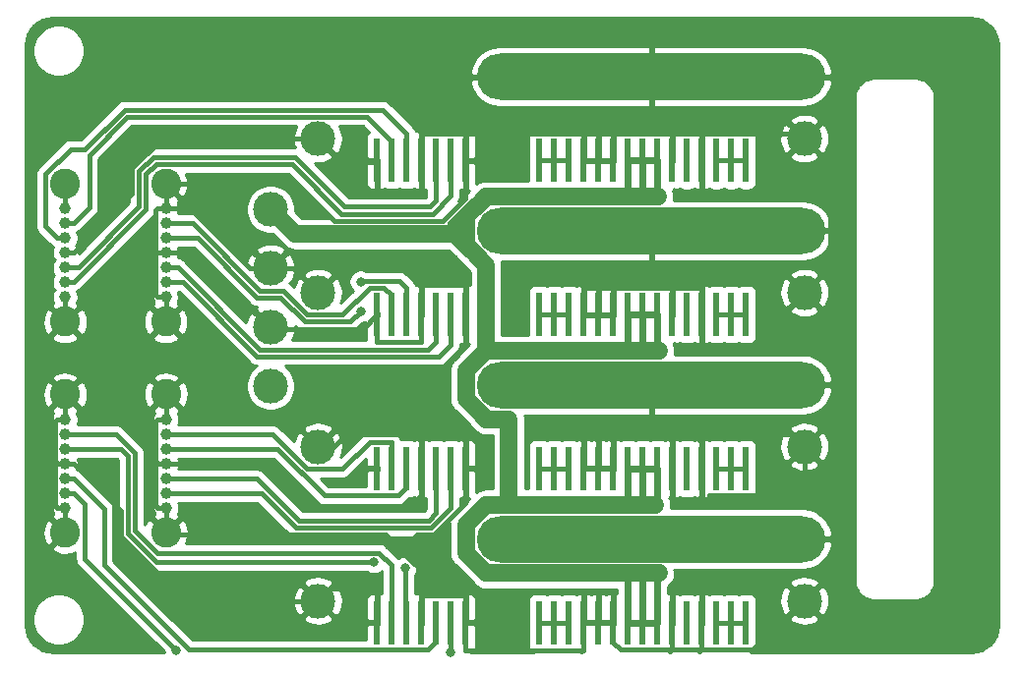
<source format=gbr>
%TF.GenerationSoftware,KiCad,Pcbnew,5.1.9+dfsg1-1~bpo10+1*%
%TF.CreationDate,2021-10-15T10:51:03+08:00*%
%TF.ProjectId,NAS,4e41532e-6b69-4636-9164-5f7063625858,rev?*%
%TF.SameCoordinates,Original*%
%TF.FileFunction,Copper,L1,Top*%
%TF.FilePolarity,Positive*%
%FSLAX46Y46*%
G04 Gerber Fmt 4.6, Leading zero omitted, Abs format (unit mm)*
G04 Created by KiCad (PCBNEW 5.1.9+dfsg1-1~bpo10+1) date 2021-10-15 10:51:03*
%MOMM*%
%LPD*%
G01*
G04 APERTURE LIST*
%TA.AperFunction,ComponentPad*%
%ADD10O,30.000000X4.000000*%
%TD*%
%TA.AperFunction,ComponentPad*%
%ADD11C,3.000000*%
%TD*%
%TA.AperFunction,SMDPad,CuDef*%
%ADD12R,0.600000X3.850000*%
%TD*%
%TA.AperFunction,ComponentPad*%
%ADD13C,2.600000*%
%TD*%
%TA.AperFunction,ComponentPad*%
%ADD14C,1.000000*%
%TD*%
%TA.AperFunction,ViaPad*%
%ADD15C,0.800000*%
%TD*%
%TA.AperFunction,Conductor*%
%ADD16C,0.400000*%
%TD*%
%TA.AperFunction,Conductor*%
%ADD17C,0.600000*%
%TD*%
%TA.AperFunction,Conductor*%
%ADD18C,1.500000*%
%TD*%
%TA.AperFunction,Conductor*%
%ADD19C,0.254000*%
%TD*%
%TA.AperFunction,Conductor*%
%ADD20C,0.100000*%
%TD*%
G04 APERTURE END LIST*
D10*
%TO.P,SATA-OUT2,11*%
%TO.N,GND*%
X119761000Y-73475900D03*
D11*
X132949000Y-78809900D03*
X91079000Y-78809900D03*
D12*
%TO.P,SATA-OUT2,2*%
%TO.N,/A2+*%
X97409000Y-80694900D03*
%TO.P,SATA-OUT2,3*%
%TO.N,/A2-*%
X98679000Y-80694900D03*
%TO.P,SATA-OUT2,4*%
%TO.N,GND*%
X99949000Y-80694900D03*
%TO.P,SATA-OUT2,5*%
%TO.N,/B2-*%
X101219000Y-80694900D03*
%TO.P,SATA-OUT2,7*%
%TO.N,GND*%
X103759000Y-80694900D03*
%TO.P,SATA-OUT2,6*%
%TO.N,/B2+*%
X102489000Y-80694900D03*
%TO.P,SATA-OUT2,1*%
%TO.N,GND*%
X96139000Y-80694900D03*
%TO.P,SATA-OUT2,22*%
%TO.N,Net-(SATA-OUT2-Pad20)*%
X127889000Y-80694900D03*
%TO.P,SATA-OUT2,21*%
X126619000Y-80694900D03*
%TO.P,SATA-OUT2,20*%
X125349000Y-80694900D03*
%TO.P,SATA-OUT2,19*%
%TO.N,GND*%
X124079000Y-80694900D03*
%TO.P,SATA-OUT2,18*%
%TO.N,Net-(SATA-OUT2-Pad18)*%
X122809000Y-80694900D03*
%TO.P,SATA-OUT2,17*%
%TO.N,GND*%
X121539000Y-80694900D03*
%TO.P,SATA-OUT2,16*%
%TO.N,+5V*%
X120269000Y-80694900D03*
%TO.P,SATA-OUT2,15*%
X118999000Y-80694900D03*
%TO.P,SATA-OUT2,14*%
X117729000Y-80694900D03*
%TO.P,SATA-OUT2,13*%
%TO.N,GND*%
X116459000Y-80694900D03*
%TO.P,SATA-OUT2,12*%
X115189000Y-80694900D03*
%TO.P,SATA-OUT2,11*%
X113919000Y-80694900D03*
%TO.P,SATA-OUT2,10*%
%TO.N,Net-(SATA-OUT2-Pad10)*%
X112649000Y-80694900D03*
%TO.P,SATA-OUT2,9*%
X111379000Y-80694900D03*
%TO.P,SATA-OUT2,8*%
X110109000Y-80694900D03*
%TD*%
D10*
%TO.P,SATA-OUT4,11*%
%TO.N,GND*%
X119761000Y-86753700D03*
D11*
X132949000Y-92087700D03*
X91079000Y-92087700D03*
D12*
%TO.P,SATA-OUT4,2*%
%TO.N,/A4+*%
X97409000Y-93972700D03*
%TO.P,SATA-OUT4,3*%
%TO.N,/A4-*%
X98679000Y-93972700D03*
%TO.P,SATA-OUT4,4*%
%TO.N,GND*%
X99949000Y-93972700D03*
%TO.P,SATA-OUT4,5*%
%TO.N,/B4-*%
X101219000Y-93972700D03*
%TO.P,SATA-OUT4,7*%
%TO.N,GND*%
X103759000Y-93972700D03*
%TO.P,SATA-OUT4,6*%
%TO.N,/B4+*%
X102489000Y-93972700D03*
%TO.P,SATA-OUT4,1*%
%TO.N,GND*%
X96139000Y-93972700D03*
%TO.P,SATA-OUT4,22*%
%TO.N,Net-(SATA-OUT4-Pad20)*%
X127889000Y-93972700D03*
%TO.P,SATA-OUT4,21*%
X126619000Y-93972700D03*
%TO.P,SATA-OUT4,20*%
X125349000Y-93972700D03*
%TO.P,SATA-OUT4,19*%
%TO.N,GND*%
X124079000Y-93972700D03*
%TO.P,SATA-OUT4,18*%
%TO.N,Net-(SATA-OUT4-Pad18)*%
X122809000Y-93972700D03*
%TO.P,SATA-OUT4,17*%
%TO.N,GND*%
X121539000Y-93972700D03*
%TO.P,SATA-OUT4,16*%
%TO.N,+5V*%
X120269000Y-93972700D03*
%TO.P,SATA-OUT4,15*%
X118999000Y-93972700D03*
%TO.P,SATA-OUT4,14*%
X117729000Y-93972700D03*
%TO.P,SATA-OUT4,13*%
%TO.N,GND*%
X116459000Y-93972700D03*
%TO.P,SATA-OUT4,12*%
X115189000Y-93972700D03*
%TO.P,SATA-OUT4,11*%
X113919000Y-93972700D03*
%TO.P,SATA-OUT4,10*%
%TO.N,Net-(SATA-OUT4-Pad10)*%
X112649000Y-93972700D03*
%TO.P,SATA-OUT4,9*%
X111379000Y-93972700D03*
%TO.P,SATA-OUT4,8*%
X110109000Y-93972700D03*
%TD*%
D13*
%TO.P,SATA-IN3,1*%
%TO.N,GND*%
X69316600Y-87572800D03*
%TO.P,SATA-IN3,7*%
X69316600Y-99472800D03*
D14*
X69316600Y-97332800D03*
%TO.P,SATA-IN3,6*%
%TO.N,/B3+*%
X69316600Y-96062800D03*
%TO.P,SATA-IN3,5*%
%TO.N,/B3-*%
X69316600Y-94792800D03*
%TO.P,SATA-IN3,4*%
%TO.N,GND*%
X69316600Y-93522800D03*
%TO.P,SATA-IN3,3*%
%TO.N,/A3-*%
X69316600Y-92252800D03*
%TO.P,SATA-IN3,2*%
%TO.N,/A3+*%
X69316600Y-90982800D03*
%TO.P,SATA-IN3,1*%
%TO.N,GND*%
X69316600Y-89712800D03*
%TD*%
D13*
%TO.P,SATA-IN2,1*%
%TO.N,GND*%
X77978000Y-69411800D03*
%TO.P,SATA-IN2,7*%
X77978000Y-81311800D03*
D14*
X77978000Y-79171800D03*
%TO.P,SATA-IN2,6*%
%TO.N,/B2+*%
X77978000Y-77901800D03*
%TO.P,SATA-IN2,5*%
%TO.N,/B2-*%
X77978000Y-76631800D03*
%TO.P,SATA-IN2,4*%
%TO.N,GND*%
X77978000Y-75361800D03*
%TO.P,SATA-IN2,3*%
%TO.N,/A2-*%
X77978000Y-74091800D03*
%TO.P,SATA-IN2,2*%
%TO.N,/A2+*%
X77978000Y-72821800D03*
%TO.P,SATA-IN2,1*%
%TO.N,GND*%
X77978000Y-71551800D03*
%TD*%
D10*
%TO.P,SATA-OUT1,11*%
%TO.N,GND*%
X119761000Y-60198000D03*
D11*
X132949000Y-65532000D03*
X91079000Y-65532000D03*
D12*
%TO.P,SATA-OUT1,2*%
%TO.N,/A1+*%
X97409000Y-67417000D03*
%TO.P,SATA-OUT1,3*%
%TO.N,/A1-*%
X98679000Y-67417000D03*
%TO.P,SATA-OUT1,4*%
%TO.N,GND*%
X99949000Y-67417000D03*
%TO.P,SATA-OUT1,5*%
%TO.N,/B1-*%
X101219000Y-67417000D03*
%TO.P,SATA-OUT1,7*%
%TO.N,GND*%
X103759000Y-67417000D03*
%TO.P,SATA-OUT1,6*%
%TO.N,/B1+*%
X102489000Y-67417000D03*
%TO.P,SATA-OUT1,1*%
%TO.N,GND*%
X96139000Y-67417000D03*
%TO.P,SATA-OUT1,22*%
%TO.N,Net-(SATA-OUT1-Pad20)*%
X127889000Y-67417000D03*
%TO.P,SATA-OUT1,21*%
X126619000Y-67417000D03*
%TO.P,SATA-OUT1,20*%
X125349000Y-67417000D03*
%TO.P,SATA-OUT1,19*%
%TO.N,GND*%
X124079000Y-67417000D03*
%TO.P,SATA-OUT1,18*%
%TO.N,Net-(SATA-OUT1-Pad18)*%
X122809000Y-67417000D03*
%TO.P,SATA-OUT1,17*%
%TO.N,GND*%
X121539000Y-67417000D03*
%TO.P,SATA-OUT1,16*%
%TO.N,+5V*%
X120269000Y-67417000D03*
%TO.P,SATA-OUT1,15*%
X118999000Y-67417000D03*
%TO.P,SATA-OUT1,14*%
X117729000Y-67417000D03*
%TO.P,SATA-OUT1,13*%
%TO.N,GND*%
X116459000Y-67417000D03*
%TO.P,SATA-OUT1,12*%
X115189000Y-67417000D03*
%TO.P,SATA-OUT1,11*%
X113919000Y-67417000D03*
%TO.P,SATA-OUT1,10*%
%TO.N,Net-(SATA-OUT1-Pad10)*%
X112649000Y-67417000D03*
%TO.P,SATA-OUT1,9*%
X111379000Y-67417000D03*
%TO.P,SATA-OUT1,8*%
X110109000Y-67417000D03*
%TD*%
D13*
%TO.P,SATA-IN1,1*%
%TO.N,GND*%
X69316600Y-69411800D03*
%TO.P,SATA-IN1,7*%
X69316600Y-81311800D03*
D14*
X69316600Y-79171800D03*
%TO.P,SATA-IN1,6*%
%TO.N,/B1+*%
X69316600Y-77901800D03*
%TO.P,SATA-IN1,5*%
%TO.N,/B1-*%
X69316600Y-76631800D03*
%TO.P,SATA-IN1,4*%
%TO.N,GND*%
X69316600Y-75361800D03*
%TO.P,SATA-IN1,3*%
%TO.N,/A1-*%
X69316600Y-74091800D03*
%TO.P,SATA-IN1,2*%
%TO.N,/A1+*%
X69316600Y-72821800D03*
%TO.P,SATA-IN1,1*%
%TO.N,GND*%
X69316600Y-71551800D03*
%TD*%
D10*
%TO.P,SATA-OUT3,11*%
%TO.N,GND*%
X119761000Y-100032000D03*
D11*
X132949000Y-105366000D03*
X91079000Y-105366000D03*
D12*
%TO.P,SATA-OUT3,2*%
%TO.N,/A3+*%
X97409000Y-107251000D03*
%TO.P,SATA-OUT3,3*%
%TO.N,/A3-*%
X98679000Y-107251000D03*
%TO.P,SATA-OUT3,4*%
%TO.N,GND*%
X99949000Y-107251000D03*
%TO.P,SATA-OUT3,5*%
%TO.N,/B3-*%
X101219000Y-107251000D03*
%TO.P,SATA-OUT3,7*%
%TO.N,GND*%
X103759000Y-107251000D03*
%TO.P,SATA-OUT3,6*%
%TO.N,/B3+*%
X102489000Y-107251000D03*
%TO.P,SATA-OUT3,1*%
%TO.N,GND*%
X96139000Y-107251000D03*
%TO.P,SATA-OUT3,22*%
%TO.N,Net-(SATA-OUT3-Pad20)*%
X127889000Y-107251000D03*
%TO.P,SATA-OUT3,21*%
X126619000Y-107251000D03*
%TO.P,SATA-OUT3,20*%
X125349000Y-107251000D03*
%TO.P,SATA-OUT3,19*%
%TO.N,GND*%
X124079000Y-107251000D03*
%TO.P,SATA-OUT3,18*%
%TO.N,Net-(SATA-OUT3-Pad18)*%
X122809000Y-107251000D03*
%TO.P,SATA-OUT3,17*%
%TO.N,GND*%
X121539000Y-107251000D03*
%TO.P,SATA-OUT3,16*%
%TO.N,+5V*%
X120269000Y-107251000D03*
%TO.P,SATA-OUT3,15*%
X118999000Y-107251000D03*
%TO.P,SATA-OUT3,14*%
X117729000Y-107251000D03*
%TO.P,SATA-OUT3,13*%
%TO.N,GND*%
X116459000Y-107251000D03*
%TO.P,SATA-OUT3,12*%
X115189000Y-107251000D03*
%TO.P,SATA-OUT3,11*%
X113919000Y-107251000D03*
%TO.P,SATA-OUT3,10*%
%TO.N,Net-(SATA-OUT3-Pad10)*%
X112649000Y-107251000D03*
%TO.P,SATA-OUT3,9*%
X111379000Y-107251000D03*
%TO.P,SATA-OUT3,8*%
X110109000Y-107251000D03*
%TD*%
D11*
%TO.P,POWER1,4*%
%TO.N,+5V*%
X86995000Y-71628000D03*
%TO.P,POWER1,3*%
%TO.N,GND*%
X86995000Y-76708000D03*
%TO.P,POWER1,2*%
X86995000Y-81788000D03*
%TO.P,POWER1,1*%
%TO.N,+12V*%
X86995000Y-86868000D03*
%TD*%
D13*
%TO.P,SATA-IN4,1*%
%TO.N,GND*%
X78003400Y-87572800D03*
%TO.P,SATA-IN4,7*%
X78003400Y-99472800D03*
D14*
X78003400Y-97332800D03*
%TO.P,SATA-IN4,6*%
%TO.N,/B4+*%
X78003400Y-96062800D03*
%TO.P,SATA-IN4,5*%
%TO.N,/B4-*%
X78003400Y-94792800D03*
%TO.P,SATA-IN4,4*%
%TO.N,GND*%
X78003400Y-93522800D03*
%TO.P,SATA-IN4,3*%
%TO.N,/A4-*%
X78003400Y-92252800D03*
%TO.P,SATA-IN4,2*%
%TO.N,/A4+*%
X78003400Y-90982800D03*
%TO.P,SATA-IN4,1*%
%TO.N,GND*%
X78003400Y-89712800D03*
%TD*%
D15*
%TO.N,GND*%
X94386400Y-94615000D03*
%TO.N,+5V*%
X88900000Y-73533000D03*
X91186000Y-73787000D03*
X93726000Y-73787000D03*
X96266000Y-73787000D03*
X98806000Y-73787000D03*
X101346000Y-73787000D03*
X103810990Y-72592010D03*
X104028078Y-74914922D03*
X104986978Y-71077978D03*
X107147110Y-70525890D03*
X109687110Y-70525890D03*
X112227110Y-70525890D03*
X114767110Y-70525890D03*
X117307110Y-70525890D03*
X120345200Y-70525890D03*
X105298078Y-76184922D03*
X105539066Y-78483934D03*
X105539066Y-81023934D03*
X106426000Y-83803690D03*
X109109310Y-83803690D03*
X111649310Y-83803690D03*
X114189310Y-83803690D03*
X116729310Y-83803690D03*
X119269310Y-83803690D03*
X104005878Y-85336878D03*
X103810990Y-87832010D03*
X105009178Y-89173822D03*
X107518200Y-89703710D03*
X107518200Y-91744800D03*
X107518200Y-94284800D03*
X107518200Y-96824800D03*
X109801010Y-97081990D03*
X112341010Y-97081990D03*
X114881010Y-97081990D03*
X117421010Y-97081990D03*
X120091200Y-97081990D03*
X104930028Y-97691028D03*
X103810990Y-99262010D03*
X104085028Y-101527972D03*
X105355028Y-102797972D03*
X107710990Y-102982010D03*
X110250990Y-102982010D03*
X112790990Y-102982010D03*
X115330990Y-102982010D03*
X117870990Y-102982010D03*
X120388505Y-102989505D03*
%TO.N,/A2-*%
X94742000Y-80391000D03*
X94742000Y-77851000D03*
%TO.N,/B3+*%
X78834714Y-109607886D03*
X102463600Y-109804200D03*
%TO.N,/A3-*%
X95903514Y-102019000D03*
X98602800Y-102539800D03*
%TD*%
D16*
%TO.N,GND*%
X69316600Y-69411800D02*
X69316600Y-71551800D01*
X69316600Y-79171800D02*
X69316600Y-81311800D01*
X77978000Y-69411800D02*
X77978000Y-71551800D01*
X77978000Y-79171800D02*
X77978000Y-81311800D01*
X77077999Y-75168905D02*
X77270894Y-75361800D01*
X77077999Y-71744695D02*
X77077999Y-75168905D01*
X77270894Y-71551800D02*
X77077999Y-71744695D01*
X77978000Y-71551800D02*
X77270894Y-71551800D01*
X77270894Y-79171800D02*
X77978000Y-79171800D01*
X77077999Y-78978905D02*
X77270894Y-79171800D01*
X77077999Y-75554695D02*
X77077999Y-78978905D01*
X77270894Y-75361800D02*
X77077999Y-75554695D01*
X77978000Y-75361800D02*
X77270894Y-75361800D01*
X69316600Y-87572800D02*
X69316600Y-89712800D01*
X68416599Y-93329905D02*
X68609494Y-93522800D01*
X68416599Y-89905695D02*
X68416599Y-93329905D01*
X68609494Y-89712800D02*
X68416599Y-89905695D01*
X69316600Y-89712800D02*
X68609494Y-89712800D01*
X68416599Y-93715695D02*
X68416599Y-97139905D01*
X68609494Y-93522800D02*
X68416599Y-93715695D01*
X68609494Y-97332800D02*
X69316600Y-97332800D01*
X68416599Y-97139905D02*
X68609494Y-97332800D01*
X69316600Y-93522800D02*
X68609494Y-93522800D01*
X78003400Y-87572800D02*
X78003400Y-89712800D01*
X78003400Y-97332800D02*
X78003400Y-99472800D01*
X77103399Y-93329905D02*
X77296294Y-93522800D01*
X77103399Y-89905695D02*
X77103399Y-93329905D01*
X77296294Y-89712800D02*
X77103399Y-89905695D01*
X78003400Y-89712800D02*
X77296294Y-89712800D01*
X77296294Y-97332800D02*
X78003400Y-97332800D01*
X77103399Y-97139905D02*
X77296294Y-97332800D01*
X77103399Y-93715695D02*
X77103399Y-97139905D01*
X77296294Y-93522800D02*
X77103399Y-93715695D01*
X78003400Y-93522800D02*
X77296294Y-93522800D01*
X96017400Y-67538600D02*
X96139000Y-67417000D01*
X94792800Y-67538600D02*
X96017400Y-67538600D01*
X99949000Y-69042000D02*
X99949000Y-67417000D01*
X96139000Y-67417000D02*
X96139000Y-69042000D01*
X103759000Y-65741998D02*
X103759000Y-67417000D01*
X100649001Y-65091999D02*
X103109001Y-65091999D01*
X113919000Y-65792000D02*
X113919000Y-67417000D01*
X113919000Y-67417000D02*
X115189000Y-67417000D01*
X115189000Y-67417000D02*
X116459000Y-67417000D01*
X124079000Y-65792000D02*
X124079000Y-67417000D01*
X121539000Y-67417000D02*
X121539000Y-65741998D01*
X122188999Y-65091999D02*
X123131000Y-65092000D01*
X116459000Y-67417000D02*
X116459000Y-65109200D01*
X116459000Y-65109200D02*
X116441800Y-65092000D01*
X113919000Y-65176400D02*
X114003400Y-65092000D01*
X113919000Y-67417000D02*
X113919000Y-65176400D01*
X121539000Y-65176400D02*
X121454600Y-65092000D01*
X121539000Y-67417000D02*
X121539000Y-65176400D01*
X121454600Y-65092000D02*
X123131000Y-65092000D01*
X94923979Y-81909921D02*
X96139000Y-80694900D01*
X87116921Y-81909921D02*
X94923979Y-81909921D01*
X86995000Y-81788000D02*
X87116921Y-81909921D01*
X99949000Y-82319900D02*
X99949000Y-80694900D01*
X96139000Y-80694900D02*
X96139000Y-82369902D01*
X103759000Y-79019898D02*
X103759000Y-80694900D01*
X99949000Y-80694900D02*
X99949000Y-79069900D01*
X113919000Y-80694900D02*
X115189000Y-80694900D01*
X115189000Y-80694900D02*
X116459000Y-80694900D01*
X124079000Y-78384400D02*
X124079000Y-80694900D01*
X124064499Y-78369899D02*
X124079000Y-78384400D01*
X121539000Y-78456998D02*
X121626099Y-78369899D01*
X121539000Y-80694900D02*
X121539000Y-78456998D01*
X121626099Y-78369899D02*
X124064499Y-78369899D01*
X115189000Y-80694900D02*
X115189000Y-78384400D01*
X115189000Y-78384400D02*
X115174499Y-78369899D01*
X116459000Y-78507798D02*
X116596899Y-78369899D01*
X116459000Y-80694900D02*
X116459000Y-78507798D01*
X115174499Y-78369899D02*
X116596899Y-78369899D01*
X113919000Y-78456998D02*
X114006099Y-78369899D01*
X113919000Y-80694900D02*
X113919000Y-78456998D01*
X114006099Y-78369899D02*
X115174499Y-78369899D01*
X115189000Y-67417000D02*
X115189000Y-65109200D01*
X114003400Y-65092000D02*
X115171800Y-65092000D01*
X115189000Y-65109200D02*
X115171800Y-65092000D01*
X115171800Y-65092000D02*
X116441800Y-65092000D01*
X96139000Y-93972700D02*
X95028700Y-93972700D01*
X95028700Y-93972700D02*
X94386400Y-94615000D01*
X93483310Y-91047690D02*
X93167151Y-91363849D01*
X93085600Y-67538600D02*
X94792800Y-67538600D01*
X91079000Y-65532000D02*
X93085600Y-67538600D01*
X88977100Y-76708000D02*
X91079000Y-78809900D01*
X86995000Y-76708000D02*
X88977100Y-76708000D01*
X92443300Y-92087700D02*
X93167151Y-91363849D01*
X91079000Y-92087700D02*
X92443300Y-92087700D01*
X103759000Y-107251000D02*
X103759000Y-105626000D01*
X113919000Y-93972700D02*
X115189000Y-93972700D01*
X115189000Y-93972700D02*
X116459000Y-93972700D01*
X124079000Y-91647700D02*
X124079000Y-93972700D01*
X123478990Y-91047690D02*
X124079000Y-91647700D01*
X98997890Y-91047690D02*
X93483310Y-91047690D01*
X99348990Y-91047690D02*
X98997890Y-91047690D01*
X121539000Y-91186000D02*
X121400690Y-91047690D01*
X121539000Y-93972700D02*
X121539000Y-91186000D01*
X121400690Y-91047690D02*
X123478990Y-91047690D01*
X116459000Y-93972700D02*
X116459000Y-91112580D01*
X116459000Y-91112580D02*
X116394110Y-91047690D01*
X115189000Y-91186000D02*
X115050690Y-91047690D01*
X115189000Y-93972700D02*
X115189000Y-91186000D01*
X115050690Y-91047690D02*
X116394110Y-91047690D01*
X113919000Y-93972700D02*
X113919000Y-91112580D01*
X113919000Y-91112580D02*
X113983890Y-91047690D01*
X113983890Y-91047690D02*
X115050690Y-91047690D01*
X131908990Y-91047690D02*
X132949000Y-92087700D01*
X123478990Y-91047690D02*
X131908990Y-91047690D01*
X132508999Y-65091999D02*
X132949000Y-65532000D01*
X113919000Y-107251000D02*
X115189000Y-107251000D01*
X115189000Y-107251000D02*
X116459000Y-107251000D01*
X124079000Y-108876000D02*
X124079000Y-107251000D01*
X121539000Y-107251000D02*
X121539000Y-108876000D01*
X128509001Y-109576001D02*
X132719002Y-105366000D01*
X123063401Y-109576001D02*
X123379000Y-109576000D01*
X132719002Y-105366000D02*
X132949000Y-105366000D01*
X103759000Y-91084400D02*
X103795710Y-91047690D01*
X103759000Y-93972700D02*
X103759000Y-91084400D01*
X99949000Y-91061780D02*
X99934910Y-91047690D01*
X98997890Y-91047690D02*
X99934910Y-91047690D01*
X99949000Y-93972700D02*
X99949000Y-91061780D01*
X99934910Y-91047690D02*
X103795710Y-91047690D01*
X135161010Y-67744010D02*
X132949000Y-65532000D01*
X132949000Y-78809900D02*
X135161010Y-76597890D01*
X113919000Y-108876000D02*
X113919000Y-107251000D01*
X116459000Y-107251000D02*
X116459000Y-108926002D01*
X116459000Y-108926002D02*
X117108999Y-109576001D01*
X122239001Y-109576001D02*
X122503799Y-109576001D01*
X122503799Y-109576001D02*
X123063401Y-109576001D01*
X79683514Y-105366000D02*
X91079000Y-105366000D01*
X74136382Y-99818868D02*
X79683514Y-105366000D01*
X74136382Y-97635476D02*
X74136382Y-99818868D01*
X70023706Y-93522800D02*
X74136382Y-97635476D01*
X69316600Y-93522800D02*
X70023706Y-93522800D01*
X78003400Y-93522800D02*
X87045800Y-93522800D01*
X87045800Y-93522800D02*
X90932000Y-97409000D01*
X99949000Y-96297700D02*
X99949000Y-93972700D01*
X98837700Y-97409000D02*
X99949000Y-96297700D01*
X90932000Y-97409000D02*
X98837700Y-97409000D01*
X132509000Y-65092000D02*
X132949000Y-65532000D01*
X124197800Y-65092000D02*
X132509000Y-65092000D01*
X123131000Y-65092000D02*
X123994600Y-65092000D01*
X123994600Y-65092000D02*
X124197800Y-65092000D01*
X124079000Y-65176400D02*
X123994600Y-65092000D01*
X124079000Y-67417000D02*
X124079000Y-65176400D01*
X119761000Y-78304598D02*
X119826301Y-78369899D01*
X119761000Y-73475900D02*
X119761000Y-78304598D01*
X116596899Y-78369899D02*
X119826301Y-78369899D01*
X119826301Y-78369899D02*
X121626099Y-78369899D01*
X119761000Y-73475900D02*
X135086120Y-73475900D01*
X135161010Y-76597890D02*
X135161010Y-73550790D01*
X135086120Y-73475900D02*
X135161010Y-73550790D01*
X135161010Y-73550790D02*
X135161010Y-67744010D01*
X119761000Y-65049400D02*
X119803600Y-65092000D01*
X119761000Y-60198000D02*
X119761000Y-65049400D01*
X116441800Y-65092000D02*
X119803600Y-65092000D01*
X119803600Y-65092000D02*
X121454600Y-65092000D01*
X119761000Y-91010980D02*
X119797710Y-91047690D01*
X119761000Y-86753700D02*
X119761000Y-91010980D01*
X116394110Y-91047690D02*
X119797710Y-91047690D01*
X119797710Y-91047690D02*
X121400690Y-91047690D01*
X70023706Y-75361800D02*
X75077980Y-70307526D01*
X75077980Y-70307526D02*
X75077981Y-68098733D01*
X69316600Y-75361800D02*
X70023706Y-75361800D01*
X77644714Y-65532000D02*
X91079000Y-65532000D01*
X75077981Y-68098733D02*
X77644714Y-65532000D01*
X124079000Y-80694900D02*
X124079000Y-82435700D01*
X124079000Y-93972700D02*
X124079000Y-95714000D01*
X80568800Y-75361800D02*
X86995000Y-81788000D01*
X77978000Y-75361800D02*
X80568800Y-75361800D01*
X99949000Y-67417000D02*
X99949000Y-65792000D01*
X96139000Y-107251000D02*
X96139000Y-104648000D01*
X96139000Y-104648000D02*
X95758000Y-104267000D01*
X92178000Y-104267000D02*
X91079000Y-105366000D01*
X95758000Y-104267000D02*
X92178000Y-104267000D01*
X78155618Y-99625018D02*
X78003400Y-99472800D01*
X96872021Y-99625018D02*
X78155618Y-99625018D01*
X99949000Y-104902000D02*
X103759000Y-104902000D01*
X99949000Y-104902000D02*
X99949000Y-102701998D01*
X99949000Y-107251000D02*
X99949000Y-104902000D01*
X103759000Y-104902000D02*
X103759000Y-107251000D01*
X113919000Y-109576000D02*
X113919000Y-107251000D01*
X113894000Y-109601000D02*
X113919000Y-109576000D01*
X103759000Y-109601000D02*
X113894000Y-109601000D01*
X103759000Y-107251000D02*
X103759000Y-109601000D01*
X96139000Y-67417000D02*
X96139000Y-69977000D01*
X96139000Y-69977000D02*
X99949000Y-69977000D01*
X99949000Y-69977000D02*
X99949000Y-67417000D01*
X113219000Y-65092000D02*
X114003400Y-65092000D01*
X103759000Y-65151000D02*
X103818000Y-65092000D01*
X103759000Y-67417000D02*
X103759000Y-65151000D01*
X103818000Y-65092000D02*
X113219000Y-65092000D01*
X99949000Y-65151000D02*
X99949000Y-67417000D01*
X103818000Y-65092000D02*
X103318999Y-65091999D01*
X100008001Y-65091999D02*
X99949000Y-65151000D01*
X103318999Y-65091999D02*
X100008001Y-65091999D01*
X99949000Y-80694900D02*
X99949000Y-78105000D01*
X99949000Y-78105000D02*
X103759000Y-78105000D01*
X103759000Y-78105000D02*
X103759000Y-80694900D01*
X96139000Y-80694900D02*
X96139000Y-83058000D01*
X96139000Y-83058000D02*
X99949000Y-83058000D01*
X99949000Y-83058000D02*
X99949000Y-80694900D01*
X124079000Y-80694900D02*
X124079000Y-82319900D01*
X125452100Y-83693000D02*
X135509000Y-83693000D01*
X135509000Y-83693000D02*
X135509000Y-90678000D01*
X134358700Y-90678000D02*
X132949000Y-92087700D01*
X135509000Y-90678000D02*
X134358700Y-90678000D01*
X124779001Y-96297701D02*
X132175299Y-96297701D01*
X124079000Y-93972700D02*
X124079000Y-95597700D01*
X132949000Y-95524000D02*
X132949000Y-92087700D01*
X132175299Y-96297701D02*
X132949000Y-95524000D01*
X132949000Y-92087700D02*
X132949000Y-94341000D01*
X132949000Y-94341000D02*
X135763000Y-97155000D01*
X135763000Y-102552000D02*
X132949000Y-105366000D01*
X135553000Y-100032000D02*
X135763000Y-99822000D01*
X119761000Y-100032000D02*
X135553000Y-100032000D01*
X135763000Y-97155000D02*
X135763000Y-99822000D01*
X135763000Y-99822000D02*
X135763000Y-102552000D01*
X69316600Y-99472800D02*
X69316600Y-97332800D01*
X77978000Y-71551800D02*
X80060800Y-71551800D01*
X85217000Y-76708000D02*
X86995000Y-76708000D01*
X80060800Y-71551800D02*
X85217000Y-76708000D01*
X92461467Y-72609009D02*
X101829588Y-72609009D01*
X77978000Y-69411800D02*
X89264258Y-69411800D01*
X89264258Y-69411800D02*
X92461467Y-72609009D01*
X103759000Y-70679597D02*
X103759000Y-67417000D01*
X101829588Y-72609009D02*
X103759000Y-70679597D01*
X121539000Y-107251000D02*
X121539000Y-109474000D01*
X117108999Y-109576001D02*
X121436999Y-109576001D01*
X121539000Y-109474000D02*
X121436999Y-109576001D01*
X121436999Y-109576001D02*
X122503799Y-109576001D01*
X124079000Y-109474000D02*
X123976999Y-109576001D01*
X124079000Y-107251000D02*
X124079000Y-109474000D01*
X123063401Y-109576001D02*
X123976999Y-109576001D01*
X123976999Y-109576001D02*
X128509001Y-109576001D01*
X103759000Y-96947084D02*
X103759000Y-93972700D01*
X101081066Y-99625018D02*
X103759000Y-96947084D01*
X99637982Y-99625018D02*
X101081066Y-99625018D01*
X98890001Y-100372999D02*
X99637982Y-99625018D01*
X98890001Y-101642999D02*
X98890001Y-100372999D01*
X99949000Y-102701998D02*
X98890001Y-101642999D01*
X98890001Y-101642999D02*
X96872021Y-99625018D01*
D17*
%TO.N,+5V*%
X117729000Y-67417000D02*
X118999000Y-67417000D01*
X118999000Y-67417000D02*
X120269000Y-67417000D01*
X117729000Y-80694900D02*
X118999000Y-80694900D01*
X118999000Y-80694900D02*
X120269000Y-80694900D01*
X117729000Y-93972700D02*
X118999000Y-93972700D01*
X118999000Y-93972700D02*
X120269000Y-93972700D01*
X117729000Y-107251000D02*
X118999000Y-107251000D01*
X118999000Y-107251000D02*
X120269000Y-107251000D01*
D18*
X102905946Y-73159010D02*
X102905946Y-73792790D01*
D17*
X120269000Y-83787380D02*
X120252690Y-83803690D01*
X120269000Y-80694900D02*
X120269000Y-83787380D01*
X118999000Y-83413600D02*
X118608910Y-83803690D01*
X118999000Y-80694900D02*
X118999000Y-83413600D01*
X117729000Y-80694900D02*
X117729000Y-83634980D01*
X117729000Y-83634980D02*
X117560290Y-83803690D01*
D18*
X118608910Y-83803690D02*
X117560290Y-83803690D01*
D17*
X120269000Y-70449690D02*
X120345200Y-70525890D01*
X120269000Y-67417000D02*
X120269000Y-70449690D01*
X118999000Y-70439780D02*
X118912890Y-70525890D01*
X118999000Y-67417000D02*
X118999000Y-70439780D01*
D18*
X118912890Y-70525890D02*
X120345200Y-70525890D01*
D17*
X117729000Y-70338180D02*
X117916710Y-70525890D01*
X117729000Y-67417000D02*
X117729000Y-70338180D01*
D18*
X105539066Y-70525890D02*
X107147110Y-70525890D01*
X117916710Y-70525890D02*
X118912890Y-70525890D01*
D17*
X117729000Y-96802590D02*
X118008400Y-97081990D01*
X117729000Y-93972700D02*
X117729000Y-96802590D01*
X118999000Y-96881980D02*
X119199010Y-97081990D01*
X118999000Y-93972700D02*
X118999000Y-96881980D01*
D18*
X119199010Y-97081990D02*
X118008400Y-97081990D01*
D17*
X120269000Y-96881980D02*
X120068990Y-97081990D01*
X120269000Y-93972700D02*
X120269000Y-96881980D01*
D18*
X120068990Y-97081990D02*
X119199010Y-97081990D01*
X103810990Y-101253934D02*
X104085028Y-101527972D01*
X103810990Y-98810066D02*
X103810990Y-99262010D01*
X105539066Y-97081990D02*
X104930028Y-97691028D01*
D17*
X117729000Y-107251000D02*
X117729000Y-103378000D01*
X117729000Y-103378000D02*
X117333010Y-102982010D01*
D18*
X105539066Y-102982010D02*
X107710990Y-102982010D01*
D17*
X118999000Y-103225600D02*
X119242590Y-102982010D01*
X118999000Y-107251000D02*
X118999000Y-103225600D01*
D18*
X117333010Y-102982010D02*
X117870990Y-102982010D01*
X119242590Y-102982010D02*
X120396000Y-102982010D01*
D17*
X120269000Y-103109010D02*
X120388505Y-102989505D01*
X120269000Y-107251000D02*
X120269000Y-103109010D01*
D18*
X105539066Y-76425910D02*
X105539066Y-78483934D01*
X105539066Y-83568066D02*
X105774690Y-83803690D01*
X103810990Y-87975634D02*
X105009178Y-89173822D01*
X103810990Y-85531766D02*
X103810990Y-87832010D01*
X105539066Y-83568066D02*
X105539066Y-83803690D01*
X105539066Y-83803690D02*
X105275878Y-84066878D01*
X105539066Y-89703710D02*
X107518200Y-89703710D01*
X107518200Y-96875600D02*
X107724590Y-97081990D01*
X118008400Y-97081990D02*
X117421010Y-97081990D01*
X107518200Y-89703710D02*
X107518200Y-91744800D01*
X107724590Y-97081990D02*
X105539066Y-97081990D01*
X112759690Y-83803690D02*
X114189310Y-83803690D01*
X112759690Y-83803690D02*
X116729310Y-83803690D01*
X105774690Y-83803690D02*
X106569310Y-83803690D01*
X103810990Y-74697834D02*
X104028078Y-74914922D01*
X102905946Y-73159010D02*
X104351978Y-71712978D01*
X102905946Y-73792790D02*
X104409078Y-75295922D01*
X104409078Y-75295922D02*
X105298078Y-76184922D01*
X104351978Y-71712978D02*
X103810990Y-72253966D01*
X104351978Y-71712978D02*
X104986978Y-71077978D01*
X89126019Y-73759019D02*
X103763961Y-73759019D01*
X103763961Y-73759019D02*
X103810990Y-73711990D01*
X103810990Y-72253966D02*
X103810990Y-72592010D01*
X86995000Y-71628000D02*
X88900000Y-73533000D01*
X103810990Y-73711990D02*
X103810990Y-74697834D01*
X88900000Y-73533000D02*
X89126019Y-73759019D01*
X103810990Y-72592010D02*
X103810990Y-73711990D01*
X104028078Y-74914922D02*
X104409078Y-75295922D01*
X104986978Y-71077978D02*
X105539066Y-70525890D01*
X107147110Y-70525890D02*
X109687110Y-70525890D01*
X109687110Y-70525890D02*
X112227110Y-70525890D01*
X112227110Y-70525890D02*
X114767110Y-70525890D01*
X114767110Y-70525890D02*
X117307110Y-70525890D01*
X117307110Y-70525890D02*
X117916710Y-70525890D01*
D17*
X120345200Y-70525890D02*
X120345200Y-70525890D01*
D18*
X105298078Y-76184922D02*
X105539066Y-76425910D01*
X105539066Y-78483934D02*
X105539066Y-81023934D01*
X105539066Y-81023934D02*
X105539066Y-83568066D01*
X105275878Y-84066878D02*
X104005878Y-85336878D01*
X106569310Y-83803690D02*
X109109310Y-83803690D01*
X109109310Y-83803690D02*
X111649310Y-83803690D01*
X111649310Y-83803690D02*
X112759690Y-83803690D01*
X114189310Y-83803690D02*
X119269310Y-83803690D01*
X116729310Y-83803690D02*
X117560290Y-83803690D01*
X119269310Y-83803690D02*
X120421400Y-83803690D01*
X104005878Y-85336878D02*
X103810990Y-85531766D01*
X103810990Y-87832010D02*
X103810990Y-87975634D01*
X105009178Y-89173822D02*
X105539066Y-89703710D01*
X107518200Y-89703710D02*
X107518200Y-89703710D01*
X107518200Y-91744800D02*
X107518200Y-94284800D01*
X107518200Y-94284800D02*
X107518200Y-96824800D01*
X107518200Y-96824800D02*
X107518200Y-96875600D01*
X109801010Y-97081990D02*
X107724590Y-97081990D01*
X112341010Y-97081990D02*
X109801010Y-97081990D01*
X114881010Y-97081990D02*
X112341010Y-97081990D01*
X117421010Y-97081990D02*
X114881010Y-97081990D01*
X104930028Y-97691028D02*
X103810990Y-98810066D01*
X103810990Y-99262010D02*
X103810990Y-101253934D01*
X104085028Y-101527972D02*
X105355028Y-102797972D01*
X105355028Y-102797972D02*
X105539066Y-102982010D01*
X107710990Y-102982010D02*
X110250990Y-102982010D01*
X110250990Y-102982010D02*
X112790990Y-102982010D01*
X112790990Y-102982010D02*
X115330990Y-102982010D01*
X115330990Y-102982010D02*
X117333010Y-102982010D01*
X117870990Y-102982010D02*
X119242590Y-102982010D01*
D17*
X120388505Y-102989505D02*
X120396000Y-102982010D01*
D16*
%TO.N,/B1+*%
X100924543Y-72008999D02*
X102489000Y-70444542D01*
X93131458Y-72009000D02*
X100924543Y-72008999D01*
X102489000Y-70444542D02*
X102489000Y-67417000D01*
X76277999Y-68595799D02*
X77161999Y-67711799D01*
X69316600Y-77901800D02*
X70023706Y-77901800D01*
X77161999Y-67711799D02*
X88834257Y-67711799D01*
X76277999Y-71647507D02*
X76277999Y-68595799D01*
X70023706Y-77901800D02*
X76277999Y-71647507D01*
X88834257Y-67711799D02*
X93131458Y-72009000D01*
%TO.N,/B1-*%
X69316600Y-76631800D02*
X70445164Y-76631800D01*
X76913467Y-67111789D02*
X89082789Y-67111789D01*
X75677990Y-68347266D02*
X76913467Y-67111789D01*
X89082789Y-67111789D02*
X93379990Y-71408990D01*
X70445164Y-76631800D02*
X75677989Y-71398975D01*
X75677989Y-71398975D02*
X75677990Y-68347266D01*
X93379990Y-71408990D02*
X100676010Y-71408990D01*
X101219000Y-70866000D02*
X101219000Y-67417000D01*
X100676010Y-71408990D02*
X101219000Y-70866000D01*
%TO.N,/A1-*%
X67616599Y-68595799D02*
X69791398Y-66421000D01*
X67616599Y-73098905D02*
X67616599Y-68595799D01*
X69316600Y-74091800D02*
X68609494Y-74091800D01*
X69791398Y-66421000D02*
X71033458Y-66421000D01*
X68609494Y-74091800D02*
X67616599Y-73098905D01*
X98679000Y-65092000D02*
X98679000Y-67417000D01*
X96618989Y-63031989D02*
X98679000Y-65092000D01*
X74422469Y-63031989D02*
X96618989Y-63031989D01*
X71033458Y-66421000D02*
X74422469Y-63031989D01*
%TO.N,/A1+*%
X70023706Y-72821800D02*
X71374000Y-71471506D01*
X69316600Y-72821800D02*
X70023706Y-72821800D01*
X71374000Y-71471506D02*
X71374000Y-66929000D01*
X97409000Y-65741998D02*
X97409000Y-67417000D01*
X95299001Y-63631999D02*
X97409000Y-65741998D01*
X74671001Y-63631999D02*
X95299001Y-63631999D01*
X71374000Y-66929000D02*
X74671001Y-63631999D01*
%TO.N,/B2+*%
X102489000Y-83312000D02*
X102489000Y-80694900D01*
X85834467Y-84288011D02*
X101512989Y-84288011D01*
X79448256Y-77901800D02*
X85834467Y-84288011D01*
X101512989Y-84288011D02*
X102489000Y-83312000D01*
X77978000Y-77901800D02*
X79448256Y-77901800D01*
%TO.N,/B2-*%
X101219000Y-83019900D02*
X101219000Y-80694900D01*
X100550899Y-83688001D02*
X101219000Y-83019900D01*
X79026798Y-76631800D02*
X86082999Y-83688001D01*
X86082999Y-83688001D02*
X100550899Y-83688001D01*
X77978000Y-76631800D02*
X79026798Y-76631800D01*
%TO.N,/A2-*%
X80718256Y-74091800D02*
X85834467Y-79208011D01*
X77978000Y-74091800D02*
X80718256Y-74091800D01*
X93823089Y-81309911D02*
X94742000Y-80391000D01*
X89918467Y-81309911D02*
X93823089Y-81309911D01*
X85834467Y-79208011D02*
X87816567Y-79208011D01*
X87816567Y-79208011D02*
X89918467Y-81309911D01*
X98679000Y-78369900D02*
X98679000Y-80694900D01*
X98078989Y-77769889D02*
X98679000Y-78369900D01*
X94742000Y-77851000D02*
X94823111Y-77769889D01*
X94823111Y-77769889D02*
X98078989Y-77769889D01*
%TO.N,/A2+*%
X96759001Y-78369899D02*
X97409000Y-79019898D01*
X95518999Y-78369899D02*
X96759001Y-78369899D01*
X90166999Y-80709901D02*
X93178997Y-80709901D01*
X97409000Y-79019898D02*
X97409000Y-80694900D01*
X88065099Y-78608001D02*
X90166999Y-80709901D01*
X93178997Y-80709901D02*
X95518999Y-78369899D01*
X86082999Y-78608001D02*
X88065099Y-78608001D01*
X80296798Y-72821800D02*
X86082999Y-78608001D01*
X77978000Y-72821800D02*
X80296798Y-72821800D01*
%TO.N,/B3+*%
X71016601Y-97055695D02*
X71016601Y-101789773D01*
X71016601Y-101789773D02*
X78834714Y-109607886D01*
X69316600Y-96062800D02*
X70023706Y-96062800D01*
X70023706Y-96062800D02*
X71016601Y-97055695D01*
X102463600Y-107276400D02*
X102489000Y-107251000D01*
X102463600Y-109804200D02*
X102463600Y-107276400D01*
%TO.N,/B3-*%
X70023706Y-94792800D02*
X72644000Y-97413094D01*
X69316600Y-94792800D02*
X70023706Y-94792800D01*
X72644000Y-97413094D02*
X72644000Y-102285800D01*
X100519000Y-109576000D02*
X101219000Y-108876000D01*
X101219000Y-108876000D02*
X101219000Y-107251000D01*
X79934201Y-109576001D02*
X100519000Y-109576000D01*
X72644000Y-102285800D02*
X79934201Y-109576001D01*
%TO.N,/A3-*%
X69316600Y-92252800D02*
X74106858Y-92252800D01*
X74106858Y-92252800D02*
X74736390Y-92882332D01*
X74736390Y-92882332D02*
X74736391Y-99570335D01*
X74736391Y-99570335D02*
X77185056Y-102019000D01*
X77185056Y-102019000D02*
X95903514Y-102019000D01*
X98602800Y-107174800D02*
X98679000Y-107251000D01*
X98602800Y-102539800D02*
X98602800Y-107174800D01*
%TO.N,/A3+*%
X69316600Y-90982800D02*
X73685400Y-90982800D01*
X73685400Y-90982800D02*
X75336400Y-92633800D01*
X75336400Y-99321802D02*
X77233598Y-101219000D01*
X75336400Y-92633800D02*
X75336400Y-99321802D01*
X77233598Y-101219000D02*
X96316800Y-101219000D01*
X97409000Y-102311200D02*
X97409000Y-107251000D01*
X96316800Y-101219000D02*
X97409000Y-102311200D01*
%TO.N,/B4+*%
X102489000Y-97368542D02*
X102489000Y-93972700D01*
X100832533Y-99025009D02*
X102489000Y-97368542D01*
X86197258Y-96062800D02*
X89159468Y-99025010D01*
X89159468Y-99025010D02*
X100832533Y-99025009D01*
X78003400Y-96062800D02*
X86197258Y-96062800D01*
%TO.N,/B4-*%
X78003400Y-94792800D02*
X85775800Y-94792800D01*
X85775800Y-94792800D02*
X89408000Y-98425000D01*
X89408000Y-98425000D02*
X100584000Y-98425000D01*
X101219000Y-97790000D02*
X101219000Y-93972700D01*
X100584000Y-98425000D02*
X101219000Y-97790000D01*
%TO.N,/A4-*%
X97979000Y-96297700D02*
X98679000Y-95597700D01*
X91628457Y-96297701D02*
X97979000Y-96297700D01*
X87583556Y-92252800D02*
X91628457Y-96297701D01*
X98679000Y-95597700D02*
X98679000Y-93972700D01*
X78003400Y-92252800D02*
X87583556Y-92252800D01*
%TO.N,/A4+*%
X97409000Y-92347700D02*
X97409000Y-93972700D01*
X93178997Y-93987701D02*
X95518999Y-91647699D01*
X90166999Y-93987701D02*
X93178997Y-93987701D01*
X87162098Y-90982800D02*
X90166999Y-93987701D01*
X78003400Y-90982800D02*
X87162098Y-90982800D01*
X95518999Y-91647699D02*
X97362699Y-91647699D01*
X97409000Y-91694000D02*
X97409000Y-93972700D01*
X97362699Y-91647699D02*
X97409000Y-91694000D01*
%TO.N,Net-(SATA-OUT1-Pad10)*%
X110109000Y-67417000D02*
X111379000Y-67417000D01*
X111379000Y-67417000D02*
X112649000Y-67417000D01*
%TO.N,Net-(SATA-OUT2-Pad10)*%
X110109000Y-80694900D02*
X111379000Y-80694900D01*
X111379000Y-80694900D02*
X112649000Y-80694900D01*
%TO.N,Net-(SATA-OUT3-Pad10)*%
X110109000Y-107251000D02*
X111379000Y-107251000D01*
X111379000Y-107251000D02*
X112649000Y-107251000D01*
%TO.N,Net-(SATA-OUT4-Pad10)*%
X110109000Y-93972700D02*
X111379000Y-93972700D01*
X111379000Y-93972700D02*
X112649000Y-93972700D01*
%TO.N,Net-(SATA-OUT1-Pad20)*%
X125349000Y-67417000D02*
X126619000Y-67417000D01*
X126619000Y-67417000D02*
X127889000Y-67417000D01*
%TO.N,Net-(SATA-OUT2-Pad20)*%
X125349000Y-80694900D02*
X126619000Y-80694900D01*
X126619000Y-80694900D02*
X127889000Y-80694900D01*
%TO.N,Net-(SATA-OUT3-Pad20)*%
X125349000Y-107251000D02*
X126619000Y-107251000D01*
X126619000Y-107251000D02*
X127889000Y-107251000D01*
%TO.N,Net-(SATA-OUT4-Pad20)*%
X125349000Y-93972700D02*
X126619000Y-93972700D01*
X126619000Y-93972700D02*
X127889000Y-93972700D01*
%TD*%
D19*
%TO.N,GND*%
X147731227Y-55167570D02*
X148167832Y-55299389D01*
X148570515Y-55513500D01*
X148923943Y-55801749D01*
X149214651Y-56153155D01*
X149431570Y-56554337D01*
X149566433Y-56990011D01*
X149617326Y-57474229D01*
X149617327Y-107427499D01*
X149569655Y-107913689D01*
X149437836Y-108350295D01*
X149223724Y-108752980D01*
X148935474Y-109106407D01*
X148584071Y-109397113D01*
X148182890Y-109614031D01*
X147747213Y-109748895D01*
X147262996Y-109799788D01*
X128320154Y-109799788D01*
X128433180Y-109765502D01*
X128543494Y-109706537D01*
X128640185Y-109627185D01*
X128719537Y-109530494D01*
X128778502Y-109420180D01*
X128814812Y-109300482D01*
X128827072Y-109176000D01*
X128827072Y-106857653D01*
X131636952Y-106857653D01*
X131792962Y-107173214D01*
X132167745Y-107364020D01*
X132572551Y-107478044D01*
X132991824Y-107510902D01*
X133409451Y-107461334D01*
X133809383Y-107331243D01*
X134105038Y-107173214D01*
X134261048Y-106857653D01*
X132949000Y-105545605D01*
X131636952Y-106857653D01*
X128827072Y-106857653D01*
X128827072Y-105408824D01*
X130804098Y-105408824D01*
X130853666Y-105826451D01*
X130983757Y-106226383D01*
X131141786Y-106522038D01*
X131457347Y-106678048D01*
X132769395Y-105366000D01*
X133128605Y-105366000D01*
X134440653Y-106678048D01*
X134756214Y-106522038D01*
X134947020Y-106147255D01*
X135061044Y-105742449D01*
X135093902Y-105323176D01*
X135044334Y-104905549D01*
X134914243Y-104505617D01*
X134756214Y-104209962D01*
X134440653Y-104053952D01*
X133128605Y-105366000D01*
X132769395Y-105366000D01*
X131457347Y-104053952D01*
X131141786Y-104209962D01*
X130950980Y-104584745D01*
X130836956Y-104989551D01*
X130804098Y-105408824D01*
X128827072Y-105408824D01*
X128827072Y-105326000D01*
X128814812Y-105201518D01*
X128778502Y-105081820D01*
X128719537Y-104971506D01*
X128640185Y-104874815D01*
X128543494Y-104795463D01*
X128433180Y-104736498D01*
X128313482Y-104700188D01*
X128189000Y-104687928D01*
X127589000Y-104687928D01*
X127464518Y-104700188D01*
X127344820Y-104736498D01*
X127254000Y-104785043D01*
X127163180Y-104736498D01*
X127043482Y-104700188D01*
X126919000Y-104687928D01*
X126319000Y-104687928D01*
X126194518Y-104700188D01*
X126074820Y-104736498D01*
X125984000Y-104785043D01*
X125893180Y-104736498D01*
X125773482Y-104700188D01*
X125649000Y-104687928D01*
X125049000Y-104687928D01*
X124924518Y-104700188D01*
X124804820Y-104736498D01*
X124714000Y-104785043D01*
X124623180Y-104736498D01*
X124503482Y-104700188D01*
X124379000Y-104687928D01*
X124364750Y-104691000D01*
X124206000Y-104849750D01*
X124206000Y-107124000D01*
X124226000Y-107124000D01*
X124226000Y-107378000D01*
X124206000Y-107378000D01*
X124206000Y-107398000D01*
X123952000Y-107398000D01*
X123952000Y-107378000D01*
X123932000Y-107378000D01*
X123932000Y-107124000D01*
X123952000Y-107124000D01*
X123952000Y-104849750D01*
X123793250Y-104691000D01*
X123779000Y-104687928D01*
X123654518Y-104700188D01*
X123534820Y-104736498D01*
X123444000Y-104785043D01*
X123353180Y-104736498D01*
X123233482Y-104700188D01*
X123109000Y-104687928D01*
X122509000Y-104687928D01*
X122384518Y-104700188D01*
X122264820Y-104736498D01*
X122174000Y-104785043D01*
X122083180Y-104736498D01*
X121963482Y-104700188D01*
X121839000Y-104687928D01*
X121824750Y-104691000D01*
X121666000Y-104849750D01*
X121666000Y-107124000D01*
X121686000Y-107124000D01*
X121686000Y-107378000D01*
X121666000Y-107378000D01*
X121666000Y-107398000D01*
X121412000Y-107398000D01*
X121412000Y-107378000D01*
X121392000Y-107378000D01*
X121392000Y-107124000D01*
X121412000Y-107124000D01*
X121412000Y-104849750D01*
X121253250Y-104691000D01*
X121239000Y-104687928D01*
X121204000Y-104691375D01*
X121204000Y-104110597D01*
X121380081Y-103966091D01*
X121455373Y-103874347D01*
X131636952Y-103874347D01*
X132949000Y-105186395D01*
X134261048Y-103874347D01*
X134157262Y-103664418D01*
X137262000Y-103664418D01*
X137264784Y-103692690D01*
X137264741Y-103698911D01*
X137265641Y-103708083D01*
X137286368Y-103905284D01*
X137298387Y-103963834D01*
X137309604Y-104022639D01*
X137312268Y-104031461D01*
X137370903Y-104220882D01*
X137394076Y-104276009D01*
X137416493Y-104331492D01*
X137420819Y-104339629D01*
X137515130Y-104514052D01*
X137548575Y-104563636D01*
X137581335Y-104613699D01*
X137587159Y-104620840D01*
X137713554Y-104773624D01*
X137755969Y-104815744D01*
X137797851Y-104858513D01*
X137804952Y-104864387D01*
X137958614Y-104989711D01*
X138008423Y-105022803D01*
X138057795Y-105056610D01*
X138065902Y-105060993D01*
X138240980Y-105154084D01*
X138296275Y-105176875D01*
X138351270Y-105200446D01*
X138360074Y-105203171D01*
X138549900Y-105260482D01*
X138608566Y-105272098D01*
X138667087Y-105284537D01*
X138676252Y-105285500D01*
X138873593Y-105304850D01*
X138873598Y-105304850D01*
X138905581Y-105308000D01*
X142526419Y-105308000D01*
X142554690Y-105305216D01*
X142560911Y-105305259D01*
X142570083Y-105304359D01*
X142767284Y-105283632D01*
X142825834Y-105271613D01*
X142884639Y-105260396D01*
X142893461Y-105257732D01*
X143082882Y-105199097D01*
X143138009Y-105175924D01*
X143193492Y-105153507D01*
X143201629Y-105149181D01*
X143376052Y-105054870D01*
X143425636Y-105021425D01*
X143475699Y-104988665D01*
X143482840Y-104982841D01*
X143635624Y-104856446D01*
X143677744Y-104814031D01*
X143720513Y-104772149D01*
X143726387Y-104765048D01*
X143851711Y-104611386D01*
X143884803Y-104561577D01*
X143918610Y-104512205D01*
X143922993Y-104504098D01*
X144016084Y-104329020D01*
X144038875Y-104273725D01*
X144062446Y-104218730D01*
X144065171Y-104209926D01*
X144122482Y-104020100D01*
X144134098Y-103961434D01*
X144146537Y-103902913D01*
X144147500Y-103893748D01*
X144166850Y-103696407D01*
X144166850Y-103696402D01*
X144170000Y-103664419D01*
X144170000Y-61943581D01*
X144167216Y-61915309D01*
X144167259Y-61909088D01*
X144166359Y-61899917D01*
X144145632Y-61702715D01*
X144133610Y-61644151D01*
X144122396Y-61585362D01*
X144119732Y-61576540D01*
X144061097Y-61387118D01*
X144037929Y-61332005D01*
X144015507Y-61276507D01*
X144011180Y-61268371D01*
X143916870Y-61093947D01*
X143883403Y-61044331D01*
X143850665Y-60994301D01*
X143844841Y-60987160D01*
X143718447Y-60834376D01*
X143676012Y-60792237D01*
X143634149Y-60749487D01*
X143627048Y-60743613D01*
X143473386Y-60618289D01*
X143423544Y-60585174D01*
X143374204Y-60551390D01*
X143366098Y-60547007D01*
X143191020Y-60453916D01*
X143135725Y-60431125D01*
X143080730Y-60407554D01*
X143071927Y-60404829D01*
X142882100Y-60347518D01*
X142823420Y-60335900D01*
X142764913Y-60323463D01*
X142755748Y-60322500D01*
X142558406Y-60303150D01*
X142558402Y-60303150D01*
X142526419Y-60300000D01*
X138905581Y-60300000D01*
X138877309Y-60302784D01*
X138871088Y-60302741D01*
X138861917Y-60303641D01*
X138664715Y-60324368D01*
X138606151Y-60336390D01*
X138547362Y-60347604D01*
X138538540Y-60350268D01*
X138349118Y-60408903D01*
X138294005Y-60432071D01*
X138238507Y-60454493D01*
X138230371Y-60458820D01*
X138055947Y-60553130D01*
X138006331Y-60586597D01*
X137956301Y-60619335D01*
X137949160Y-60625159D01*
X137796376Y-60751553D01*
X137754237Y-60793988D01*
X137711487Y-60835851D01*
X137705613Y-60842952D01*
X137580289Y-60996614D01*
X137547174Y-61046456D01*
X137513390Y-61095796D01*
X137509007Y-61103902D01*
X137415916Y-61278980D01*
X137393125Y-61334275D01*
X137369554Y-61389270D01*
X137366829Y-61398073D01*
X137309518Y-61587900D01*
X137297900Y-61646580D01*
X137285463Y-61705087D01*
X137284500Y-61714252D01*
X137265150Y-61911594D01*
X137265150Y-61911608D01*
X137262001Y-61943581D01*
X137262000Y-103664418D01*
X134157262Y-103664418D01*
X134105038Y-103558786D01*
X133730255Y-103367980D01*
X133325449Y-103253956D01*
X132906176Y-103221098D01*
X132488549Y-103270666D01*
X132088617Y-103400757D01*
X131792962Y-103558786D01*
X131636952Y-103874347D01*
X121455373Y-103874347D01*
X121553157Y-103755198D01*
X121681764Y-103514591D01*
X121760960Y-103253517D01*
X121787701Y-102982010D01*
X121760960Y-102710503D01*
X121747763Y-102667000D01*
X132888000Y-102667000D01*
X133399623Y-102591593D01*
X133886704Y-102417822D01*
X134330525Y-102152365D01*
X134714030Y-101805424D01*
X135022481Y-101390331D01*
X135244025Y-100923038D01*
X135340667Y-100569162D01*
X135233991Y-100159000D01*
X119888000Y-100159000D01*
X119888000Y-100179000D01*
X119634000Y-100179000D01*
X119634000Y-100159000D01*
X119614000Y-100159000D01*
X119614000Y-99905000D01*
X119634000Y-99905000D01*
X119634000Y-99885000D01*
X119888000Y-99885000D01*
X119888000Y-99905000D01*
X135233991Y-99905000D01*
X135340667Y-99494838D01*
X135244025Y-99140962D01*
X135022481Y-98673669D01*
X134714030Y-98258576D01*
X134330525Y-97911635D01*
X133886704Y-97646178D01*
X133399623Y-97472407D01*
X132888000Y-97397000D01*
X121420753Y-97397000D01*
X121433950Y-97353497D01*
X121460691Y-97081990D01*
X121433950Y-96810483D01*
X121354754Y-96549409D01*
X121313577Y-96472373D01*
X121412000Y-96373950D01*
X121412000Y-94099700D01*
X121392000Y-94099700D01*
X121392000Y-93845700D01*
X121412000Y-93845700D01*
X121412000Y-91571450D01*
X121666000Y-91571450D01*
X121666000Y-93845700D01*
X121686000Y-93845700D01*
X121686000Y-94099700D01*
X121666000Y-94099700D01*
X121666000Y-96373950D01*
X121824750Y-96532700D01*
X121839000Y-96535772D01*
X121963482Y-96523512D01*
X122083180Y-96487202D01*
X122174000Y-96438657D01*
X122264820Y-96487202D01*
X122384518Y-96523512D01*
X122509000Y-96535772D01*
X123109000Y-96535772D01*
X123233482Y-96523512D01*
X123353180Y-96487202D01*
X123444000Y-96438657D01*
X123534820Y-96487202D01*
X123654518Y-96523512D01*
X123779000Y-96535772D01*
X123793250Y-96532700D01*
X123952000Y-96373950D01*
X123952000Y-94099700D01*
X123932000Y-94099700D01*
X123932000Y-93845700D01*
X123952000Y-93845700D01*
X123952000Y-91571450D01*
X124206000Y-91571450D01*
X124206000Y-93845700D01*
X124226000Y-93845700D01*
X124226000Y-94099700D01*
X124206000Y-94099700D01*
X124206000Y-96373950D01*
X124364750Y-96532700D01*
X124379000Y-96535772D01*
X124503482Y-96523512D01*
X124623180Y-96487202D01*
X124714000Y-96438657D01*
X124804820Y-96487202D01*
X124924518Y-96523512D01*
X125049000Y-96535772D01*
X125649000Y-96535772D01*
X125773482Y-96523512D01*
X125893180Y-96487202D01*
X125984000Y-96438657D01*
X126074820Y-96487202D01*
X126194518Y-96523512D01*
X126319000Y-96535772D01*
X126919000Y-96535772D01*
X127043482Y-96523512D01*
X127163180Y-96487202D01*
X127254000Y-96438657D01*
X127344820Y-96487202D01*
X127464518Y-96523512D01*
X127589000Y-96535772D01*
X128189000Y-96535772D01*
X128313482Y-96523512D01*
X128433180Y-96487202D01*
X128543494Y-96428237D01*
X128640185Y-96348885D01*
X128719537Y-96252194D01*
X128778502Y-96141880D01*
X128814812Y-96022182D01*
X128827072Y-95897700D01*
X128827072Y-93579353D01*
X131636952Y-93579353D01*
X131792962Y-93894914D01*
X132167745Y-94085720D01*
X132572551Y-94199744D01*
X132991824Y-94232602D01*
X133409451Y-94183034D01*
X133809383Y-94052943D01*
X134105038Y-93894914D01*
X134261048Y-93579353D01*
X132949000Y-92267305D01*
X131636952Y-93579353D01*
X128827072Y-93579353D01*
X128827072Y-92130524D01*
X130804098Y-92130524D01*
X130853666Y-92548151D01*
X130983757Y-92948083D01*
X131141786Y-93243738D01*
X131457347Y-93399748D01*
X132769395Y-92087700D01*
X133128605Y-92087700D01*
X134440653Y-93399748D01*
X134756214Y-93243738D01*
X134947020Y-92868955D01*
X135061044Y-92464149D01*
X135093902Y-92044876D01*
X135044334Y-91627249D01*
X134914243Y-91227317D01*
X134756214Y-90931662D01*
X134440653Y-90775652D01*
X133128605Y-92087700D01*
X132769395Y-92087700D01*
X131457347Y-90775652D01*
X131141786Y-90931662D01*
X130950980Y-91306445D01*
X130836956Y-91711251D01*
X130804098Y-92130524D01*
X128827072Y-92130524D01*
X128827072Y-92047700D01*
X128814812Y-91923218D01*
X128778502Y-91803520D01*
X128719537Y-91693206D01*
X128640185Y-91596515D01*
X128543494Y-91517163D01*
X128433180Y-91458198D01*
X128313482Y-91421888D01*
X128189000Y-91409628D01*
X127589000Y-91409628D01*
X127464518Y-91421888D01*
X127344820Y-91458198D01*
X127254000Y-91506743D01*
X127163180Y-91458198D01*
X127043482Y-91421888D01*
X126919000Y-91409628D01*
X126319000Y-91409628D01*
X126194518Y-91421888D01*
X126074820Y-91458198D01*
X125984000Y-91506743D01*
X125893180Y-91458198D01*
X125773482Y-91421888D01*
X125649000Y-91409628D01*
X125049000Y-91409628D01*
X124924518Y-91421888D01*
X124804820Y-91458198D01*
X124714000Y-91506743D01*
X124623180Y-91458198D01*
X124503482Y-91421888D01*
X124379000Y-91409628D01*
X124364750Y-91412700D01*
X124206000Y-91571450D01*
X123952000Y-91571450D01*
X123793250Y-91412700D01*
X123779000Y-91409628D01*
X123654518Y-91421888D01*
X123534820Y-91458198D01*
X123444000Y-91506743D01*
X123353180Y-91458198D01*
X123233482Y-91421888D01*
X123109000Y-91409628D01*
X122509000Y-91409628D01*
X122384518Y-91421888D01*
X122264820Y-91458198D01*
X122174000Y-91506743D01*
X122083180Y-91458198D01*
X121963482Y-91421888D01*
X121839000Y-91409628D01*
X121824750Y-91412700D01*
X121666000Y-91571450D01*
X121412000Y-91571450D01*
X121253250Y-91412700D01*
X121239000Y-91409628D01*
X121114518Y-91421888D01*
X120994820Y-91458198D01*
X120904000Y-91506743D01*
X120813180Y-91458198D01*
X120693482Y-91421888D01*
X120569000Y-91409628D01*
X119969000Y-91409628D01*
X119844518Y-91421888D01*
X119724820Y-91458198D01*
X119634000Y-91506743D01*
X119543180Y-91458198D01*
X119423482Y-91421888D01*
X119299000Y-91409628D01*
X118699000Y-91409628D01*
X118574518Y-91421888D01*
X118454820Y-91458198D01*
X118364000Y-91506743D01*
X118273180Y-91458198D01*
X118153482Y-91421888D01*
X118029000Y-91409628D01*
X117429000Y-91409628D01*
X117304518Y-91421888D01*
X117184820Y-91458198D01*
X117094000Y-91506743D01*
X117003180Y-91458198D01*
X116883482Y-91421888D01*
X116759000Y-91409628D01*
X116744750Y-91412700D01*
X116586000Y-91571450D01*
X116586000Y-93845700D01*
X116606000Y-93845700D01*
X116606000Y-94099700D01*
X116586000Y-94099700D01*
X116586000Y-94119700D01*
X116332000Y-94119700D01*
X116332000Y-94099700D01*
X115316000Y-94099700D01*
X115316000Y-94119700D01*
X115062000Y-94119700D01*
X115062000Y-94099700D01*
X114046000Y-94099700D01*
X114046000Y-94119700D01*
X113792000Y-94119700D01*
X113792000Y-94099700D01*
X113772000Y-94099700D01*
X113772000Y-93845700D01*
X113792000Y-93845700D01*
X113792000Y-91571450D01*
X114046000Y-91571450D01*
X114046000Y-93845700D01*
X115062000Y-93845700D01*
X115062000Y-91571450D01*
X115316000Y-91571450D01*
X115316000Y-93845700D01*
X116332000Y-93845700D01*
X116332000Y-91571450D01*
X116173250Y-91412700D01*
X116159000Y-91409628D01*
X116034518Y-91421888D01*
X115914820Y-91458198D01*
X115824000Y-91506743D01*
X115733180Y-91458198D01*
X115613482Y-91421888D01*
X115489000Y-91409628D01*
X115474750Y-91412700D01*
X115316000Y-91571450D01*
X115062000Y-91571450D01*
X114903250Y-91412700D01*
X114889000Y-91409628D01*
X114764518Y-91421888D01*
X114644820Y-91458198D01*
X114554000Y-91506743D01*
X114463180Y-91458198D01*
X114343482Y-91421888D01*
X114219000Y-91409628D01*
X114204750Y-91412700D01*
X114046000Y-91571450D01*
X113792000Y-91571450D01*
X113633250Y-91412700D01*
X113619000Y-91409628D01*
X113494518Y-91421888D01*
X113374820Y-91458198D01*
X113284000Y-91506743D01*
X113193180Y-91458198D01*
X113073482Y-91421888D01*
X112949000Y-91409628D01*
X112349000Y-91409628D01*
X112224518Y-91421888D01*
X112104820Y-91458198D01*
X112014000Y-91506743D01*
X111923180Y-91458198D01*
X111803482Y-91421888D01*
X111679000Y-91409628D01*
X111079000Y-91409628D01*
X110954518Y-91421888D01*
X110834820Y-91458198D01*
X110744000Y-91506743D01*
X110653180Y-91458198D01*
X110533482Y-91421888D01*
X110409000Y-91409628D01*
X109809000Y-91409628D01*
X109684518Y-91421888D01*
X109564820Y-91458198D01*
X109454506Y-91517163D01*
X109357815Y-91596515D01*
X109278463Y-91693206D01*
X109219498Y-91803520D01*
X109183188Y-91923218D01*
X109170928Y-92047700D01*
X109170928Y-95696990D01*
X108903200Y-95696990D01*
X108903200Y-90596047D01*
X131636952Y-90596047D01*
X132949000Y-91908095D01*
X134261048Y-90596047D01*
X134105038Y-90280486D01*
X133730255Y-90089680D01*
X133325449Y-89975656D01*
X132906176Y-89942798D01*
X132488549Y-89992366D01*
X132088617Y-90122457D01*
X131792962Y-90280486D01*
X131636952Y-90596047D01*
X108903200Y-90596047D01*
X108903200Y-89771747D01*
X108909901Y-89703710D01*
X108883160Y-89432203D01*
X108869963Y-89388700D01*
X119634000Y-89388700D01*
X119634000Y-86880700D01*
X119888000Y-86880700D01*
X119888000Y-89388700D01*
X132888000Y-89388700D01*
X133399623Y-89313293D01*
X133886704Y-89139522D01*
X134330525Y-88874065D01*
X134714030Y-88527124D01*
X135022481Y-88112031D01*
X135244025Y-87644738D01*
X135340667Y-87290862D01*
X135233991Y-86880700D01*
X119888000Y-86880700D01*
X119634000Y-86880700D01*
X119614000Y-86880700D01*
X119614000Y-86626700D01*
X119634000Y-86626700D01*
X119634000Y-86606700D01*
X119888000Y-86606700D01*
X119888000Y-86626700D01*
X135233991Y-86626700D01*
X135340667Y-86216538D01*
X135244025Y-85862662D01*
X135022481Y-85395369D01*
X134714030Y-84980276D01*
X134330525Y-84633335D01*
X133886704Y-84367878D01*
X133399623Y-84194107D01*
X132888000Y-84118700D01*
X121773163Y-84118700D01*
X121786360Y-84075197D01*
X121813101Y-83803690D01*
X121786360Y-83532183D01*
X121707164Y-83271109D01*
X121666002Y-83194100D01*
X121666002Y-83096152D01*
X121824750Y-83254900D01*
X121839000Y-83257972D01*
X121963482Y-83245712D01*
X122083180Y-83209402D01*
X122174000Y-83160857D01*
X122264820Y-83209402D01*
X122384518Y-83245712D01*
X122509000Y-83257972D01*
X123109000Y-83257972D01*
X123233482Y-83245712D01*
X123353180Y-83209402D01*
X123444000Y-83160857D01*
X123534820Y-83209402D01*
X123654518Y-83245712D01*
X123779000Y-83257972D01*
X123793250Y-83254900D01*
X123952000Y-83096150D01*
X123952000Y-80821900D01*
X123932000Y-80821900D01*
X123932000Y-80567900D01*
X123952000Y-80567900D01*
X123952000Y-78293650D01*
X124206000Y-78293650D01*
X124206000Y-80567900D01*
X124226000Y-80567900D01*
X124226000Y-80821900D01*
X124206000Y-80821900D01*
X124206000Y-83096150D01*
X124364750Y-83254900D01*
X124379000Y-83257972D01*
X124503482Y-83245712D01*
X124623180Y-83209402D01*
X124714000Y-83160857D01*
X124804820Y-83209402D01*
X124924518Y-83245712D01*
X125049000Y-83257972D01*
X125649000Y-83257972D01*
X125773482Y-83245712D01*
X125893180Y-83209402D01*
X125984000Y-83160857D01*
X126074820Y-83209402D01*
X126194518Y-83245712D01*
X126319000Y-83257972D01*
X126919000Y-83257972D01*
X127043482Y-83245712D01*
X127163180Y-83209402D01*
X127254000Y-83160857D01*
X127344820Y-83209402D01*
X127464518Y-83245712D01*
X127589000Y-83257972D01*
X128189000Y-83257972D01*
X128313482Y-83245712D01*
X128433180Y-83209402D01*
X128543494Y-83150437D01*
X128640185Y-83071085D01*
X128719537Y-82974394D01*
X128778502Y-82864080D01*
X128814812Y-82744382D01*
X128827072Y-82619900D01*
X128827072Y-80301553D01*
X131636952Y-80301553D01*
X131792962Y-80617114D01*
X132167745Y-80807920D01*
X132572551Y-80921944D01*
X132991824Y-80954802D01*
X133409451Y-80905234D01*
X133809383Y-80775143D01*
X134105038Y-80617114D01*
X134261048Y-80301553D01*
X132949000Y-78989505D01*
X131636952Y-80301553D01*
X128827072Y-80301553D01*
X128827072Y-78852724D01*
X130804098Y-78852724D01*
X130853666Y-79270351D01*
X130983757Y-79670283D01*
X131141786Y-79965938D01*
X131457347Y-80121948D01*
X132769395Y-78809900D01*
X133128605Y-78809900D01*
X134440653Y-80121948D01*
X134756214Y-79965938D01*
X134947020Y-79591155D01*
X135061044Y-79186349D01*
X135093902Y-78767076D01*
X135044334Y-78349449D01*
X134914243Y-77949517D01*
X134756214Y-77653862D01*
X134440653Y-77497852D01*
X133128605Y-78809900D01*
X132769395Y-78809900D01*
X131457347Y-77497852D01*
X131141786Y-77653862D01*
X130950980Y-78028645D01*
X130836956Y-78433451D01*
X130804098Y-78852724D01*
X128827072Y-78852724D01*
X128827072Y-78769900D01*
X128814812Y-78645418D01*
X128778502Y-78525720D01*
X128719537Y-78415406D01*
X128640185Y-78318715D01*
X128543494Y-78239363D01*
X128433180Y-78180398D01*
X128313482Y-78144088D01*
X128189000Y-78131828D01*
X127589000Y-78131828D01*
X127464518Y-78144088D01*
X127344820Y-78180398D01*
X127254000Y-78228943D01*
X127163180Y-78180398D01*
X127043482Y-78144088D01*
X126919000Y-78131828D01*
X126319000Y-78131828D01*
X126194518Y-78144088D01*
X126074820Y-78180398D01*
X125984000Y-78228943D01*
X125893180Y-78180398D01*
X125773482Y-78144088D01*
X125649000Y-78131828D01*
X125049000Y-78131828D01*
X124924518Y-78144088D01*
X124804820Y-78180398D01*
X124714000Y-78228943D01*
X124623180Y-78180398D01*
X124503482Y-78144088D01*
X124379000Y-78131828D01*
X124364750Y-78134900D01*
X124206000Y-78293650D01*
X123952000Y-78293650D01*
X123793250Y-78134900D01*
X123779000Y-78131828D01*
X123654518Y-78144088D01*
X123534820Y-78180398D01*
X123444000Y-78228943D01*
X123353180Y-78180398D01*
X123233482Y-78144088D01*
X123109000Y-78131828D01*
X122509000Y-78131828D01*
X122384518Y-78144088D01*
X122264820Y-78180398D01*
X122174000Y-78228943D01*
X122083180Y-78180398D01*
X121963482Y-78144088D01*
X121839000Y-78131828D01*
X121824750Y-78134900D01*
X121666000Y-78293650D01*
X121666000Y-80567900D01*
X121686000Y-80567900D01*
X121686000Y-80821900D01*
X121666000Y-80821900D01*
X121666000Y-80841900D01*
X121412000Y-80841900D01*
X121412000Y-80821900D01*
X121392000Y-80821900D01*
X121392000Y-80567900D01*
X121412000Y-80567900D01*
X121412000Y-78293650D01*
X121253250Y-78134900D01*
X121239000Y-78131828D01*
X121114518Y-78144088D01*
X120994820Y-78180398D01*
X120904000Y-78228943D01*
X120813180Y-78180398D01*
X120693482Y-78144088D01*
X120569000Y-78131828D01*
X119969000Y-78131828D01*
X119844518Y-78144088D01*
X119724820Y-78180398D01*
X119634000Y-78228943D01*
X119543180Y-78180398D01*
X119423482Y-78144088D01*
X119299000Y-78131828D01*
X118699000Y-78131828D01*
X118574518Y-78144088D01*
X118454820Y-78180398D01*
X118364000Y-78228943D01*
X118273180Y-78180398D01*
X118153482Y-78144088D01*
X118029000Y-78131828D01*
X117429000Y-78131828D01*
X117304518Y-78144088D01*
X117184820Y-78180398D01*
X117094000Y-78228943D01*
X117003180Y-78180398D01*
X116883482Y-78144088D01*
X116759000Y-78131828D01*
X116744750Y-78134900D01*
X116586000Y-78293650D01*
X116586000Y-80567900D01*
X116606000Y-80567900D01*
X116606000Y-80821900D01*
X116586000Y-80821900D01*
X116586000Y-80841900D01*
X116332000Y-80841900D01*
X116332000Y-80821900D01*
X115316000Y-80821900D01*
X115316000Y-80841900D01*
X115062000Y-80841900D01*
X115062000Y-80821900D01*
X114046000Y-80821900D01*
X114046000Y-80841900D01*
X113792000Y-80841900D01*
X113792000Y-80821900D01*
X113772000Y-80821900D01*
X113772000Y-80567900D01*
X113792000Y-80567900D01*
X113792000Y-78293650D01*
X114046000Y-78293650D01*
X114046000Y-80567900D01*
X115062000Y-80567900D01*
X115062000Y-78293650D01*
X115316000Y-78293650D01*
X115316000Y-80567900D01*
X116332000Y-80567900D01*
X116332000Y-78293650D01*
X116173250Y-78134900D01*
X116159000Y-78131828D01*
X116034518Y-78144088D01*
X115914820Y-78180398D01*
X115824000Y-78228943D01*
X115733180Y-78180398D01*
X115613482Y-78144088D01*
X115489000Y-78131828D01*
X115474750Y-78134900D01*
X115316000Y-78293650D01*
X115062000Y-78293650D01*
X114903250Y-78134900D01*
X114889000Y-78131828D01*
X114764518Y-78144088D01*
X114644820Y-78180398D01*
X114554000Y-78228943D01*
X114463180Y-78180398D01*
X114343482Y-78144088D01*
X114219000Y-78131828D01*
X114204750Y-78134900D01*
X114046000Y-78293650D01*
X113792000Y-78293650D01*
X113633250Y-78134900D01*
X113619000Y-78131828D01*
X113494518Y-78144088D01*
X113374820Y-78180398D01*
X113284000Y-78228943D01*
X113193180Y-78180398D01*
X113073482Y-78144088D01*
X112949000Y-78131828D01*
X112349000Y-78131828D01*
X112224518Y-78144088D01*
X112104820Y-78180398D01*
X112014000Y-78228943D01*
X111923180Y-78180398D01*
X111803482Y-78144088D01*
X111679000Y-78131828D01*
X111079000Y-78131828D01*
X110954518Y-78144088D01*
X110834820Y-78180398D01*
X110744000Y-78228943D01*
X110653180Y-78180398D01*
X110533482Y-78144088D01*
X110409000Y-78131828D01*
X109809000Y-78131828D01*
X109684518Y-78144088D01*
X109564820Y-78180398D01*
X109454506Y-78239363D01*
X109357815Y-78318715D01*
X109278463Y-78415406D01*
X109219498Y-78525720D01*
X109183188Y-78645418D01*
X109170928Y-78769900D01*
X109170928Y-82418690D01*
X106924066Y-82418690D01*
X106924066Y-77318247D01*
X131636952Y-77318247D01*
X132949000Y-78630295D01*
X134261048Y-77318247D01*
X134105038Y-77002686D01*
X133730255Y-76811880D01*
X133325449Y-76697856D01*
X132906176Y-76664998D01*
X132488549Y-76714566D01*
X132088617Y-76844657D01*
X131792962Y-77002686D01*
X131636952Y-77318247D01*
X106924066Y-77318247D01*
X106924066Y-76493936D01*
X106930766Y-76425909D01*
X106924066Y-76357883D01*
X106924066Y-76357873D01*
X106904026Y-76154403D01*
X106890829Y-76110900D01*
X119634000Y-76110900D01*
X119634000Y-73602900D01*
X119888000Y-73602900D01*
X119888000Y-76110900D01*
X132888000Y-76110900D01*
X133399623Y-76035493D01*
X133886704Y-75861722D01*
X134330525Y-75596265D01*
X134714030Y-75249324D01*
X135022481Y-74834231D01*
X135244025Y-74366938D01*
X135340667Y-74013062D01*
X135233991Y-73602900D01*
X119888000Y-73602900D01*
X119634000Y-73602900D01*
X119614000Y-73602900D01*
X119614000Y-73348900D01*
X119634000Y-73348900D01*
X119634000Y-73328900D01*
X119888000Y-73328900D01*
X119888000Y-73348900D01*
X135233991Y-73348900D01*
X135340667Y-72938738D01*
X135244025Y-72584862D01*
X135022481Y-72117569D01*
X134714030Y-71702476D01*
X134330525Y-71355535D01*
X133886704Y-71090078D01*
X133399623Y-70916307D01*
X132888000Y-70840900D01*
X121696963Y-70840900D01*
X121710160Y-70797397D01*
X121736901Y-70525890D01*
X121710160Y-70254383D01*
X121630964Y-69993309D01*
X121622247Y-69977000D01*
X121666002Y-69977000D01*
X121666002Y-69818252D01*
X121824750Y-69977000D01*
X121839000Y-69980072D01*
X121963482Y-69967812D01*
X122083180Y-69931502D01*
X122174000Y-69882957D01*
X122264820Y-69931502D01*
X122384518Y-69967812D01*
X122509000Y-69980072D01*
X123109000Y-69980072D01*
X123233482Y-69967812D01*
X123353180Y-69931502D01*
X123444000Y-69882957D01*
X123534820Y-69931502D01*
X123654518Y-69967812D01*
X123779000Y-69980072D01*
X123793250Y-69977000D01*
X123952000Y-69818250D01*
X123952000Y-67544000D01*
X123932000Y-67544000D01*
X123932000Y-67290000D01*
X123952000Y-67290000D01*
X123952000Y-65015750D01*
X124206000Y-65015750D01*
X124206000Y-67290000D01*
X124226000Y-67290000D01*
X124226000Y-67544000D01*
X124206000Y-67544000D01*
X124206000Y-69818250D01*
X124364750Y-69977000D01*
X124379000Y-69980072D01*
X124503482Y-69967812D01*
X124623180Y-69931502D01*
X124714000Y-69882957D01*
X124804820Y-69931502D01*
X124924518Y-69967812D01*
X125049000Y-69980072D01*
X125649000Y-69980072D01*
X125773482Y-69967812D01*
X125893180Y-69931502D01*
X125984000Y-69882957D01*
X126074820Y-69931502D01*
X126194518Y-69967812D01*
X126319000Y-69980072D01*
X126919000Y-69980072D01*
X127043482Y-69967812D01*
X127163180Y-69931502D01*
X127254000Y-69882957D01*
X127344820Y-69931502D01*
X127464518Y-69967812D01*
X127589000Y-69980072D01*
X128189000Y-69980072D01*
X128313482Y-69967812D01*
X128433180Y-69931502D01*
X128543494Y-69872537D01*
X128640185Y-69793185D01*
X128719537Y-69696494D01*
X128778502Y-69586180D01*
X128814812Y-69466482D01*
X128827072Y-69342000D01*
X128827072Y-67023653D01*
X131636952Y-67023653D01*
X131792962Y-67339214D01*
X132167745Y-67530020D01*
X132572551Y-67644044D01*
X132991824Y-67676902D01*
X133409451Y-67627334D01*
X133809383Y-67497243D01*
X134105038Y-67339214D01*
X134261048Y-67023653D01*
X132949000Y-65711605D01*
X131636952Y-67023653D01*
X128827072Y-67023653D01*
X128827072Y-65574824D01*
X130804098Y-65574824D01*
X130853666Y-65992451D01*
X130983757Y-66392383D01*
X131141786Y-66688038D01*
X131457347Y-66844048D01*
X132769395Y-65532000D01*
X133128605Y-65532000D01*
X134440653Y-66844048D01*
X134756214Y-66688038D01*
X134947020Y-66313255D01*
X135061044Y-65908449D01*
X135093902Y-65489176D01*
X135044334Y-65071549D01*
X134914243Y-64671617D01*
X134756214Y-64375962D01*
X134440653Y-64219952D01*
X133128605Y-65532000D01*
X132769395Y-65532000D01*
X131457347Y-64219952D01*
X131141786Y-64375962D01*
X130950980Y-64750745D01*
X130836956Y-65155551D01*
X130804098Y-65574824D01*
X128827072Y-65574824D01*
X128827072Y-65492000D01*
X128814812Y-65367518D01*
X128778502Y-65247820D01*
X128719537Y-65137506D01*
X128640185Y-65040815D01*
X128543494Y-64961463D01*
X128433180Y-64902498D01*
X128313482Y-64866188D01*
X128189000Y-64853928D01*
X127589000Y-64853928D01*
X127464518Y-64866188D01*
X127344820Y-64902498D01*
X127254000Y-64951043D01*
X127163180Y-64902498D01*
X127043482Y-64866188D01*
X126919000Y-64853928D01*
X126319000Y-64853928D01*
X126194518Y-64866188D01*
X126074820Y-64902498D01*
X125984000Y-64951043D01*
X125893180Y-64902498D01*
X125773482Y-64866188D01*
X125649000Y-64853928D01*
X125049000Y-64853928D01*
X124924518Y-64866188D01*
X124804820Y-64902498D01*
X124714000Y-64951043D01*
X124623180Y-64902498D01*
X124503482Y-64866188D01*
X124379000Y-64853928D01*
X124364750Y-64857000D01*
X124206000Y-65015750D01*
X123952000Y-65015750D01*
X123793250Y-64857000D01*
X123779000Y-64853928D01*
X123654518Y-64866188D01*
X123534820Y-64902498D01*
X123444000Y-64951043D01*
X123353180Y-64902498D01*
X123233482Y-64866188D01*
X123109000Y-64853928D01*
X122509000Y-64853928D01*
X122384518Y-64866188D01*
X122264820Y-64902498D01*
X122174000Y-64951043D01*
X122083180Y-64902498D01*
X121963482Y-64866188D01*
X121839000Y-64853928D01*
X121824750Y-64857000D01*
X121666000Y-65015750D01*
X121666000Y-67290000D01*
X121686000Y-67290000D01*
X121686000Y-67544000D01*
X121666000Y-67544000D01*
X121666000Y-67564000D01*
X121412000Y-67564000D01*
X121412000Y-67544000D01*
X121392000Y-67544000D01*
X121392000Y-67290000D01*
X121412000Y-67290000D01*
X121412000Y-65015750D01*
X121253250Y-64857000D01*
X121239000Y-64853928D01*
X121114518Y-64866188D01*
X120994820Y-64902498D01*
X120904000Y-64951043D01*
X120813180Y-64902498D01*
X120693482Y-64866188D01*
X120569000Y-64853928D01*
X119969000Y-64853928D01*
X119844518Y-64866188D01*
X119724820Y-64902498D01*
X119634000Y-64951043D01*
X119543180Y-64902498D01*
X119423482Y-64866188D01*
X119299000Y-64853928D01*
X118699000Y-64853928D01*
X118574518Y-64866188D01*
X118454820Y-64902498D01*
X118364000Y-64951043D01*
X118273180Y-64902498D01*
X118153482Y-64866188D01*
X118029000Y-64853928D01*
X117429000Y-64853928D01*
X117304518Y-64866188D01*
X117184820Y-64902498D01*
X117094000Y-64951043D01*
X117003180Y-64902498D01*
X116883482Y-64866188D01*
X116759000Y-64853928D01*
X116744750Y-64857000D01*
X116586000Y-65015750D01*
X116586000Y-67290000D01*
X116606000Y-67290000D01*
X116606000Y-67544000D01*
X116586000Y-67544000D01*
X116586000Y-67564000D01*
X116332000Y-67564000D01*
X116332000Y-67544000D01*
X115316000Y-67544000D01*
X115316000Y-67564000D01*
X115062000Y-67564000D01*
X115062000Y-67544000D01*
X114046000Y-67544000D01*
X114046000Y-67564000D01*
X113792000Y-67564000D01*
X113792000Y-67544000D01*
X113772000Y-67544000D01*
X113772000Y-67290000D01*
X113792000Y-67290000D01*
X113792000Y-65015750D01*
X114046000Y-65015750D01*
X114046000Y-67290000D01*
X115062000Y-67290000D01*
X115062000Y-65015750D01*
X115316000Y-65015750D01*
X115316000Y-67290000D01*
X116332000Y-67290000D01*
X116332000Y-65015750D01*
X116173250Y-64857000D01*
X116159000Y-64853928D01*
X116034518Y-64866188D01*
X115914820Y-64902498D01*
X115824000Y-64951043D01*
X115733180Y-64902498D01*
X115613482Y-64866188D01*
X115489000Y-64853928D01*
X115474750Y-64857000D01*
X115316000Y-65015750D01*
X115062000Y-65015750D01*
X114903250Y-64857000D01*
X114889000Y-64853928D01*
X114764518Y-64866188D01*
X114644820Y-64902498D01*
X114554000Y-64951043D01*
X114463180Y-64902498D01*
X114343482Y-64866188D01*
X114219000Y-64853928D01*
X114204750Y-64857000D01*
X114046000Y-65015750D01*
X113792000Y-65015750D01*
X113633250Y-64857000D01*
X113619000Y-64853928D01*
X113494518Y-64866188D01*
X113374820Y-64902498D01*
X113284000Y-64951043D01*
X113193180Y-64902498D01*
X113073482Y-64866188D01*
X112949000Y-64853928D01*
X112349000Y-64853928D01*
X112224518Y-64866188D01*
X112104820Y-64902498D01*
X112014000Y-64951043D01*
X111923180Y-64902498D01*
X111803482Y-64866188D01*
X111679000Y-64853928D01*
X111079000Y-64853928D01*
X110954518Y-64866188D01*
X110834820Y-64902498D01*
X110744000Y-64951043D01*
X110653180Y-64902498D01*
X110533482Y-64866188D01*
X110409000Y-64853928D01*
X109809000Y-64853928D01*
X109684518Y-64866188D01*
X109564820Y-64902498D01*
X109454506Y-64961463D01*
X109357815Y-65040815D01*
X109278463Y-65137506D01*
X109219498Y-65247820D01*
X109183188Y-65367518D01*
X109170928Y-65492000D01*
X109170928Y-69140890D01*
X105607092Y-69140890D01*
X105539065Y-69134190D01*
X105471038Y-69140890D01*
X105471029Y-69140890D01*
X105267559Y-69160930D01*
X105006485Y-69240126D01*
X104765878Y-69368733D01*
X104688157Y-69432517D01*
X104697072Y-69342000D01*
X104694000Y-67702750D01*
X104535250Y-67544000D01*
X103886000Y-67544000D01*
X103886000Y-69818250D01*
X104044750Y-69977000D01*
X104059000Y-69980072D01*
X104133540Y-69972731D01*
X103420750Y-70685521D01*
X103420744Y-70685526D01*
X103145694Y-70960577D01*
X103186636Y-70910688D01*
X103264172Y-70765629D01*
X103311918Y-70608231D01*
X103324000Y-70485561D01*
X103324000Y-70485551D01*
X103328039Y-70444543D01*
X103324000Y-70403535D01*
X103324000Y-69964621D01*
X103334518Y-69967812D01*
X103459000Y-69980072D01*
X103473250Y-69977000D01*
X103632000Y-69818250D01*
X103632000Y-67544000D01*
X103612000Y-67544000D01*
X103612000Y-67290000D01*
X103632000Y-67290000D01*
X103632000Y-65015750D01*
X103886000Y-65015750D01*
X103886000Y-67290000D01*
X104535250Y-67290000D01*
X104694000Y-67131250D01*
X104697072Y-65492000D01*
X104684812Y-65367518D01*
X104648502Y-65247820D01*
X104589537Y-65137506D01*
X104510185Y-65040815D01*
X104413494Y-64961463D01*
X104303180Y-64902498D01*
X104183482Y-64866188D01*
X104059000Y-64853928D01*
X104044750Y-64857000D01*
X103886000Y-65015750D01*
X103632000Y-65015750D01*
X103473250Y-64857000D01*
X103459000Y-64853928D01*
X103334518Y-64866188D01*
X103214820Y-64902498D01*
X103124000Y-64951043D01*
X103033180Y-64902498D01*
X102913482Y-64866188D01*
X102789000Y-64853928D01*
X102189000Y-64853928D01*
X102064518Y-64866188D01*
X101944820Y-64902498D01*
X101854000Y-64951043D01*
X101763180Y-64902498D01*
X101643482Y-64866188D01*
X101519000Y-64853928D01*
X100919000Y-64853928D01*
X100794518Y-64866188D01*
X100674820Y-64902498D01*
X100584000Y-64951043D01*
X100493180Y-64902498D01*
X100373482Y-64866188D01*
X100249000Y-64853928D01*
X100234750Y-64857000D01*
X100076000Y-65015750D01*
X100076000Y-67290000D01*
X100096000Y-67290000D01*
X100096000Y-67544000D01*
X100076000Y-67544000D01*
X100076000Y-69818250D01*
X100234750Y-69977000D01*
X100249000Y-69980072D01*
X100373482Y-69967812D01*
X100384000Y-69964621D01*
X100384000Y-70520132D01*
X100330143Y-70573990D01*
X93725859Y-70573990D01*
X92493869Y-69342000D01*
X95200928Y-69342000D01*
X95213188Y-69466482D01*
X95249498Y-69586180D01*
X95308463Y-69696494D01*
X95387815Y-69793185D01*
X95484506Y-69872537D01*
X95594820Y-69931502D01*
X95714518Y-69967812D01*
X95839000Y-69980072D01*
X95853250Y-69977000D01*
X96012000Y-69818250D01*
X96012000Y-67544000D01*
X95362750Y-67544000D01*
X95204000Y-67702750D01*
X95200928Y-69342000D01*
X92493869Y-69342000D01*
X90803850Y-67651983D01*
X91121824Y-67676902D01*
X91539451Y-67627334D01*
X91939383Y-67497243D01*
X92235038Y-67339214D01*
X92391048Y-67023653D01*
X91079000Y-65711605D01*
X91064858Y-65725748D01*
X90885253Y-65546143D01*
X90899395Y-65532000D01*
X90885253Y-65517858D01*
X91064858Y-65338253D01*
X91079000Y-65352395D01*
X91093143Y-65338253D01*
X91272748Y-65517858D01*
X91258605Y-65532000D01*
X92570653Y-66844048D01*
X92886214Y-66688038D01*
X93077020Y-66313255D01*
X93191044Y-65908449D01*
X93223902Y-65489176D01*
X93174334Y-65071549D01*
X93044243Y-64671617D01*
X92934874Y-64466999D01*
X94953134Y-64466999D01*
X95464234Y-64978100D01*
X95387815Y-65040815D01*
X95308463Y-65137506D01*
X95249498Y-65247820D01*
X95213188Y-65367518D01*
X95200928Y-65492000D01*
X95204000Y-67131250D01*
X95362750Y-67290000D01*
X96012000Y-67290000D01*
X96012000Y-67270000D01*
X96266000Y-67270000D01*
X96266000Y-67290000D01*
X96286000Y-67290000D01*
X96286000Y-67544000D01*
X96266000Y-67544000D01*
X96266000Y-69818250D01*
X96424750Y-69977000D01*
X96439000Y-69980072D01*
X96563482Y-69967812D01*
X96683180Y-69931502D01*
X96774000Y-69882957D01*
X96864820Y-69931502D01*
X96984518Y-69967812D01*
X97109000Y-69980072D01*
X97709000Y-69980072D01*
X97833482Y-69967812D01*
X97953180Y-69931502D01*
X98044000Y-69882957D01*
X98134820Y-69931502D01*
X98254518Y-69967812D01*
X98379000Y-69980072D01*
X98979000Y-69980072D01*
X99103482Y-69967812D01*
X99223180Y-69931502D01*
X99314000Y-69882957D01*
X99404820Y-69931502D01*
X99524518Y-69967812D01*
X99649000Y-69980072D01*
X99663250Y-69977000D01*
X99822000Y-69818250D01*
X99822000Y-67544000D01*
X99802000Y-67544000D01*
X99802000Y-67290000D01*
X99822000Y-67290000D01*
X99822000Y-65015750D01*
X99663250Y-64857000D01*
X99649000Y-64853928D01*
X99524518Y-64866188D01*
X99486566Y-64877701D01*
X99454172Y-64770913D01*
X99376636Y-64625854D01*
X99272291Y-64498709D01*
X99240428Y-64472560D01*
X98808215Y-64040347D01*
X131636952Y-64040347D01*
X132949000Y-65352395D01*
X134261048Y-64040347D01*
X134105038Y-63724786D01*
X133730255Y-63533980D01*
X133325449Y-63419956D01*
X132906176Y-63387098D01*
X132488549Y-63436666D01*
X132088617Y-63566757D01*
X131792962Y-63724786D01*
X131636952Y-64040347D01*
X98808215Y-64040347D01*
X97238435Y-62470568D01*
X97212280Y-62438698D01*
X97085135Y-62334353D01*
X96940076Y-62256817D01*
X96782678Y-62209071D01*
X96660008Y-62196989D01*
X96660007Y-62196989D01*
X96618989Y-62192949D01*
X96577971Y-62196989D01*
X74463476Y-62196989D01*
X74422468Y-62192950D01*
X74381460Y-62196989D01*
X74381450Y-62196989D01*
X74258780Y-62209071D01*
X74101382Y-62256817D01*
X73956323Y-62334353D01*
X73829178Y-62438698D01*
X73803028Y-62470562D01*
X70687591Y-65586000D01*
X69832413Y-65586000D01*
X69791397Y-65581960D01*
X69750381Y-65586000D01*
X69750379Y-65586000D01*
X69627709Y-65598082D01*
X69470311Y-65645828D01*
X69325252Y-65723364D01*
X69198107Y-65827709D01*
X69171959Y-65859571D01*
X67055173Y-67976358D01*
X67023309Y-68002508D01*
X66997161Y-68034370D01*
X66918963Y-68129654D01*
X66841427Y-68274713D01*
X66793681Y-68432111D01*
X66777559Y-68595799D01*
X66781600Y-68636827D01*
X66781599Y-73057886D01*
X66777559Y-73098905D01*
X66781599Y-73139923D01*
X66793681Y-73262593D01*
X66841427Y-73419991D01*
X66918963Y-73565050D01*
X67023308Y-73692196D01*
X67055177Y-73718350D01*
X67990057Y-74653232D01*
X68016203Y-74685091D01*
X68143348Y-74789436D01*
X68288407Y-74866972D01*
X68293763Y-74868597D01*
X68234142Y-75002626D01*
X68184869Y-75220705D01*
X68179089Y-75444206D01*
X68217023Y-75664540D01*
X68297213Y-75873240D01*
X68325012Y-75925250D01*
X68413880Y-75939870D01*
X68310776Y-76094176D01*
X68225217Y-76300733D01*
X68181600Y-76520012D01*
X68181600Y-76743588D01*
X68225217Y-76962867D01*
X68310776Y-77169424D01*
X68375841Y-77266800D01*
X68310776Y-77364176D01*
X68225217Y-77570733D01*
X68181600Y-77790012D01*
X68181600Y-78013588D01*
X68225217Y-78232867D01*
X68310776Y-78439424D01*
X68413880Y-78593730D01*
X68325012Y-78608350D01*
X68234142Y-78812626D01*
X68184869Y-79030705D01*
X68179089Y-79254206D01*
X68217023Y-79474540D01*
X68289074Y-79662059D01*
X68278917Y-79667488D01*
X68146981Y-79962576D01*
X69316600Y-81132195D01*
X70486219Y-79962576D01*
X70354283Y-79667488D01*
X70341240Y-79660948D01*
X70399058Y-79530974D01*
X70448331Y-79312895D01*
X70454111Y-79089394D01*
X70416177Y-78869060D01*
X70342623Y-78677630D01*
X70344793Y-78676972D01*
X70489852Y-78599436D01*
X70616997Y-78495091D01*
X70643152Y-78463221D01*
X76839427Y-72266947D01*
X76871290Y-72240798D01*
X76975635Y-72113653D01*
X76980597Y-72104370D01*
X76986412Y-72115250D01*
X77075280Y-72129870D01*
X76972176Y-72284176D01*
X76886617Y-72490733D01*
X76843000Y-72710012D01*
X76843000Y-72933588D01*
X76886617Y-73152867D01*
X76972176Y-73359424D01*
X77037241Y-73456800D01*
X76972176Y-73554176D01*
X76886617Y-73760733D01*
X76843000Y-73980012D01*
X76843000Y-74203588D01*
X76886617Y-74422867D01*
X76972176Y-74629424D01*
X77075280Y-74783730D01*
X76986412Y-74798350D01*
X76895542Y-75002626D01*
X76846269Y-75220705D01*
X76840489Y-75444206D01*
X76878423Y-75664540D01*
X76958613Y-75873240D01*
X76986412Y-75925250D01*
X77075280Y-75939870D01*
X76972176Y-76094176D01*
X76886617Y-76300733D01*
X76843000Y-76520012D01*
X76843000Y-76743588D01*
X76886617Y-76962867D01*
X76972176Y-77169424D01*
X77037241Y-77266800D01*
X76972176Y-77364176D01*
X76886617Y-77570733D01*
X76843000Y-77790012D01*
X76843000Y-78013588D01*
X76886617Y-78232867D01*
X76972176Y-78439424D01*
X77075280Y-78593730D01*
X76986412Y-78608350D01*
X76895542Y-78812626D01*
X76846269Y-79030705D01*
X76840489Y-79254206D01*
X76878423Y-79474540D01*
X76950474Y-79662059D01*
X76940317Y-79667488D01*
X76808381Y-79962576D01*
X77978000Y-81132195D01*
X79147619Y-79962576D01*
X79015683Y-79667488D01*
X79002640Y-79660948D01*
X79060458Y-79530974D01*
X79109731Y-79312895D01*
X79115511Y-79089394D01*
X79077577Y-78869060D01*
X79026758Y-78736800D01*
X79102389Y-78736800D01*
X85215026Y-84849438D01*
X85241176Y-84881302D01*
X85368321Y-84985647D01*
X85513380Y-85063183D01*
X85670778Y-85110929D01*
X85767489Y-85120454D01*
X85634017Y-85209637D01*
X85336637Y-85507017D01*
X85102988Y-85856698D01*
X84942047Y-86245244D01*
X84860000Y-86657721D01*
X84860000Y-87078279D01*
X84942047Y-87490756D01*
X85102988Y-87879302D01*
X85336637Y-88228983D01*
X85634017Y-88526363D01*
X85983698Y-88760012D01*
X86372244Y-88920953D01*
X86784721Y-89003000D01*
X87205279Y-89003000D01*
X87617756Y-88920953D01*
X88006302Y-88760012D01*
X88355983Y-88526363D01*
X88653363Y-88228983D01*
X88887012Y-87879302D01*
X89047953Y-87490756D01*
X89130000Y-87078279D01*
X89130000Y-86657721D01*
X89047953Y-86245244D01*
X88887012Y-85856698D01*
X88653363Y-85507017D01*
X88355983Y-85209637D01*
X88226338Y-85123011D01*
X101471971Y-85123011D01*
X101512989Y-85127051D01*
X101554007Y-85123011D01*
X101554008Y-85123011D01*
X101676678Y-85110929D01*
X101834076Y-85063183D01*
X101979135Y-84985647D01*
X102106280Y-84881302D01*
X102132435Y-84849432D01*
X103050428Y-83931440D01*
X103082291Y-83905291D01*
X103186636Y-83778146D01*
X103264172Y-83633087D01*
X103311918Y-83475689D01*
X103324000Y-83353019D01*
X103324000Y-83353018D01*
X103328040Y-83312000D01*
X103324000Y-83270982D01*
X103324000Y-83242521D01*
X103334518Y-83245712D01*
X103459000Y-83257972D01*
X103473250Y-83254900D01*
X103632000Y-83096150D01*
X103632000Y-80821900D01*
X103612000Y-80821900D01*
X103612000Y-80567900D01*
X103632000Y-80567900D01*
X103632000Y-78293650D01*
X103473250Y-78134900D01*
X103459000Y-78131828D01*
X103334518Y-78144088D01*
X103214820Y-78180398D01*
X103124000Y-78228943D01*
X103033180Y-78180398D01*
X102913482Y-78144088D01*
X102789000Y-78131828D01*
X102189000Y-78131828D01*
X102064518Y-78144088D01*
X101944820Y-78180398D01*
X101854000Y-78228943D01*
X101763180Y-78180398D01*
X101643482Y-78144088D01*
X101519000Y-78131828D01*
X100919000Y-78131828D01*
X100794518Y-78144088D01*
X100674820Y-78180398D01*
X100584000Y-78228943D01*
X100493180Y-78180398D01*
X100373482Y-78144088D01*
X100249000Y-78131828D01*
X100234750Y-78134900D01*
X100076000Y-78293650D01*
X100076000Y-80567900D01*
X100096000Y-80567900D01*
X100096000Y-80821900D01*
X100076000Y-80821900D01*
X100076000Y-80841900D01*
X99822000Y-80841900D01*
X99822000Y-80821900D01*
X99802000Y-80821900D01*
X99802000Y-80567900D01*
X99822000Y-80567900D01*
X99822000Y-78293650D01*
X99663250Y-78134900D01*
X99649000Y-78131828D01*
X99524518Y-78144088D01*
X99486566Y-78155601D01*
X99454172Y-78048813D01*
X99376636Y-77903754D01*
X99333342Y-77851000D01*
X99298439Y-77808470D01*
X99298437Y-77808468D01*
X99272291Y-77776609D01*
X99240432Y-77750464D01*
X98698434Y-77208467D01*
X98672280Y-77176598D01*
X98545135Y-77072253D01*
X98400076Y-76994717D01*
X98242678Y-76946971D01*
X98120008Y-76934889D01*
X98120007Y-76934889D01*
X98078989Y-76930849D01*
X98037971Y-76934889D01*
X95233893Y-76934889D01*
X95232256Y-76933795D01*
X95043898Y-76855774D01*
X94843939Y-76816000D01*
X94640061Y-76816000D01*
X94440102Y-76855774D01*
X94251744Y-76933795D01*
X94082226Y-77047063D01*
X93938063Y-77191226D01*
X93824795Y-77360744D01*
X93746774Y-77549102D01*
X93707000Y-77749061D01*
X93707000Y-77952939D01*
X93746774Y-78152898D01*
X93824795Y-78341256D01*
X93938063Y-78510774D01*
X94067659Y-78640370D01*
X93035685Y-79672346D01*
X93077020Y-79591155D01*
X93191044Y-79186349D01*
X93223902Y-78767076D01*
X93174334Y-78349449D01*
X93044243Y-77949517D01*
X92886214Y-77653862D01*
X92570653Y-77497852D01*
X91258605Y-78809900D01*
X91272748Y-78824043D01*
X91093143Y-79003648D01*
X91079000Y-78989505D01*
X91064858Y-79003648D01*
X90885253Y-78824043D01*
X90899395Y-78809900D01*
X89587347Y-77497852D01*
X89271786Y-77653862D01*
X89080980Y-78028645D01*
X88989913Y-78351948D01*
X88684545Y-78046580D01*
X88658390Y-78014710D01*
X88597886Y-77965056D01*
X88802214Y-77864038D01*
X88993020Y-77489255D01*
X89041188Y-77318247D01*
X89766952Y-77318247D01*
X91079000Y-78630295D01*
X92391048Y-77318247D01*
X92235038Y-77002686D01*
X91860255Y-76811880D01*
X91455449Y-76697856D01*
X91036176Y-76664998D01*
X90618549Y-76714566D01*
X90218617Y-76844657D01*
X89922962Y-77002686D01*
X89766952Y-77318247D01*
X89041188Y-77318247D01*
X89107044Y-77084449D01*
X89139902Y-76665176D01*
X89090334Y-76247549D01*
X88960243Y-75847617D01*
X88802214Y-75551962D01*
X88486653Y-75395952D01*
X87174605Y-76708000D01*
X87188748Y-76722143D01*
X87009143Y-76901748D01*
X86995000Y-76887605D01*
X86980858Y-76901748D01*
X86801253Y-76722143D01*
X86815395Y-76708000D01*
X85503347Y-75395952D01*
X85187786Y-75551962D01*
X84996980Y-75926745D01*
X84905914Y-76250047D01*
X83872214Y-75216347D01*
X85682952Y-75216347D01*
X86995000Y-76528395D01*
X88307048Y-75216347D01*
X88151038Y-74900786D01*
X87776255Y-74709980D01*
X87371449Y-74595956D01*
X86952176Y-74563098D01*
X86534549Y-74612666D01*
X86134617Y-74742757D01*
X85838962Y-74900786D01*
X85682952Y-75216347D01*
X83872214Y-75216347D01*
X80916244Y-72260379D01*
X80890089Y-72228509D01*
X80762944Y-72124164D01*
X80617885Y-72046628D01*
X80460487Y-71998882D01*
X80337817Y-71986800D01*
X80337816Y-71986800D01*
X80296798Y-71982760D01*
X80255780Y-71986800D01*
X79026728Y-71986800D01*
X79060458Y-71910974D01*
X79109731Y-71692895D01*
X79115511Y-71469394D01*
X79077577Y-71249060D01*
X79005526Y-71061541D01*
X79015683Y-71056112D01*
X79147619Y-70761024D01*
X77978000Y-69591405D01*
X77963858Y-69605548D01*
X77784253Y-69425943D01*
X77798395Y-69411800D01*
X77784253Y-69397658D01*
X77963858Y-69218053D01*
X77978000Y-69232195D01*
X77992143Y-69218053D01*
X78171748Y-69397658D01*
X78157605Y-69411800D01*
X79327224Y-70581419D01*
X79622312Y-70449483D01*
X79793159Y-70108755D01*
X79894250Y-69741243D01*
X79921701Y-69361071D01*
X79874457Y-68982849D01*
X79754333Y-68621110D01*
X79714613Y-68546799D01*
X88488390Y-68546799D01*
X92315608Y-72374019D01*
X89699705Y-72374019D01*
X89130000Y-71804314D01*
X89130000Y-71417721D01*
X89047953Y-71005244D01*
X88887012Y-70616698D01*
X88653363Y-70267017D01*
X88355983Y-69969637D01*
X88006302Y-69735988D01*
X87617756Y-69575047D01*
X87205279Y-69493000D01*
X86784721Y-69493000D01*
X86372244Y-69575047D01*
X85983698Y-69735988D01*
X85634017Y-69969637D01*
X85336637Y-70267017D01*
X85102988Y-70616698D01*
X84942047Y-71005244D01*
X84860000Y-71417721D01*
X84860000Y-71838279D01*
X84942047Y-72250756D01*
X85102988Y-72639302D01*
X85336637Y-72988983D01*
X85634017Y-73286363D01*
X85983698Y-73520012D01*
X86372244Y-73680953D01*
X86784721Y-73763000D01*
X87171314Y-73763000D01*
X87968766Y-74560452D01*
X87968772Y-74560457D01*
X88098565Y-74690250D01*
X88141938Y-74743100D01*
X88352831Y-74916176D01*
X88593438Y-75044783D01*
X88854512Y-75123979D01*
X89057982Y-75144019D01*
X89057992Y-75144019D01*
X89126018Y-75150719D01*
X89194045Y-75144019D01*
X102298490Y-75144019D01*
X102783543Y-75629072D01*
X102826910Y-75681915D01*
X102879751Y-75725281D01*
X103477844Y-76323374D01*
X103477850Y-76323379D01*
X104154066Y-76999595D01*
X104154067Y-78141191D01*
X104059000Y-78131828D01*
X104044750Y-78134900D01*
X103886000Y-78293650D01*
X103886000Y-80567900D01*
X103906000Y-80567900D01*
X103906000Y-80821900D01*
X103886000Y-80821900D01*
X103886000Y-83096150D01*
X104044750Y-83254900D01*
X104059000Y-83257972D01*
X104133428Y-83250642D01*
X103074645Y-84309426D01*
X102879755Y-84504316D01*
X102826909Y-84547686D01*
X102783540Y-84600531D01*
X102783538Y-84600533D01*
X102776510Y-84609097D01*
X102653833Y-84758579D01*
X102560589Y-84933026D01*
X102525226Y-84999186D01*
X102467741Y-85188690D01*
X102446030Y-85260260D01*
X102425990Y-85463730D01*
X102425990Y-85463737D01*
X102419290Y-85531766D01*
X102425990Y-85599796D01*
X102425991Y-87763964D01*
X102425990Y-87763974D01*
X102425990Y-87907605D01*
X102419290Y-87975634D01*
X102425990Y-88043663D01*
X102425990Y-88043671D01*
X102446030Y-88247141D01*
X102525226Y-88508215D01*
X102653833Y-88748822D01*
X102748551Y-88864235D01*
X102779803Y-88902315D01*
X102826910Y-88959715D01*
X102879754Y-89003083D01*
X104077944Y-90201274D01*
X104077950Y-90201279D01*
X104511612Y-90634941D01*
X104554985Y-90687791D01*
X104765878Y-90860867D01*
X105006485Y-90989474D01*
X105267559Y-91068670D01*
X105471029Y-91088710D01*
X105471037Y-91088710D01*
X105539066Y-91095410D01*
X105607095Y-91088710D01*
X106133201Y-91088710D01*
X106133201Y-91676754D01*
X106133200Y-91676764D01*
X106133201Y-94216754D01*
X106133200Y-94216764D01*
X106133201Y-95696990D01*
X105607095Y-95696990D01*
X105539066Y-95690290D01*
X105471037Y-95696990D01*
X105471029Y-95696990D01*
X105267559Y-95717030D01*
X105006485Y-95796226D01*
X104765878Y-95924833D01*
X104688114Y-95988652D01*
X104697072Y-95897700D01*
X104694000Y-94258450D01*
X104535250Y-94099700D01*
X103886000Y-94099700D01*
X103886000Y-96373950D01*
X104044750Y-96532700D01*
X104059000Y-96535772D01*
X104133984Y-96528387D01*
X103998800Y-96663571D01*
X103998794Y-96663576D01*
X103324972Y-97337398D01*
X103324000Y-97327524D01*
X103324000Y-96520321D01*
X103334518Y-96523512D01*
X103459000Y-96535772D01*
X103473250Y-96532700D01*
X103632000Y-96373950D01*
X103632000Y-94099700D01*
X103612000Y-94099700D01*
X103612000Y-93845700D01*
X103632000Y-93845700D01*
X103632000Y-91571450D01*
X103886000Y-91571450D01*
X103886000Y-93845700D01*
X104535250Y-93845700D01*
X104694000Y-93686950D01*
X104697072Y-92047700D01*
X104684812Y-91923218D01*
X104648502Y-91803520D01*
X104589537Y-91693206D01*
X104510185Y-91596515D01*
X104413494Y-91517163D01*
X104303180Y-91458198D01*
X104183482Y-91421888D01*
X104059000Y-91409628D01*
X104044750Y-91412700D01*
X103886000Y-91571450D01*
X103632000Y-91571450D01*
X103473250Y-91412700D01*
X103459000Y-91409628D01*
X103334518Y-91421888D01*
X103214820Y-91458198D01*
X103124000Y-91506743D01*
X103033180Y-91458198D01*
X102913482Y-91421888D01*
X102789000Y-91409628D01*
X102189000Y-91409628D01*
X102064518Y-91421888D01*
X101944820Y-91458198D01*
X101854000Y-91506743D01*
X101763180Y-91458198D01*
X101643482Y-91421888D01*
X101519000Y-91409628D01*
X100919000Y-91409628D01*
X100794518Y-91421888D01*
X100674820Y-91458198D01*
X100584000Y-91506743D01*
X100493180Y-91458198D01*
X100373482Y-91421888D01*
X100249000Y-91409628D01*
X100234750Y-91412700D01*
X100076000Y-91571450D01*
X100076000Y-93845700D01*
X100096000Y-93845700D01*
X100096000Y-94099700D01*
X100076000Y-94099700D01*
X100076000Y-96373950D01*
X100234750Y-96532700D01*
X100249000Y-96535772D01*
X100373482Y-96523512D01*
X100384000Y-96520321D01*
X100384000Y-97444132D01*
X100238132Y-97590000D01*
X89753868Y-97590000D01*
X86395246Y-94231379D01*
X86369091Y-94199509D01*
X86241946Y-94095164D01*
X86096887Y-94017628D01*
X85939489Y-93969882D01*
X85816819Y-93957800D01*
X85816818Y-93957800D01*
X85775800Y-93953760D01*
X85734782Y-93957800D01*
X79052128Y-93957800D01*
X79085858Y-93881974D01*
X79135131Y-93663895D01*
X79140911Y-93440394D01*
X79102977Y-93220060D01*
X79052158Y-93087800D01*
X87237689Y-93087800D01*
X91009026Y-96859139D01*
X91035167Y-96890992D01*
X91067020Y-96917133D01*
X91067027Y-96917140D01*
X91162311Y-96995337D01*
X91307370Y-97072873D01*
X91464768Y-97120619D01*
X91628457Y-97136741D01*
X91669476Y-97132701D01*
X97937972Y-97132699D01*
X97979000Y-97136740D01*
X98142688Y-97120618D01*
X98300086Y-97072872D01*
X98445145Y-96995336D01*
X98499217Y-96950960D01*
X98572291Y-96890990D01*
X98598441Y-96859126D01*
X98921796Y-96535772D01*
X98979000Y-96535772D01*
X99103482Y-96523512D01*
X99223180Y-96487202D01*
X99314000Y-96438657D01*
X99404820Y-96487202D01*
X99524518Y-96523512D01*
X99649000Y-96535772D01*
X99663250Y-96532700D01*
X99822000Y-96373950D01*
X99822000Y-94099700D01*
X99802000Y-94099700D01*
X99802000Y-93845700D01*
X99822000Y-93845700D01*
X99822000Y-91571450D01*
X99663250Y-91412700D01*
X99649000Y-91409628D01*
X99524518Y-91421888D01*
X99404820Y-91458198D01*
X99314000Y-91506743D01*
X99223180Y-91458198D01*
X99103482Y-91421888D01*
X98979000Y-91409628D01*
X98379000Y-91409628D01*
X98254518Y-91421888D01*
X98203704Y-91437302D01*
X98184172Y-91372913D01*
X98106636Y-91227854D01*
X98002291Y-91100709D01*
X97976861Y-91079839D01*
X97955990Y-91054408D01*
X97828845Y-90950063D01*
X97683786Y-90872527D01*
X97526388Y-90824781D01*
X97403718Y-90812699D01*
X97403717Y-90812699D01*
X97362699Y-90808659D01*
X97321681Y-90812699D01*
X95560017Y-90812699D01*
X95518999Y-90808659D01*
X95477981Y-90812699D01*
X95477980Y-90812699D01*
X95355310Y-90824781D01*
X95197912Y-90872527D01*
X95052853Y-90950063D01*
X94925708Y-91054408D01*
X94899562Y-91086267D01*
X93035685Y-92950146D01*
X93077020Y-92868955D01*
X93191044Y-92464149D01*
X93223902Y-92044876D01*
X93174334Y-91627249D01*
X93044243Y-91227317D01*
X92886214Y-90931662D01*
X92570653Y-90775652D01*
X91258605Y-92087700D01*
X91272748Y-92101843D01*
X91093143Y-92281448D01*
X91079000Y-92267305D01*
X91064858Y-92281448D01*
X90885253Y-92101843D01*
X90899395Y-92087700D01*
X89587347Y-90775652D01*
X89271786Y-90931662D01*
X89080980Y-91306445D01*
X88989914Y-91629748D01*
X87956213Y-90596047D01*
X89766952Y-90596047D01*
X91079000Y-91908095D01*
X92391048Y-90596047D01*
X92235038Y-90280486D01*
X91860255Y-90089680D01*
X91455449Y-89975656D01*
X91036176Y-89942798D01*
X90618549Y-89992366D01*
X90218617Y-90122457D01*
X89922962Y-90280486D01*
X89766952Y-90596047D01*
X87956213Y-90596047D01*
X87781544Y-90421379D01*
X87755389Y-90389509D01*
X87628244Y-90285164D01*
X87483185Y-90207628D01*
X87325787Y-90159882D01*
X87203117Y-90147800D01*
X87203116Y-90147800D01*
X87162098Y-90143760D01*
X87121080Y-90147800D01*
X79052128Y-90147800D01*
X79085858Y-90071974D01*
X79135131Y-89853895D01*
X79140911Y-89630394D01*
X79102977Y-89410060D01*
X79030926Y-89222541D01*
X79041083Y-89217112D01*
X79173019Y-88922024D01*
X78003400Y-87752405D01*
X76833781Y-88922024D01*
X76965717Y-89217112D01*
X76978760Y-89223652D01*
X76920942Y-89353626D01*
X76871669Y-89571705D01*
X76865889Y-89795206D01*
X76903823Y-90015540D01*
X76984013Y-90224240D01*
X77011812Y-90276250D01*
X77100680Y-90290870D01*
X76997576Y-90445176D01*
X76912017Y-90651733D01*
X76868400Y-90871012D01*
X76868400Y-91094588D01*
X76912017Y-91313867D01*
X76997576Y-91520424D01*
X77062641Y-91617800D01*
X76997576Y-91715176D01*
X76912017Y-91921733D01*
X76868400Y-92141012D01*
X76868400Y-92364588D01*
X76912017Y-92583867D01*
X76997576Y-92790424D01*
X77100680Y-92944730D01*
X77011812Y-92959350D01*
X76920942Y-93163626D01*
X76871669Y-93381705D01*
X76865889Y-93605206D01*
X76903823Y-93825540D01*
X76984013Y-94034240D01*
X77011812Y-94086250D01*
X77100680Y-94100870D01*
X76997576Y-94255176D01*
X76912017Y-94461733D01*
X76868400Y-94681012D01*
X76868400Y-94904588D01*
X76912017Y-95123867D01*
X76997576Y-95330424D01*
X77062641Y-95427800D01*
X76997576Y-95525176D01*
X76912017Y-95731733D01*
X76868400Y-95951012D01*
X76868400Y-96174588D01*
X76912017Y-96393867D01*
X76997576Y-96600424D01*
X77100680Y-96754730D01*
X77011812Y-96769350D01*
X76920942Y-96973626D01*
X76871669Y-97191705D01*
X76865889Y-97415206D01*
X76903823Y-97635540D01*
X76975874Y-97823059D01*
X76965717Y-97828488D01*
X76833781Y-98123576D01*
X78003400Y-99293195D01*
X79173019Y-98123576D01*
X79041083Y-97828488D01*
X79028040Y-97821948D01*
X79085858Y-97691974D01*
X79135131Y-97473895D01*
X79140911Y-97250394D01*
X79102977Y-97030060D01*
X79052158Y-96897800D01*
X85851391Y-96897800D01*
X88540037Y-99586448D01*
X88566178Y-99618301D01*
X88598031Y-99644442D01*
X88598038Y-99644449D01*
X88693323Y-99722646D01*
X88838381Y-99800182D01*
X88995780Y-99847928D01*
X89159468Y-99864050D01*
X89200487Y-99860010D01*
X100791505Y-99860008D01*
X100832533Y-99864049D01*
X100996221Y-99847927D01*
X101153619Y-99800181D01*
X101298678Y-99722645D01*
X101327365Y-99699102D01*
X101425824Y-99618299D01*
X101451974Y-99586435D01*
X102440150Y-98598259D01*
X102425990Y-98742030D01*
X102425990Y-98742037D01*
X102419290Y-98810066D01*
X102425990Y-98878095D01*
X102425990Y-99193974D01*
X102425991Y-101185895D01*
X102419290Y-101253934D01*
X102446030Y-101525441D01*
X102525226Y-101786514D01*
X102653834Y-102027122D01*
X102783538Y-102185167D01*
X102783541Y-102185170D01*
X102826910Y-102238015D01*
X102879755Y-102281384D01*
X103057576Y-102459205D01*
X104423794Y-103825424D01*
X104423800Y-103825429D01*
X104511612Y-103913241D01*
X104554985Y-103966091D01*
X104765878Y-104139167D01*
X105006485Y-104267774D01*
X105267559Y-104346970D01*
X105471029Y-104367010D01*
X105471036Y-104367010D01*
X105539065Y-104373710D01*
X105607094Y-104367010D01*
X116794001Y-104367010D01*
X116794001Y-104691375D01*
X116759000Y-104687928D01*
X116744750Y-104691000D01*
X116586000Y-104849750D01*
X116586000Y-107124000D01*
X116606000Y-107124000D01*
X116606000Y-107378000D01*
X116586000Y-107378000D01*
X116586000Y-107398000D01*
X116332000Y-107398000D01*
X116332000Y-107378000D01*
X115316000Y-107378000D01*
X115316000Y-107398000D01*
X115062000Y-107398000D01*
X115062000Y-107378000D01*
X114046000Y-107378000D01*
X114046000Y-107398000D01*
X113792000Y-107398000D01*
X113792000Y-107378000D01*
X113772000Y-107378000D01*
X113772000Y-107124000D01*
X113792000Y-107124000D01*
X113792000Y-104849750D01*
X114046000Y-104849750D01*
X114046000Y-107124000D01*
X115062000Y-107124000D01*
X115062000Y-104849750D01*
X115316000Y-104849750D01*
X115316000Y-107124000D01*
X116332000Y-107124000D01*
X116332000Y-104849750D01*
X116173250Y-104691000D01*
X116159000Y-104687928D01*
X116034518Y-104700188D01*
X115914820Y-104736498D01*
X115824000Y-104785043D01*
X115733180Y-104736498D01*
X115613482Y-104700188D01*
X115489000Y-104687928D01*
X115474750Y-104691000D01*
X115316000Y-104849750D01*
X115062000Y-104849750D01*
X114903250Y-104691000D01*
X114889000Y-104687928D01*
X114764518Y-104700188D01*
X114644820Y-104736498D01*
X114554000Y-104785043D01*
X114463180Y-104736498D01*
X114343482Y-104700188D01*
X114219000Y-104687928D01*
X114204750Y-104691000D01*
X114046000Y-104849750D01*
X113792000Y-104849750D01*
X113633250Y-104691000D01*
X113619000Y-104687928D01*
X113494518Y-104700188D01*
X113374820Y-104736498D01*
X113284000Y-104785043D01*
X113193180Y-104736498D01*
X113073482Y-104700188D01*
X112949000Y-104687928D01*
X112349000Y-104687928D01*
X112224518Y-104700188D01*
X112104820Y-104736498D01*
X112014000Y-104785043D01*
X111923180Y-104736498D01*
X111803482Y-104700188D01*
X111679000Y-104687928D01*
X111079000Y-104687928D01*
X110954518Y-104700188D01*
X110834820Y-104736498D01*
X110744000Y-104785043D01*
X110653180Y-104736498D01*
X110533482Y-104700188D01*
X110409000Y-104687928D01*
X109809000Y-104687928D01*
X109684518Y-104700188D01*
X109564820Y-104736498D01*
X109454506Y-104795463D01*
X109357815Y-104874815D01*
X109278463Y-104971506D01*
X109219498Y-105081820D01*
X109183188Y-105201518D01*
X109170928Y-105326000D01*
X109170928Y-109176000D01*
X109183188Y-109300482D01*
X109219498Y-109420180D01*
X109278463Y-109530494D01*
X109357815Y-109627185D01*
X109454506Y-109706537D01*
X109564820Y-109765502D01*
X109677846Y-109799788D01*
X104190154Y-109799788D01*
X104303180Y-109765502D01*
X104413494Y-109706537D01*
X104510185Y-109627185D01*
X104589537Y-109530494D01*
X104648502Y-109420180D01*
X104684812Y-109300482D01*
X104697072Y-109176000D01*
X104694000Y-107536750D01*
X104535250Y-107378000D01*
X103886000Y-107378000D01*
X103886000Y-107398000D01*
X103632000Y-107398000D01*
X103632000Y-107378000D01*
X103612000Y-107378000D01*
X103612000Y-107124000D01*
X103632000Y-107124000D01*
X103632000Y-104849750D01*
X103886000Y-104849750D01*
X103886000Y-107124000D01*
X104535250Y-107124000D01*
X104694000Y-106965250D01*
X104697072Y-105326000D01*
X104684812Y-105201518D01*
X104648502Y-105081820D01*
X104589537Y-104971506D01*
X104510185Y-104874815D01*
X104413494Y-104795463D01*
X104303180Y-104736498D01*
X104183482Y-104700188D01*
X104059000Y-104687928D01*
X104044750Y-104691000D01*
X103886000Y-104849750D01*
X103632000Y-104849750D01*
X103473250Y-104691000D01*
X103459000Y-104687928D01*
X103334518Y-104700188D01*
X103214820Y-104736498D01*
X103124000Y-104785043D01*
X103033180Y-104736498D01*
X102913482Y-104700188D01*
X102789000Y-104687928D01*
X102189000Y-104687928D01*
X102064518Y-104700188D01*
X101944820Y-104736498D01*
X101854000Y-104785043D01*
X101763180Y-104736498D01*
X101643482Y-104700188D01*
X101519000Y-104687928D01*
X100919000Y-104687928D01*
X100794518Y-104700188D01*
X100674820Y-104736498D01*
X100584000Y-104785043D01*
X100493180Y-104736498D01*
X100373482Y-104700188D01*
X100249000Y-104687928D01*
X100234750Y-104691000D01*
X100076000Y-104849750D01*
X100076000Y-107124000D01*
X100096000Y-107124000D01*
X100096000Y-107378000D01*
X100076000Y-107378000D01*
X100076000Y-107398000D01*
X99822000Y-107398000D01*
X99822000Y-107378000D01*
X99802000Y-107378000D01*
X99802000Y-107124000D01*
X99822000Y-107124000D01*
X99822000Y-104849750D01*
X99663250Y-104691000D01*
X99649000Y-104687928D01*
X99524518Y-104700188D01*
X99437800Y-104726494D01*
X99437800Y-103153085D01*
X99520005Y-103030056D01*
X99598026Y-102841698D01*
X99637800Y-102641739D01*
X99637800Y-102437861D01*
X99598026Y-102237902D01*
X99520005Y-102049544D01*
X99406737Y-101880026D01*
X99262574Y-101735863D01*
X99093056Y-101622595D01*
X98904698Y-101544574D01*
X98704739Y-101504800D01*
X98500861Y-101504800D01*
X98300902Y-101544574D01*
X98112544Y-101622595D01*
X97987753Y-101705978D01*
X97970428Y-101691760D01*
X96936246Y-100657579D01*
X96910091Y-100625709D01*
X96782946Y-100521364D01*
X96637887Y-100443828D01*
X96480489Y-100396082D01*
X96357819Y-100384000D01*
X96357818Y-100384000D01*
X96316800Y-100379960D01*
X96275782Y-100384000D01*
X79711133Y-100384000D01*
X79818559Y-100169755D01*
X79919650Y-99802243D01*
X79947101Y-99422071D01*
X79899857Y-99043849D01*
X79779733Y-98682110D01*
X79647712Y-98435117D01*
X79352624Y-98303181D01*
X78183005Y-99472800D01*
X78197148Y-99486943D01*
X78017543Y-99666548D01*
X78003400Y-99652405D01*
X77989258Y-99666548D01*
X77809653Y-99486943D01*
X77823795Y-99472800D01*
X76654176Y-98303181D01*
X76359088Y-98435117D01*
X76188241Y-98775845D01*
X76171400Y-98837070D01*
X76171400Y-92674818D01*
X76175440Y-92633800D01*
X76159318Y-92470112D01*
X76150288Y-92440342D01*
X76111572Y-92312713D01*
X76034036Y-92167654D01*
X75989876Y-92113845D01*
X75955839Y-92072370D01*
X75955837Y-92072368D01*
X75929691Y-92040509D01*
X75897833Y-92014364D01*
X74304846Y-90421379D01*
X74278691Y-90389509D01*
X74151546Y-90285164D01*
X74006487Y-90207628D01*
X73849089Y-90159882D01*
X73726419Y-90147800D01*
X73726418Y-90147800D01*
X73685400Y-90143760D01*
X73644382Y-90147800D01*
X70365328Y-90147800D01*
X70399058Y-90071974D01*
X70448331Y-89853895D01*
X70454111Y-89630394D01*
X70416177Y-89410060D01*
X70344126Y-89222541D01*
X70354283Y-89217112D01*
X70486219Y-88922024D01*
X69316600Y-87752405D01*
X68146981Y-88922024D01*
X68278917Y-89217112D01*
X68291960Y-89223652D01*
X68234142Y-89353626D01*
X68184869Y-89571705D01*
X68179089Y-89795206D01*
X68217023Y-90015540D01*
X68297213Y-90224240D01*
X68325012Y-90276250D01*
X68413880Y-90290870D01*
X68310776Y-90445176D01*
X68225217Y-90651733D01*
X68181600Y-90871012D01*
X68181600Y-91094588D01*
X68225217Y-91313867D01*
X68310776Y-91520424D01*
X68375841Y-91617800D01*
X68310776Y-91715176D01*
X68225217Y-91921733D01*
X68181600Y-92141012D01*
X68181600Y-92364588D01*
X68225217Y-92583867D01*
X68310776Y-92790424D01*
X68413880Y-92944730D01*
X68325012Y-92959350D01*
X68234142Y-93163626D01*
X68184869Y-93381705D01*
X68179089Y-93605206D01*
X68217023Y-93825540D01*
X68297213Y-94034240D01*
X68325012Y-94086250D01*
X68413880Y-94100870D01*
X68310776Y-94255176D01*
X68225217Y-94461733D01*
X68181600Y-94681012D01*
X68181600Y-94904588D01*
X68225217Y-95123867D01*
X68310776Y-95330424D01*
X68375841Y-95427800D01*
X68310776Y-95525176D01*
X68225217Y-95731733D01*
X68181600Y-95951012D01*
X68181600Y-96174588D01*
X68225217Y-96393867D01*
X68310776Y-96600424D01*
X68413880Y-96754730D01*
X68325012Y-96769350D01*
X68234142Y-96973626D01*
X68184869Y-97191705D01*
X68179089Y-97415206D01*
X68217023Y-97635540D01*
X68289074Y-97823059D01*
X68278917Y-97828488D01*
X68146981Y-98123576D01*
X69316600Y-99293195D01*
X69330743Y-99279053D01*
X69510348Y-99458658D01*
X69496205Y-99472800D01*
X69510348Y-99486943D01*
X69330743Y-99666548D01*
X69316600Y-99652405D01*
X68146981Y-100822024D01*
X68278917Y-101117112D01*
X68619645Y-101287959D01*
X68987157Y-101389050D01*
X69367329Y-101416501D01*
X69745551Y-101369257D01*
X70107290Y-101249133D01*
X70181602Y-101209412D01*
X70181602Y-101748745D01*
X70177561Y-101789773D01*
X70193683Y-101953461D01*
X70241429Y-102110859D01*
X70309396Y-102238015D01*
X70318966Y-102255919D01*
X70423311Y-102383064D01*
X70455175Y-102409214D01*
X77810622Y-109764662D01*
X77817609Y-109799788D01*
X68309763Y-109799788D01*
X67823594Y-109752118D01*
X67386989Y-109620299D01*
X66984303Y-109406187D01*
X66630879Y-109117940D01*
X66340168Y-108766530D01*
X66123254Y-108365356D01*
X65988390Y-107929680D01*
X65937496Y-107445450D01*
X65937496Y-106738766D01*
X66533347Y-106738766D01*
X66533347Y-107180824D01*
X66619589Y-107614387D01*
X66788757Y-108022795D01*
X67034350Y-108390352D01*
X67346932Y-108702934D01*
X67714489Y-108948527D01*
X68122897Y-109117695D01*
X68556460Y-109203937D01*
X68998518Y-109203937D01*
X69432081Y-109117695D01*
X69840489Y-108948527D01*
X70208046Y-108702934D01*
X70520628Y-108390352D01*
X70766221Y-108022795D01*
X70935389Y-107614387D01*
X71021631Y-107180824D01*
X71021631Y-106738766D01*
X70935389Y-106305203D01*
X70766221Y-105896795D01*
X70520628Y-105529238D01*
X70208046Y-105216656D01*
X69840489Y-104971063D01*
X69432081Y-104801895D01*
X68998518Y-104715653D01*
X68556460Y-104715653D01*
X68122897Y-104801895D01*
X67714489Y-104971063D01*
X67346932Y-105216656D01*
X67034350Y-105529238D01*
X66788757Y-105896795D01*
X66619589Y-106305203D01*
X66533347Y-106738766D01*
X65937496Y-106738766D01*
X65937496Y-99523529D01*
X67372899Y-99523529D01*
X67420143Y-99901751D01*
X67540267Y-100263490D01*
X67672288Y-100510483D01*
X67967376Y-100642419D01*
X69136995Y-99472800D01*
X67967376Y-98303181D01*
X67672288Y-98435117D01*
X67501441Y-98775845D01*
X67400350Y-99143357D01*
X67372899Y-99523529D01*
X65937496Y-99523529D01*
X65937496Y-87623529D01*
X67372899Y-87623529D01*
X67420143Y-88001751D01*
X67540267Y-88363490D01*
X67672288Y-88610483D01*
X67967376Y-88742419D01*
X69136995Y-87572800D01*
X69496205Y-87572800D01*
X70665824Y-88742419D01*
X70960912Y-88610483D01*
X71131759Y-88269755D01*
X71232850Y-87902243D01*
X71252975Y-87623529D01*
X76059699Y-87623529D01*
X76106943Y-88001751D01*
X76227067Y-88363490D01*
X76359088Y-88610483D01*
X76654176Y-88742419D01*
X77823795Y-87572800D01*
X78183005Y-87572800D01*
X79352624Y-88742419D01*
X79647712Y-88610483D01*
X79818559Y-88269755D01*
X79919650Y-87902243D01*
X79947101Y-87522071D01*
X79899857Y-87143849D01*
X79779733Y-86782110D01*
X79647712Y-86535117D01*
X79352624Y-86403181D01*
X78183005Y-87572800D01*
X77823795Y-87572800D01*
X76654176Y-86403181D01*
X76359088Y-86535117D01*
X76188241Y-86875845D01*
X76087150Y-87243357D01*
X76059699Y-87623529D01*
X71252975Y-87623529D01*
X71260301Y-87522071D01*
X71213057Y-87143849D01*
X71092933Y-86782110D01*
X70960912Y-86535117D01*
X70665824Y-86403181D01*
X69496205Y-87572800D01*
X69136995Y-87572800D01*
X67967376Y-86403181D01*
X67672288Y-86535117D01*
X67501441Y-86875845D01*
X67400350Y-87243357D01*
X67372899Y-87623529D01*
X65937496Y-87623529D01*
X65937496Y-86223576D01*
X68146981Y-86223576D01*
X69316600Y-87393195D01*
X70486219Y-86223576D01*
X76833781Y-86223576D01*
X78003400Y-87393195D01*
X79173019Y-86223576D01*
X79041083Y-85928488D01*
X78700355Y-85757641D01*
X78332843Y-85656550D01*
X77952671Y-85629099D01*
X77574449Y-85676343D01*
X77212710Y-85796467D01*
X76965717Y-85928488D01*
X76833781Y-86223576D01*
X70486219Y-86223576D01*
X70354283Y-85928488D01*
X70013555Y-85757641D01*
X69646043Y-85656550D01*
X69265871Y-85629099D01*
X68887649Y-85676343D01*
X68525910Y-85796467D01*
X68278917Y-85928488D01*
X68146981Y-86223576D01*
X65937496Y-86223576D01*
X65937496Y-82661024D01*
X68146981Y-82661024D01*
X68278917Y-82956112D01*
X68619645Y-83126959D01*
X68987157Y-83228050D01*
X69367329Y-83255501D01*
X69745551Y-83208257D01*
X70107290Y-83088133D01*
X70354283Y-82956112D01*
X70486219Y-82661024D01*
X76808381Y-82661024D01*
X76940317Y-82956112D01*
X77281045Y-83126959D01*
X77648557Y-83228050D01*
X78028729Y-83255501D01*
X78406951Y-83208257D01*
X78768690Y-83088133D01*
X79015683Y-82956112D01*
X79147619Y-82661024D01*
X77978000Y-81491405D01*
X76808381Y-82661024D01*
X70486219Y-82661024D01*
X69316600Y-81491405D01*
X68146981Y-82661024D01*
X65937496Y-82661024D01*
X65937496Y-81362529D01*
X67372899Y-81362529D01*
X67420143Y-81740751D01*
X67540267Y-82102490D01*
X67672288Y-82349483D01*
X67967376Y-82481419D01*
X69136995Y-81311800D01*
X69496205Y-81311800D01*
X70665824Y-82481419D01*
X70960912Y-82349483D01*
X71131759Y-82008755D01*
X71232850Y-81641243D01*
X71252975Y-81362529D01*
X76034299Y-81362529D01*
X76081543Y-81740751D01*
X76201667Y-82102490D01*
X76333688Y-82349483D01*
X76628776Y-82481419D01*
X77798395Y-81311800D01*
X78157605Y-81311800D01*
X79327224Y-82481419D01*
X79622312Y-82349483D01*
X79793159Y-82008755D01*
X79894250Y-81641243D01*
X79921701Y-81261071D01*
X79874457Y-80882849D01*
X79754333Y-80521110D01*
X79622312Y-80274117D01*
X79327224Y-80142181D01*
X78157605Y-81311800D01*
X77798395Y-81311800D01*
X76628776Y-80142181D01*
X76333688Y-80274117D01*
X76162841Y-80614845D01*
X76061750Y-80982357D01*
X76034299Y-81362529D01*
X71252975Y-81362529D01*
X71260301Y-81261071D01*
X71213057Y-80882849D01*
X71092933Y-80521110D01*
X70960912Y-80274117D01*
X70665824Y-80142181D01*
X69496205Y-81311800D01*
X69136995Y-81311800D01*
X67967376Y-80142181D01*
X67672288Y-80274117D01*
X67501441Y-80614845D01*
X67400350Y-80982357D01*
X67372899Y-81362529D01*
X65937496Y-81362529D01*
X65937496Y-60735162D01*
X104181333Y-60735162D01*
X104277975Y-61089038D01*
X104499519Y-61556331D01*
X104807970Y-61971424D01*
X105191475Y-62318365D01*
X105635296Y-62583822D01*
X106122377Y-62757593D01*
X106634000Y-62833000D01*
X119634000Y-62833000D01*
X119634000Y-60325000D01*
X119888000Y-60325000D01*
X119888000Y-62833000D01*
X132888000Y-62833000D01*
X133399623Y-62757593D01*
X133886704Y-62583822D01*
X134330525Y-62318365D01*
X134714030Y-61971424D01*
X135022481Y-61556331D01*
X135244025Y-61089038D01*
X135340667Y-60735162D01*
X135233991Y-60325000D01*
X119888000Y-60325000D01*
X119634000Y-60325000D01*
X104288009Y-60325000D01*
X104181333Y-60735162D01*
X65937496Y-60735162D01*
X65937496Y-57738864D01*
X66533347Y-57738864D01*
X66533347Y-58180922D01*
X66619589Y-58614485D01*
X66788757Y-59022893D01*
X67034350Y-59390450D01*
X67346932Y-59703032D01*
X67714489Y-59948625D01*
X68122897Y-60117793D01*
X68556460Y-60204035D01*
X68998518Y-60204035D01*
X69432081Y-60117793D01*
X69840489Y-59948625D01*
X70208046Y-59703032D01*
X70250240Y-59660838D01*
X104181333Y-59660838D01*
X104288009Y-60071000D01*
X119634000Y-60071000D01*
X119634000Y-57563000D01*
X119888000Y-57563000D01*
X119888000Y-60071000D01*
X135233991Y-60071000D01*
X135340667Y-59660838D01*
X135244025Y-59306962D01*
X135022481Y-58839669D01*
X134714030Y-58424576D01*
X134330525Y-58077635D01*
X133886704Y-57812178D01*
X133399623Y-57638407D01*
X132888000Y-57563000D01*
X119888000Y-57563000D01*
X119634000Y-57563000D01*
X106634000Y-57563000D01*
X106122377Y-57638407D01*
X105635296Y-57812178D01*
X105191475Y-58077635D01*
X104807970Y-58424576D01*
X104499519Y-58839669D01*
X104277975Y-59306962D01*
X104181333Y-59660838D01*
X70250240Y-59660838D01*
X70520628Y-59390450D01*
X70766221Y-59022893D01*
X70935389Y-58614485D01*
X71021631Y-58180922D01*
X71021631Y-57738864D01*
X70935389Y-57305301D01*
X70766221Y-56896893D01*
X70520628Y-56529336D01*
X70208046Y-56216754D01*
X69840489Y-55971161D01*
X69432081Y-55801993D01*
X68998518Y-55715751D01*
X68556460Y-55715751D01*
X68122897Y-55801993D01*
X67714489Y-55971161D01*
X67346932Y-56216754D01*
X67034350Y-56529336D01*
X66788757Y-56896893D01*
X66619589Y-57305301D01*
X66533347Y-57738864D01*
X65937496Y-57738864D01*
X65937496Y-57492158D01*
X65985165Y-57005998D01*
X66116984Y-56569394D01*
X66331097Y-56166709D01*
X66619345Y-55813282D01*
X66970749Y-55522575D01*
X67371933Y-55305656D01*
X67807604Y-55170794D01*
X68291833Y-55119900D01*
X147245057Y-55119900D01*
X147731227Y-55167570D01*
%TA.AperFunction,Conductor*%
D20*
G36*
X147731227Y-55167570D02*
G01*
X148167832Y-55299389D01*
X148570515Y-55513500D01*
X148923943Y-55801749D01*
X149214651Y-56153155D01*
X149431570Y-56554337D01*
X149566433Y-56990011D01*
X149617326Y-57474229D01*
X149617327Y-107427499D01*
X149569655Y-107913689D01*
X149437836Y-108350295D01*
X149223724Y-108752980D01*
X148935474Y-109106407D01*
X148584071Y-109397113D01*
X148182890Y-109614031D01*
X147747213Y-109748895D01*
X147262996Y-109799788D01*
X128320154Y-109799788D01*
X128433180Y-109765502D01*
X128543494Y-109706537D01*
X128640185Y-109627185D01*
X128719537Y-109530494D01*
X128778502Y-109420180D01*
X128814812Y-109300482D01*
X128827072Y-109176000D01*
X128827072Y-106857653D01*
X131636952Y-106857653D01*
X131792962Y-107173214D01*
X132167745Y-107364020D01*
X132572551Y-107478044D01*
X132991824Y-107510902D01*
X133409451Y-107461334D01*
X133809383Y-107331243D01*
X134105038Y-107173214D01*
X134261048Y-106857653D01*
X132949000Y-105545605D01*
X131636952Y-106857653D01*
X128827072Y-106857653D01*
X128827072Y-105408824D01*
X130804098Y-105408824D01*
X130853666Y-105826451D01*
X130983757Y-106226383D01*
X131141786Y-106522038D01*
X131457347Y-106678048D01*
X132769395Y-105366000D01*
X133128605Y-105366000D01*
X134440653Y-106678048D01*
X134756214Y-106522038D01*
X134947020Y-106147255D01*
X135061044Y-105742449D01*
X135093902Y-105323176D01*
X135044334Y-104905549D01*
X134914243Y-104505617D01*
X134756214Y-104209962D01*
X134440653Y-104053952D01*
X133128605Y-105366000D01*
X132769395Y-105366000D01*
X131457347Y-104053952D01*
X131141786Y-104209962D01*
X130950980Y-104584745D01*
X130836956Y-104989551D01*
X130804098Y-105408824D01*
X128827072Y-105408824D01*
X128827072Y-105326000D01*
X128814812Y-105201518D01*
X128778502Y-105081820D01*
X128719537Y-104971506D01*
X128640185Y-104874815D01*
X128543494Y-104795463D01*
X128433180Y-104736498D01*
X128313482Y-104700188D01*
X128189000Y-104687928D01*
X127589000Y-104687928D01*
X127464518Y-104700188D01*
X127344820Y-104736498D01*
X127254000Y-104785043D01*
X127163180Y-104736498D01*
X127043482Y-104700188D01*
X126919000Y-104687928D01*
X126319000Y-104687928D01*
X126194518Y-104700188D01*
X126074820Y-104736498D01*
X125984000Y-104785043D01*
X125893180Y-104736498D01*
X125773482Y-104700188D01*
X125649000Y-104687928D01*
X125049000Y-104687928D01*
X124924518Y-104700188D01*
X124804820Y-104736498D01*
X124714000Y-104785043D01*
X124623180Y-104736498D01*
X124503482Y-104700188D01*
X124379000Y-104687928D01*
X124364750Y-104691000D01*
X124206000Y-104849750D01*
X124206000Y-107124000D01*
X124226000Y-107124000D01*
X124226000Y-107378000D01*
X124206000Y-107378000D01*
X124206000Y-107398000D01*
X123952000Y-107398000D01*
X123952000Y-107378000D01*
X123932000Y-107378000D01*
X123932000Y-107124000D01*
X123952000Y-107124000D01*
X123952000Y-104849750D01*
X123793250Y-104691000D01*
X123779000Y-104687928D01*
X123654518Y-104700188D01*
X123534820Y-104736498D01*
X123444000Y-104785043D01*
X123353180Y-104736498D01*
X123233482Y-104700188D01*
X123109000Y-104687928D01*
X122509000Y-104687928D01*
X122384518Y-104700188D01*
X122264820Y-104736498D01*
X122174000Y-104785043D01*
X122083180Y-104736498D01*
X121963482Y-104700188D01*
X121839000Y-104687928D01*
X121824750Y-104691000D01*
X121666000Y-104849750D01*
X121666000Y-107124000D01*
X121686000Y-107124000D01*
X121686000Y-107378000D01*
X121666000Y-107378000D01*
X121666000Y-107398000D01*
X121412000Y-107398000D01*
X121412000Y-107378000D01*
X121392000Y-107378000D01*
X121392000Y-107124000D01*
X121412000Y-107124000D01*
X121412000Y-104849750D01*
X121253250Y-104691000D01*
X121239000Y-104687928D01*
X121204000Y-104691375D01*
X121204000Y-104110597D01*
X121380081Y-103966091D01*
X121455373Y-103874347D01*
X131636952Y-103874347D01*
X132949000Y-105186395D01*
X134261048Y-103874347D01*
X134157262Y-103664418D01*
X137262000Y-103664418D01*
X137264784Y-103692690D01*
X137264741Y-103698911D01*
X137265641Y-103708083D01*
X137286368Y-103905284D01*
X137298387Y-103963834D01*
X137309604Y-104022639D01*
X137312268Y-104031461D01*
X137370903Y-104220882D01*
X137394076Y-104276009D01*
X137416493Y-104331492D01*
X137420819Y-104339629D01*
X137515130Y-104514052D01*
X137548575Y-104563636D01*
X137581335Y-104613699D01*
X137587159Y-104620840D01*
X137713554Y-104773624D01*
X137755969Y-104815744D01*
X137797851Y-104858513D01*
X137804952Y-104864387D01*
X137958614Y-104989711D01*
X138008423Y-105022803D01*
X138057795Y-105056610D01*
X138065902Y-105060993D01*
X138240980Y-105154084D01*
X138296275Y-105176875D01*
X138351270Y-105200446D01*
X138360074Y-105203171D01*
X138549900Y-105260482D01*
X138608566Y-105272098D01*
X138667087Y-105284537D01*
X138676252Y-105285500D01*
X138873593Y-105304850D01*
X138873598Y-105304850D01*
X138905581Y-105308000D01*
X142526419Y-105308000D01*
X142554690Y-105305216D01*
X142560911Y-105305259D01*
X142570083Y-105304359D01*
X142767284Y-105283632D01*
X142825834Y-105271613D01*
X142884639Y-105260396D01*
X142893461Y-105257732D01*
X143082882Y-105199097D01*
X143138009Y-105175924D01*
X143193492Y-105153507D01*
X143201629Y-105149181D01*
X143376052Y-105054870D01*
X143425636Y-105021425D01*
X143475699Y-104988665D01*
X143482840Y-104982841D01*
X143635624Y-104856446D01*
X143677744Y-104814031D01*
X143720513Y-104772149D01*
X143726387Y-104765048D01*
X143851711Y-104611386D01*
X143884803Y-104561577D01*
X143918610Y-104512205D01*
X143922993Y-104504098D01*
X144016084Y-104329020D01*
X144038875Y-104273725D01*
X144062446Y-104218730D01*
X144065171Y-104209926D01*
X144122482Y-104020100D01*
X144134098Y-103961434D01*
X144146537Y-103902913D01*
X144147500Y-103893748D01*
X144166850Y-103696407D01*
X144166850Y-103696402D01*
X144170000Y-103664419D01*
X144170000Y-61943581D01*
X144167216Y-61915309D01*
X144167259Y-61909088D01*
X144166359Y-61899917D01*
X144145632Y-61702715D01*
X144133610Y-61644151D01*
X144122396Y-61585362D01*
X144119732Y-61576540D01*
X144061097Y-61387118D01*
X144037929Y-61332005D01*
X144015507Y-61276507D01*
X144011180Y-61268371D01*
X143916870Y-61093947D01*
X143883403Y-61044331D01*
X143850665Y-60994301D01*
X143844841Y-60987160D01*
X143718447Y-60834376D01*
X143676012Y-60792237D01*
X143634149Y-60749487D01*
X143627048Y-60743613D01*
X143473386Y-60618289D01*
X143423544Y-60585174D01*
X143374204Y-60551390D01*
X143366098Y-60547007D01*
X143191020Y-60453916D01*
X143135725Y-60431125D01*
X143080730Y-60407554D01*
X143071927Y-60404829D01*
X142882100Y-60347518D01*
X142823420Y-60335900D01*
X142764913Y-60323463D01*
X142755748Y-60322500D01*
X142558406Y-60303150D01*
X142558402Y-60303150D01*
X142526419Y-60300000D01*
X138905581Y-60300000D01*
X138877309Y-60302784D01*
X138871088Y-60302741D01*
X138861917Y-60303641D01*
X138664715Y-60324368D01*
X138606151Y-60336390D01*
X138547362Y-60347604D01*
X138538540Y-60350268D01*
X138349118Y-60408903D01*
X138294005Y-60432071D01*
X138238507Y-60454493D01*
X138230371Y-60458820D01*
X138055947Y-60553130D01*
X138006331Y-60586597D01*
X137956301Y-60619335D01*
X137949160Y-60625159D01*
X137796376Y-60751553D01*
X137754237Y-60793988D01*
X137711487Y-60835851D01*
X137705613Y-60842952D01*
X137580289Y-60996614D01*
X137547174Y-61046456D01*
X137513390Y-61095796D01*
X137509007Y-61103902D01*
X137415916Y-61278980D01*
X137393125Y-61334275D01*
X137369554Y-61389270D01*
X137366829Y-61398073D01*
X137309518Y-61587900D01*
X137297900Y-61646580D01*
X137285463Y-61705087D01*
X137284500Y-61714252D01*
X137265150Y-61911594D01*
X137265150Y-61911608D01*
X137262001Y-61943581D01*
X137262000Y-103664418D01*
X134157262Y-103664418D01*
X134105038Y-103558786D01*
X133730255Y-103367980D01*
X133325449Y-103253956D01*
X132906176Y-103221098D01*
X132488549Y-103270666D01*
X132088617Y-103400757D01*
X131792962Y-103558786D01*
X131636952Y-103874347D01*
X121455373Y-103874347D01*
X121553157Y-103755198D01*
X121681764Y-103514591D01*
X121760960Y-103253517D01*
X121787701Y-102982010D01*
X121760960Y-102710503D01*
X121747763Y-102667000D01*
X132888000Y-102667000D01*
X133399623Y-102591593D01*
X133886704Y-102417822D01*
X134330525Y-102152365D01*
X134714030Y-101805424D01*
X135022481Y-101390331D01*
X135244025Y-100923038D01*
X135340667Y-100569162D01*
X135233991Y-100159000D01*
X119888000Y-100159000D01*
X119888000Y-100179000D01*
X119634000Y-100179000D01*
X119634000Y-100159000D01*
X119614000Y-100159000D01*
X119614000Y-99905000D01*
X119634000Y-99905000D01*
X119634000Y-99885000D01*
X119888000Y-99885000D01*
X119888000Y-99905000D01*
X135233991Y-99905000D01*
X135340667Y-99494838D01*
X135244025Y-99140962D01*
X135022481Y-98673669D01*
X134714030Y-98258576D01*
X134330525Y-97911635D01*
X133886704Y-97646178D01*
X133399623Y-97472407D01*
X132888000Y-97397000D01*
X121420753Y-97397000D01*
X121433950Y-97353497D01*
X121460691Y-97081990D01*
X121433950Y-96810483D01*
X121354754Y-96549409D01*
X121313577Y-96472373D01*
X121412000Y-96373950D01*
X121412000Y-94099700D01*
X121392000Y-94099700D01*
X121392000Y-93845700D01*
X121412000Y-93845700D01*
X121412000Y-91571450D01*
X121666000Y-91571450D01*
X121666000Y-93845700D01*
X121686000Y-93845700D01*
X121686000Y-94099700D01*
X121666000Y-94099700D01*
X121666000Y-96373950D01*
X121824750Y-96532700D01*
X121839000Y-96535772D01*
X121963482Y-96523512D01*
X122083180Y-96487202D01*
X122174000Y-96438657D01*
X122264820Y-96487202D01*
X122384518Y-96523512D01*
X122509000Y-96535772D01*
X123109000Y-96535772D01*
X123233482Y-96523512D01*
X123353180Y-96487202D01*
X123444000Y-96438657D01*
X123534820Y-96487202D01*
X123654518Y-96523512D01*
X123779000Y-96535772D01*
X123793250Y-96532700D01*
X123952000Y-96373950D01*
X123952000Y-94099700D01*
X123932000Y-94099700D01*
X123932000Y-93845700D01*
X123952000Y-93845700D01*
X123952000Y-91571450D01*
X124206000Y-91571450D01*
X124206000Y-93845700D01*
X124226000Y-93845700D01*
X124226000Y-94099700D01*
X124206000Y-94099700D01*
X124206000Y-96373950D01*
X124364750Y-96532700D01*
X124379000Y-96535772D01*
X124503482Y-96523512D01*
X124623180Y-96487202D01*
X124714000Y-96438657D01*
X124804820Y-96487202D01*
X124924518Y-96523512D01*
X125049000Y-96535772D01*
X125649000Y-96535772D01*
X125773482Y-96523512D01*
X125893180Y-96487202D01*
X125984000Y-96438657D01*
X126074820Y-96487202D01*
X126194518Y-96523512D01*
X126319000Y-96535772D01*
X126919000Y-96535772D01*
X127043482Y-96523512D01*
X127163180Y-96487202D01*
X127254000Y-96438657D01*
X127344820Y-96487202D01*
X127464518Y-96523512D01*
X127589000Y-96535772D01*
X128189000Y-96535772D01*
X128313482Y-96523512D01*
X128433180Y-96487202D01*
X128543494Y-96428237D01*
X128640185Y-96348885D01*
X128719537Y-96252194D01*
X128778502Y-96141880D01*
X128814812Y-96022182D01*
X128827072Y-95897700D01*
X128827072Y-93579353D01*
X131636952Y-93579353D01*
X131792962Y-93894914D01*
X132167745Y-94085720D01*
X132572551Y-94199744D01*
X132991824Y-94232602D01*
X133409451Y-94183034D01*
X133809383Y-94052943D01*
X134105038Y-93894914D01*
X134261048Y-93579353D01*
X132949000Y-92267305D01*
X131636952Y-93579353D01*
X128827072Y-93579353D01*
X128827072Y-92130524D01*
X130804098Y-92130524D01*
X130853666Y-92548151D01*
X130983757Y-92948083D01*
X131141786Y-93243738D01*
X131457347Y-93399748D01*
X132769395Y-92087700D01*
X133128605Y-92087700D01*
X134440653Y-93399748D01*
X134756214Y-93243738D01*
X134947020Y-92868955D01*
X135061044Y-92464149D01*
X135093902Y-92044876D01*
X135044334Y-91627249D01*
X134914243Y-91227317D01*
X134756214Y-90931662D01*
X134440653Y-90775652D01*
X133128605Y-92087700D01*
X132769395Y-92087700D01*
X131457347Y-90775652D01*
X131141786Y-90931662D01*
X130950980Y-91306445D01*
X130836956Y-91711251D01*
X130804098Y-92130524D01*
X128827072Y-92130524D01*
X128827072Y-92047700D01*
X128814812Y-91923218D01*
X128778502Y-91803520D01*
X128719537Y-91693206D01*
X128640185Y-91596515D01*
X128543494Y-91517163D01*
X128433180Y-91458198D01*
X128313482Y-91421888D01*
X128189000Y-91409628D01*
X127589000Y-91409628D01*
X127464518Y-91421888D01*
X127344820Y-91458198D01*
X127254000Y-91506743D01*
X127163180Y-91458198D01*
X127043482Y-91421888D01*
X126919000Y-91409628D01*
X126319000Y-91409628D01*
X126194518Y-91421888D01*
X126074820Y-91458198D01*
X125984000Y-91506743D01*
X125893180Y-91458198D01*
X125773482Y-91421888D01*
X125649000Y-91409628D01*
X125049000Y-91409628D01*
X124924518Y-91421888D01*
X124804820Y-91458198D01*
X124714000Y-91506743D01*
X124623180Y-91458198D01*
X124503482Y-91421888D01*
X124379000Y-91409628D01*
X124364750Y-91412700D01*
X124206000Y-91571450D01*
X123952000Y-91571450D01*
X123793250Y-91412700D01*
X123779000Y-91409628D01*
X123654518Y-91421888D01*
X123534820Y-91458198D01*
X123444000Y-91506743D01*
X123353180Y-91458198D01*
X123233482Y-91421888D01*
X123109000Y-91409628D01*
X122509000Y-91409628D01*
X122384518Y-91421888D01*
X122264820Y-91458198D01*
X122174000Y-91506743D01*
X122083180Y-91458198D01*
X121963482Y-91421888D01*
X121839000Y-91409628D01*
X121824750Y-91412700D01*
X121666000Y-91571450D01*
X121412000Y-91571450D01*
X121253250Y-91412700D01*
X121239000Y-91409628D01*
X121114518Y-91421888D01*
X120994820Y-91458198D01*
X120904000Y-91506743D01*
X120813180Y-91458198D01*
X120693482Y-91421888D01*
X120569000Y-91409628D01*
X119969000Y-91409628D01*
X119844518Y-91421888D01*
X119724820Y-91458198D01*
X119634000Y-91506743D01*
X119543180Y-91458198D01*
X119423482Y-91421888D01*
X119299000Y-91409628D01*
X118699000Y-91409628D01*
X118574518Y-91421888D01*
X118454820Y-91458198D01*
X118364000Y-91506743D01*
X118273180Y-91458198D01*
X118153482Y-91421888D01*
X118029000Y-91409628D01*
X117429000Y-91409628D01*
X117304518Y-91421888D01*
X117184820Y-91458198D01*
X117094000Y-91506743D01*
X117003180Y-91458198D01*
X116883482Y-91421888D01*
X116759000Y-91409628D01*
X116744750Y-91412700D01*
X116586000Y-91571450D01*
X116586000Y-93845700D01*
X116606000Y-93845700D01*
X116606000Y-94099700D01*
X116586000Y-94099700D01*
X116586000Y-94119700D01*
X116332000Y-94119700D01*
X116332000Y-94099700D01*
X115316000Y-94099700D01*
X115316000Y-94119700D01*
X115062000Y-94119700D01*
X115062000Y-94099700D01*
X114046000Y-94099700D01*
X114046000Y-94119700D01*
X113792000Y-94119700D01*
X113792000Y-94099700D01*
X113772000Y-94099700D01*
X113772000Y-93845700D01*
X113792000Y-93845700D01*
X113792000Y-91571450D01*
X114046000Y-91571450D01*
X114046000Y-93845700D01*
X115062000Y-93845700D01*
X115062000Y-91571450D01*
X115316000Y-91571450D01*
X115316000Y-93845700D01*
X116332000Y-93845700D01*
X116332000Y-91571450D01*
X116173250Y-91412700D01*
X116159000Y-91409628D01*
X116034518Y-91421888D01*
X115914820Y-91458198D01*
X115824000Y-91506743D01*
X115733180Y-91458198D01*
X115613482Y-91421888D01*
X115489000Y-91409628D01*
X115474750Y-91412700D01*
X115316000Y-91571450D01*
X115062000Y-91571450D01*
X114903250Y-91412700D01*
X114889000Y-91409628D01*
X114764518Y-91421888D01*
X114644820Y-91458198D01*
X114554000Y-91506743D01*
X114463180Y-91458198D01*
X114343482Y-91421888D01*
X114219000Y-91409628D01*
X114204750Y-91412700D01*
X114046000Y-91571450D01*
X113792000Y-91571450D01*
X113633250Y-91412700D01*
X113619000Y-91409628D01*
X113494518Y-91421888D01*
X113374820Y-91458198D01*
X113284000Y-91506743D01*
X113193180Y-91458198D01*
X113073482Y-91421888D01*
X112949000Y-91409628D01*
X112349000Y-91409628D01*
X112224518Y-91421888D01*
X112104820Y-91458198D01*
X112014000Y-91506743D01*
X111923180Y-91458198D01*
X111803482Y-91421888D01*
X111679000Y-91409628D01*
X111079000Y-91409628D01*
X110954518Y-91421888D01*
X110834820Y-91458198D01*
X110744000Y-91506743D01*
X110653180Y-91458198D01*
X110533482Y-91421888D01*
X110409000Y-91409628D01*
X109809000Y-91409628D01*
X109684518Y-91421888D01*
X109564820Y-91458198D01*
X109454506Y-91517163D01*
X109357815Y-91596515D01*
X109278463Y-91693206D01*
X109219498Y-91803520D01*
X109183188Y-91923218D01*
X109170928Y-92047700D01*
X109170928Y-95696990D01*
X108903200Y-95696990D01*
X108903200Y-90596047D01*
X131636952Y-90596047D01*
X132949000Y-91908095D01*
X134261048Y-90596047D01*
X134105038Y-90280486D01*
X133730255Y-90089680D01*
X133325449Y-89975656D01*
X132906176Y-89942798D01*
X132488549Y-89992366D01*
X132088617Y-90122457D01*
X131792962Y-90280486D01*
X131636952Y-90596047D01*
X108903200Y-90596047D01*
X108903200Y-89771747D01*
X108909901Y-89703710D01*
X108883160Y-89432203D01*
X108869963Y-89388700D01*
X119634000Y-89388700D01*
X119634000Y-86880700D01*
X119888000Y-86880700D01*
X119888000Y-89388700D01*
X132888000Y-89388700D01*
X133399623Y-89313293D01*
X133886704Y-89139522D01*
X134330525Y-88874065D01*
X134714030Y-88527124D01*
X135022481Y-88112031D01*
X135244025Y-87644738D01*
X135340667Y-87290862D01*
X135233991Y-86880700D01*
X119888000Y-86880700D01*
X119634000Y-86880700D01*
X119614000Y-86880700D01*
X119614000Y-86626700D01*
X119634000Y-86626700D01*
X119634000Y-86606700D01*
X119888000Y-86606700D01*
X119888000Y-86626700D01*
X135233991Y-86626700D01*
X135340667Y-86216538D01*
X135244025Y-85862662D01*
X135022481Y-85395369D01*
X134714030Y-84980276D01*
X134330525Y-84633335D01*
X133886704Y-84367878D01*
X133399623Y-84194107D01*
X132888000Y-84118700D01*
X121773163Y-84118700D01*
X121786360Y-84075197D01*
X121813101Y-83803690D01*
X121786360Y-83532183D01*
X121707164Y-83271109D01*
X121666002Y-83194100D01*
X121666002Y-83096152D01*
X121824750Y-83254900D01*
X121839000Y-83257972D01*
X121963482Y-83245712D01*
X122083180Y-83209402D01*
X122174000Y-83160857D01*
X122264820Y-83209402D01*
X122384518Y-83245712D01*
X122509000Y-83257972D01*
X123109000Y-83257972D01*
X123233482Y-83245712D01*
X123353180Y-83209402D01*
X123444000Y-83160857D01*
X123534820Y-83209402D01*
X123654518Y-83245712D01*
X123779000Y-83257972D01*
X123793250Y-83254900D01*
X123952000Y-83096150D01*
X123952000Y-80821900D01*
X123932000Y-80821900D01*
X123932000Y-80567900D01*
X123952000Y-80567900D01*
X123952000Y-78293650D01*
X124206000Y-78293650D01*
X124206000Y-80567900D01*
X124226000Y-80567900D01*
X124226000Y-80821900D01*
X124206000Y-80821900D01*
X124206000Y-83096150D01*
X124364750Y-83254900D01*
X124379000Y-83257972D01*
X124503482Y-83245712D01*
X124623180Y-83209402D01*
X124714000Y-83160857D01*
X124804820Y-83209402D01*
X124924518Y-83245712D01*
X125049000Y-83257972D01*
X125649000Y-83257972D01*
X125773482Y-83245712D01*
X125893180Y-83209402D01*
X125984000Y-83160857D01*
X126074820Y-83209402D01*
X126194518Y-83245712D01*
X126319000Y-83257972D01*
X126919000Y-83257972D01*
X127043482Y-83245712D01*
X127163180Y-83209402D01*
X127254000Y-83160857D01*
X127344820Y-83209402D01*
X127464518Y-83245712D01*
X127589000Y-83257972D01*
X128189000Y-83257972D01*
X128313482Y-83245712D01*
X128433180Y-83209402D01*
X128543494Y-83150437D01*
X128640185Y-83071085D01*
X128719537Y-82974394D01*
X128778502Y-82864080D01*
X128814812Y-82744382D01*
X128827072Y-82619900D01*
X128827072Y-80301553D01*
X131636952Y-80301553D01*
X131792962Y-80617114D01*
X132167745Y-80807920D01*
X132572551Y-80921944D01*
X132991824Y-80954802D01*
X133409451Y-80905234D01*
X133809383Y-80775143D01*
X134105038Y-80617114D01*
X134261048Y-80301553D01*
X132949000Y-78989505D01*
X131636952Y-80301553D01*
X128827072Y-80301553D01*
X128827072Y-78852724D01*
X130804098Y-78852724D01*
X130853666Y-79270351D01*
X130983757Y-79670283D01*
X131141786Y-79965938D01*
X131457347Y-80121948D01*
X132769395Y-78809900D01*
X133128605Y-78809900D01*
X134440653Y-80121948D01*
X134756214Y-79965938D01*
X134947020Y-79591155D01*
X135061044Y-79186349D01*
X135093902Y-78767076D01*
X135044334Y-78349449D01*
X134914243Y-77949517D01*
X134756214Y-77653862D01*
X134440653Y-77497852D01*
X133128605Y-78809900D01*
X132769395Y-78809900D01*
X131457347Y-77497852D01*
X131141786Y-77653862D01*
X130950980Y-78028645D01*
X130836956Y-78433451D01*
X130804098Y-78852724D01*
X128827072Y-78852724D01*
X128827072Y-78769900D01*
X128814812Y-78645418D01*
X128778502Y-78525720D01*
X128719537Y-78415406D01*
X128640185Y-78318715D01*
X128543494Y-78239363D01*
X128433180Y-78180398D01*
X128313482Y-78144088D01*
X128189000Y-78131828D01*
X127589000Y-78131828D01*
X127464518Y-78144088D01*
X127344820Y-78180398D01*
X127254000Y-78228943D01*
X127163180Y-78180398D01*
X127043482Y-78144088D01*
X126919000Y-78131828D01*
X126319000Y-78131828D01*
X126194518Y-78144088D01*
X126074820Y-78180398D01*
X125984000Y-78228943D01*
X125893180Y-78180398D01*
X125773482Y-78144088D01*
X125649000Y-78131828D01*
X125049000Y-78131828D01*
X124924518Y-78144088D01*
X124804820Y-78180398D01*
X124714000Y-78228943D01*
X124623180Y-78180398D01*
X124503482Y-78144088D01*
X124379000Y-78131828D01*
X124364750Y-78134900D01*
X124206000Y-78293650D01*
X123952000Y-78293650D01*
X123793250Y-78134900D01*
X123779000Y-78131828D01*
X123654518Y-78144088D01*
X123534820Y-78180398D01*
X123444000Y-78228943D01*
X123353180Y-78180398D01*
X123233482Y-78144088D01*
X123109000Y-78131828D01*
X122509000Y-78131828D01*
X122384518Y-78144088D01*
X122264820Y-78180398D01*
X122174000Y-78228943D01*
X122083180Y-78180398D01*
X121963482Y-78144088D01*
X121839000Y-78131828D01*
X121824750Y-78134900D01*
X121666000Y-78293650D01*
X121666000Y-80567900D01*
X121686000Y-80567900D01*
X121686000Y-80821900D01*
X121666000Y-80821900D01*
X121666000Y-80841900D01*
X121412000Y-80841900D01*
X121412000Y-80821900D01*
X121392000Y-80821900D01*
X121392000Y-80567900D01*
X121412000Y-80567900D01*
X121412000Y-78293650D01*
X121253250Y-78134900D01*
X121239000Y-78131828D01*
X121114518Y-78144088D01*
X120994820Y-78180398D01*
X120904000Y-78228943D01*
X120813180Y-78180398D01*
X120693482Y-78144088D01*
X120569000Y-78131828D01*
X119969000Y-78131828D01*
X119844518Y-78144088D01*
X119724820Y-78180398D01*
X119634000Y-78228943D01*
X119543180Y-78180398D01*
X119423482Y-78144088D01*
X119299000Y-78131828D01*
X118699000Y-78131828D01*
X118574518Y-78144088D01*
X118454820Y-78180398D01*
X118364000Y-78228943D01*
X118273180Y-78180398D01*
X118153482Y-78144088D01*
X118029000Y-78131828D01*
X117429000Y-78131828D01*
X117304518Y-78144088D01*
X117184820Y-78180398D01*
X117094000Y-78228943D01*
X117003180Y-78180398D01*
X116883482Y-78144088D01*
X116759000Y-78131828D01*
X116744750Y-78134900D01*
X116586000Y-78293650D01*
X116586000Y-80567900D01*
X116606000Y-80567900D01*
X116606000Y-80821900D01*
X116586000Y-80821900D01*
X116586000Y-80841900D01*
X116332000Y-80841900D01*
X116332000Y-80821900D01*
X115316000Y-80821900D01*
X115316000Y-80841900D01*
X115062000Y-80841900D01*
X115062000Y-80821900D01*
X114046000Y-80821900D01*
X114046000Y-80841900D01*
X113792000Y-80841900D01*
X113792000Y-80821900D01*
X113772000Y-80821900D01*
X113772000Y-80567900D01*
X113792000Y-80567900D01*
X113792000Y-78293650D01*
X114046000Y-78293650D01*
X114046000Y-80567900D01*
X115062000Y-80567900D01*
X115062000Y-78293650D01*
X115316000Y-78293650D01*
X115316000Y-80567900D01*
X116332000Y-80567900D01*
X116332000Y-78293650D01*
X116173250Y-78134900D01*
X116159000Y-78131828D01*
X116034518Y-78144088D01*
X115914820Y-78180398D01*
X115824000Y-78228943D01*
X115733180Y-78180398D01*
X115613482Y-78144088D01*
X115489000Y-78131828D01*
X115474750Y-78134900D01*
X115316000Y-78293650D01*
X115062000Y-78293650D01*
X114903250Y-78134900D01*
X114889000Y-78131828D01*
X114764518Y-78144088D01*
X114644820Y-78180398D01*
X114554000Y-78228943D01*
X114463180Y-78180398D01*
X114343482Y-78144088D01*
X114219000Y-78131828D01*
X114204750Y-78134900D01*
X114046000Y-78293650D01*
X113792000Y-78293650D01*
X113633250Y-78134900D01*
X113619000Y-78131828D01*
X113494518Y-78144088D01*
X113374820Y-78180398D01*
X113284000Y-78228943D01*
X113193180Y-78180398D01*
X113073482Y-78144088D01*
X112949000Y-78131828D01*
X112349000Y-78131828D01*
X112224518Y-78144088D01*
X112104820Y-78180398D01*
X112014000Y-78228943D01*
X111923180Y-78180398D01*
X111803482Y-78144088D01*
X111679000Y-78131828D01*
X111079000Y-78131828D01*
X110954518Y-78144088D01*
X110834820Y-78180398D01*
X110744000Y-78228943D01*
X110653180Y-78180398D01*
X110533482Y-78144088D01*
X110409000Y-78131828D01*
X109809000Y-78131828D01*
X109684518Y-78144088D01*
X109564820Y-78180398D01*
X109454506Y-78239363D01*
X109357815Y-78318715D01*
X109278463Y-78415406D01*
X109219498Y-78525720D01*
X109183188Y-78645418D01*
X109170928Y-78769900D01*
X109170928Y-82418690D01*
X106924066Y-82418690D01*
X106924066Y-77318247D01*
X131636952Y-77318247D01*
X132949000Y-78630295D01*
X134261048Y-77318247D01*
X134105038Y-77002686D01*
X133730255Y-76811880D01*
X133325449Y-76697856D01*
X132906176Y-76664998D01*
X132488549Y-76714566D01*
X132088617Y-76844657D01*
X131792962Y-77002686D01*
X131636952Y-77318247D01*
X106924066Y-77318247D01*
X106924066Y-76493936D01*
X106930766Y-76425909D01*
X106924066Y-76357883D01*
X106924066Y-76357873D01*
X106904026Y-76154403D01*
X106890829Y-76110900D01*
X119634000Y-76110900D01*
X119634000Y-73602900D01*
X119888000Y-73602900D01*
X119888000Y-76110900D01*
X132888000Y-76110900D01*
X133399623Y-76035493D01*
X133886704Y-75861722D01*
X134330525Y-75596265D01*
X134714030Y-75249324D01*
X135022481Y-74834231D01*
X135244025Y-74366938D01*
X135340667Y-74013062D01*
X135233991Y-73602900D01*
X119888000Y-73602900D01*
X119634000Y-73602900D01*
X119614000Y-73602900D01*
X119614000Y-73348900D01*
X119634000Y-73348900D01*
X119634000Y-73328900D01*
X119888000Y-73328900D01*
X119888000Y-73348900D01*
X135233991Y-73348900D01*
X135340667Y-72938738D01*
X135244025Y-72584862D01*
X135022481Y-72117569D01*
X134714030Y-71702476D01*
X134330525Y-71355535D01*
X133886704Y-71090078D01*
X133399623Y-70916307D01*
X132888000Y-70840900D01*
X121696963Y-70840900D01*
X121710160Y-70797397D01*
X121736901Y-70525890D01*
X121710160Y-70254383D01*
X121630964Y-69993309D01*
X121622247Y-69977000D01*
X121666002Y-69977000D01*
X121666002Y-69818252D01*
X121824750Y-69977000D01*
X121839000Y-69980072D01*
X121963482Y-69967812D01*
X122083180Y-69931502D01*
X122174000Y-69882957D01*
X122264820Y-69931502D01*
X122384518Y-69967812D01*
X122509000Y-69980072D01*
X123109000Y-69980072D01*
X123233482Y-69967812D01*
X123353180Y-69931502D01*
X123444000Y-69882957D01*
X123534820Y-69931502D01*
X123654518Y-69967812D01*
X123779000Y-69980072D01*
X123793250Y-69977000D01*
X123952000Y-69818250D01*
X123952000Y-67544000D01*
X123932000Y-67544000D01*
X123932000Y-67290000D01*
X123952000Y-67290000D01*
X123952000Y-65015750D01*
X124206000Y-65015750D01*
X124206000Y-67290000D01*
X124226000Y-67290000D01*
X124226000Y-67544000D01*
X124206000Y-67544000D01*
X124206000Y-69818250D01*
X124364750Y-69977000D01*
X124379000Y-69980072D01*
X124503482Y-69967812D01*
X124623180Y-69931502D01*
X124714000Y-69882957D01*
X124804820Y-69931502D01*
X124924518Y-69967812D01*
X125049000Y-69980072D01*
X125649000Y-69980072D01*
X125773482Y-69967812D01*
X125893180Y-69931502D01*
X125984000Y-69882957D01*
X126074820Y-69931502D01*
X126194518Y-69967812D01*
X126319000Y-69980072D01*
X126919000Y-69980072D01*
X127043482Y-69967812D01*
X127163180Y-69931502D01*
X127254000Y-69882957D01*
X127344820Y-69931502D01*
X127464518Y-69967812D01*
X127589000Y-69980072D01*
X128189000Y-69980072D01*
X128313482Y-69967812D01*
X128433180Y-69931502D01*
X128543494Y-69872537D01*
X128640185Y-69793185D01*
X128719537Y-69696494D01*
X128778502Y-69586180D01*
X128814812Y-69466482D01*
X128827072Y-69342000D01*
X128827072Y-67023653D01*
X131636952Y-67023653D01*
X131792962Y-67339214D01*
X132167745Y-67530020D01*
X132572551Y-67644044D01*
X132991824Y-67676902D01*
X133409451Y-67627334D01*
X133809383Y-67497243D01*
X134105038Y-67339214D01*
X134261048Y-67023653D01*
X132949000Y-65711605D01*
X131636952Y-67023653D01*
X128827072Y-67023653D01*
X128827072Y-65574824D01*
X130804098Y-65574824D01*
X130853666Y-65992451D01*
X130983757Y-66392383D01*
X131141786Y-66688038D01*
X131457347Y-66844048D01*
X132769395Y-65532000D01*
X133128605Y-65532000D01*
X134440653Y-66844048D01*
X134756214Y-66688038D01*
X134947020Y-66313255D01*
X135061044Y-65908449D01*
X135093902Y-65489176D01*
X135044334Y-65071549D01*
X134914243Y-64671617D01*
X134756214Y-64375962D01*
X134440653Y-64219952D01*
X133128605Y-65532000D01*
X132769395Y-65532000D01*
X131457347Y-64219952D01*
X131141786Y-64375962D01*
X130950980Y-64750745D01*
X130836956Y-65155551D01*
X130804098Y-65574824D01*
X128827072Y-65574824D01*
X128827072Y-65492000D01*
X128814812Y-65367518D01*
X128778502Y-65247820D01*
X128719537Y-65137506D01*
X128640185Y-65040815D01*
X128543494Y-64961463D01*
X128433180Y-64902498D01*
X128313482Y-64866188D01*
X128189000Y-64853928D01*
X127589000Y-64853928D01*
X127464518Y-64866188D01*
X127344820Y-64902498D01*
X127254000Y-64951043D01*
X127163180Y-64902498D01*
X127043482Y-64866188D01*
X126919000Y-64853928D01*
X126319000Y-64853928D01*
X126194518Y-64866188D01*
X126074820Y-64902498D01*
X125984000Y-64951043D01*
X125893180Y-64902498D01*
X125773482Y-64866188D01*
X125649000Y-64853928D01*
X125049000Y-64853928D01*
X124924518Y-64866188D01*
X124804820Y-64902498D01*
X124714000Y-64951043D01*
X124623180Y-64902498D01*
X124503482Y-64866188D01*
X124379000Y-64853928D01*
X124364750Y-64857000D01*
X124206000Y-65015750D01*
X123952000Y-65015750D01*
X123793250Y-64857000D01*
X123779000Y-64853928D01*
X123654518Y-64866188D01*
X123534820Y-64902498D01*
X123444000Y-64951043D01*
X123353180Y-64902498D01*
X123233482Y-64866188D01*
X123109000Y-64853928D01*
X122509000Y-64853928D01*
X122384518Y-64866188D01*
X122264820Y-64902498D01*
X122174000Y-64951043D01*
X122083180Y-64902498D01*
X121963482Y-64866188D01*
X121839000Y-64853928D01*
X121824750Y-64857000D01*
X121666000Y-65015750D01*
X121666000Y-67290000D01*
X121686000Y-67290000D01*
X121686000Y-67544000D01*
X121666000Y-67544000D01*
X121666000Y-67564000D01*
X121412000Y-67564000D01*
X121412000Y-67544000D01*
X121392000Y-67544000D01*
X121392000Y-67290000D01*
X121412000Y-67290000D01*
X121412000Y-65015750D01*
X121253250Y-64857000D01*
X121239000Y-64853928D01*
X121114518Y-64866188D01*
X120994820Y-64902498D01*
X120904000Y-64951043D01*
X120813180Y-64902498D01*
X120693482Y-64866188D01*
X120569000Y-64853928D01*
X119969000Y-64853928D01*
X119844518Y-64866188D01*
X119724820Y-64902498D01*
X119634000Y-64951043D01*
X119543180Y-64902498D01*
X119423482Y-64866188D01*
X119299000Y-64853928D01*
X118699000Y-64853928D01*
X118574518Y-64866188D01*
X118454820Y-64902498D01*
X118364000Y-64951043D01*
X118273180Y-64902498D01*
X118153482Y-64866188D01*
X118029000Y-64853928D01*
X117429000Y-64853928D01*
X117304518Y-64866188D01*
X117184820Y-64902498D01*
X117094000Y-64951043D01*
X117003180Y-64902498D01*
X116883482Y-64866188D01*
X116759000Y-64853928D01*
X116744750Y-64857000D01*
X116586000Y-65015750D01*
X116586000Y-67290000D01*
X116606000Y-67290000D01*
X116606000Y-67544000D01*
X116586000Y-67544000D01*
X116586000Y-67564000D01*
X116332000Y-67564000D01*
X116332000Y-67544000D01*
X115316000Y-67544000D01*
X115316000Y-67564000D01*
X115062000Y-67564000D01*
X115062000Y-67544000D01*
X114046000Y-67544000D01*
X114046000Y-67564000D01*
X113792000Y-67564000D01*
X113792000Y-67544000D01*
X113772000Y-67544000D01*
X113772000Y-67290000D01*
X113792000Y-67290000D01*
X113792000Y-65015750D01*
X114046000Y-65015750D01*
X114046000Y-67290000D01*
X115062000Y-67290000D01*
X115062000Y-65015750D01*
X115316000Y-65015750D01*
X115316000Y-67290000D01*
X116332000Y-67290000D01*
X116332000Y-65015750D01*
X116173250Y-64857000D01*
X116159000Y-64853928D01*
X116034518Y-64866188D01*
X115914820Y-64902498D01*
X115824000Y-64951043D01*
X115733180Y-64902498D01*
X115613482Y-64866188D01*
X115489000Y-64853928D01*
X115474750Y-64857000D01*
X115316000Y-65015750D01*
X115062000Y-65015750D01*
X114903250Y-64857000D01*
X114889000Y-64853928D01*
X114764518Y-64866188D01*
X114644820Y-64902498D01*
X114554000Y-64951043D01*
X114463180Y-64902498D01*
X114343482Y-64866188D01*
X114219000Y-64853928D01*
X114204750Y-64857000D01*
X114046000Y-65015750D01*
X113792000Y-65015750D01*
X113633250Y-64857000D01*
X113619000Y-64853928D01*
X113494518Y-64866188D01*
X113374820Y-64902498D01*
X113284000Y-64951043D01*
X113193180Y-64902498D01*
X113073482Y-64866188D01*
X112949000Y-64853928D01*
X112349000Y-64853928D01*
X112224518Y-64866188D01*
X112104820Y-64902498D01*
X112014000Y-64951043D01*
X111923180Y-64902498D01*
X111803482Y-64866188D01*
X111679000Y-64853928D01*
X111079000Y-64853928D01*
X110954518Y-64866188D01*
X110834820Y-64902498D01*
X110744000Y-64951043D01*
X110653180Y-64902498D01*
X110533482Y-64866188D01*
X110409000Y-64853928D01*
X109809000Y-64853928D01*
X109684518Y-64866188D01*
X109564820Y-64902498D01*
X109454506Y-64961463D01*
X109357815Y-65040815D01*
X109278463Y-65137506D01*
X109219498Y-65247820D01*
X109183188Y-65367518D01*
X109170928Y-65492000D01*
X109170928Y-69140890D01*
X105607092Y-69140890D01*
X105539065Y-69134190D01*
X105471038Y-69140890D01*
X105471029Y-69140890D01*
X105267559Y-69160930D01*
X105006485Y-69240126D01*
X104765878Y-69368733D01*
X104688157Y-69432517D01*
X104697072Y-69342000D01*
X104694000Y-67702750D01*
X104535250Y-67544000D01*
X103886000Y-67544000D01*
X103886000Y-69818250D01*
X104044750Y-69977000D01*
X104059000Y-69980072D01*
X104133540Y-69972731D01*
X103420750Y-70685521D01*
X103420744Y-70685526D01*
X103145694Y-70960577D01*
X103186636Y-70910688D01*
X103264172Y-70765629D01*
X103311918Y-70608231D01*
X103324000Y-70485561D01*
X103324000Y-70485551D01*
X103328039Y-70444543D01*
X103324000Y-70403535D01*
X103324000Y-69964621D01*
X103334518Y-69967812D01*
X103459000Y-69980072D01*
X103473250Y-69977000D01*
X103632000Y-69818250D01*
X103632000Y-67544000D01*
X103612000Y-67544000D01*
X103612000Y-67290000D01*
X103632000Y-67290000D01*
X103632000Y-65015750D01*
X103886000Y-65015750D01*
X103886000Y-67290000D01*
X104535250Y-67290000D01*
X104694000Y-67131250D01*
X104697072Y-65492000D01*
X104684812Y-65367518D01*
X104648502Y-65247820D01*
X104589537Y-65137506D01*
X104510185Y-65040815D01*
X104413494Y-64961463D01*
X104303180Y-64902498D01*
X104183482Y-64866188D01*
X104059000Y-64853928D01*
X104044750Y-64857000D01*
X103886000Y-65015750D01*
X103632000Y-65015750D01*
X103473250Y-64857000D01*
X103459000Y-64853928D01*
X103334518Y-64866188D01*
X103214820Y-64902498D01*
X103124000Y-64951043D01*
X103033180Y-64902498D01*
X102913482Y-64866188D01*
X102789000Y-64853928D01*
X102189000Y-64853928D01*
X102064518Y-64866188D01*
X101944820Y-64902498D01*
X101854000Y-64951043D01*
X101763180Y-64902498D01*
X101643482Y-64866188D01*
X101519000Y-64853928D01*
X100919000Y-64853928D01*
X100794518Y-64866188D01*
X100674820Y-64902498D01*
X100584000Y-64951043D01*
X100493180Y-64902498D01*
X100373482Y-64866188D01*
X100249000Y-64853928D01*
X100234750Y-64857000D01*
X100076000Y-65015750D01*
X100076000Y-67290000D01*
X100096000Y-67290000D01*
X100096000Y-67544000D01*
X100076000Y-67544000D01*
X100076000Y-69818250D01*
X100234750Y-69977000D01*
X100249000Y-69980072D01*
X100373482Y-69967812D01*
X100384000Y-69964621D01*
X100384000Y-70520132D01*
X100330143Y-70573990D01*
X93725859Y-70573990D01*
X92493869Y-69342000D01*
X95200928Y-69342000D01*
X95213188Y-69466482D01*
X95249498Y-69586180D01*
X95308463Y-69696494D01*
X95387815Y-69793185D01*
X95484506Y-69872537D01*
X95594820Y-69931502D01*
X95714518Y-69967812D01*
X95839000Y-69980072D01*
X95853250Y-69977000D01*
X96012000Y-69818250D01*
X96012000Y-67544000D01*
X95362750Y-67544000D01*
X95204000Y-67702750D01*
X95200928Y-69342000D01*
X92493869Y-69342000D01*
X90803850Y-67651983D01*
X91121824Y-67676902D01*
X91539451Y-67627334D01*
X91939383Y-67497243D01*
X92235038Y-67339214D01*
X92391048Y-67023653D01*
X91079000Y-65711605D01*
X91064858Y-65725748D01*
X90885253Y-65546143D01*
X90899395Y-65532000D01*
X90885253Y-65517858D01*
X91064858Y-65338253D01*
X91079000Y-65352395D01*
X91093143Y-65338253D01*
X91272748Y-65517858D01*
X91258605Y-65532000D01*
X92570653Y-66844048D01*
X92886214Y-66688038D01*
X93077020Y-66313255D01*
X93191044Y-65908449D01*
X93223902Y-65489176D01*
X93174334Y-65071549D01*
X93044243Y-64671617D01*
X92934874Y-64466999D01*
X94953134Y-64466999D01*
X95464234Y-64978100D01*
X95387815Y-65040815D01*
X95308463Y-65137506D01*
X95249498Y-65247820D01*
X95213188Y-65367518D01*
X95200928Y-65492000D01*
X95204000Y-67131250D01*
X95362750Y-67290000D01*
X96012000Y-67290000D01*
X96012000Y-67270000D01*
X96266000Y-67270000D01*
X96266000Y-67290000D01*
X96286000Y-67290000D01*
X96286000Y-67544000D01*
X96266000Y-67544000D01*
X96266000Y-69818250D01*
X96424750Y-69977000D01*
X96439000Y-69980072D01*
X96563482Y-69967812D01*
X96683180Y-69931502D01*
X96774000Y-69882957D01*
X96864820Y-69931502D01*
X96984518Y-69967812D01*
X97109000Y-69980072D01*
X97709000Y-69980072D01*
X97833482Y-69967812D01*
X97953180Y-69931502D01*
X98044000Y-69882957D01*
X98134820Y-69931502D01*
X98254518Y-69967812D01*
X98379000Y-69980072D01*
X98979000Y-69980072D01*
X99103482Y-69967812D01*
X99223180Y-69931502D01*
X99314000Y-69882957D01*
X99404820Y-69931502D01*
X99524518Y-69967812D01*
X99649000Y-69980072D01*
X99663250Y-69977000D01*
X99822000Y-69818250D01*
X99822000Y-67544000D01*
X99802000Y-67544000D01*
X99802000Y-67290000D01*
X99822000Y-67290000D01*
X99822000Y-65015750D01*
X99663250Y-64857000D01*
X99649000Y-64853928D01*
X99524518Y-64866188D01*
X99486566Y-64877701D01*
X99454172Y-64770913D01*
X99376636Y-64625854D01*
X99272291Y-64498709D01*
X99240428Y-64472560D01*
X98808215Y-64040347D01*
X131636952Y-64040347D01*
X132949000Y-65352395D01*
X134261048Y-64040347D01*
X134105038Y-63724786D01*
X133730255Y-63533980D01*
X133325449Y-63419956D01*
X132906176Y-63387098D01*
X132488549Y-63436666D01*
X132088617Y-63566757D01*
X131792962Y-63724786D01*
X131636952Y-64040347D01*
X98808215Y-64040347D01*
X97238435Y-62470568D01*
X97212280Y-62438698D01*
X97085135Y-62334353D01*
X96940076Y-62256817D01*
X96782678Y-62209071D01*
X96660008Y-62196989D01*
X96660007Y-62196989D01*
X96618989Y-62192949D01*
X96577971Y-62196989D01*
X74463476Y-62196989D01*
X74422468Y-62192950D01*
X74381460Y-62196989D01*
X74381450Y-62196989D01*
X74258780Y-62209071D01*
X74101382Y-62256817D01*
X73956323Y-62334353D01*
X73829178Y-62438698D01*
X73803028Y-62470562D01*
X70687591Y-65586000D01*
X69832413Y-65586000D01*
X69791397Y-65581960D01*
X69750381Y-65586000D01*
X69750379Y-65586000D01*
X69627709Y-65598082D01*
X69470311Y-65645828D01*
X69325252Y-65723364D01*
X69198107Y-65827709D01*
X69171959Y-65859571D01*
X67055173Y-67976358D01*
X67023309Y-68002508D01*
X66997161Y-68034370D01*
X66918963Y-68129654D01*
X66841427Y-68274713D01*
X66793681Y-68432111D01*
X66777559Y-68595799D01*
X66781600Y-68636827D01*
X66781599Y-73057886D01*
X66777559Y-73098905D01*
X66781599Y-73139923D01*
X66793681Y-73262593D01*
X66841427Y-73419991D01*
X66918963Y-73565050D01*
X67023308Y-73692196D01*
X67055177Y-73718350D01*
X67990057Y-74653232D01*
X68016203Y-74685091D01*
X68143348Y-74789436D01*
X68288407Y-74866972D01*
X68293763Y-74868597D01*
X68234142Y-75002626D01*
X68184869Y-75220705D01*
X68179089Y-75444206D01*
X68217023Y-75664540D01*
X68297213Y-75873240D01*
X68325012Y-75925250D01*
X68413880Y-75939870D01*
X68310776Y-76094176D01*
X68225217Y-76300733D01*
X68181600Y-76520012D01*
X68181600Y-76743588D01*
X68225217Y-76962867D01*
X68310776Y-77169424D01*
X68375841Y-77266800D01*
X68310776Y-77364176D01*
X68225217Y-77570733D01*
X68181600Y-77790012D01*
X68181600Y-78013588D01*
X68225217Y-78232867D01*
X68310776Y-78439424D01*
X68413880Y-78593730D01*
X68325012Y-78608350D01*
X68234142Y-78812626D01*
X68184869Y-79030705D01*
X68179089Y-79254206D01*
X68217023Y-79474540D01*
X68289074Y-79662059D01*
X68278917Y-79667488D01*
X68146981Y-79962576D01*
X69316600Y-81132195D01*
X70486219Y-79962576D01*
X70354283Y-79667488D01*
X70341240Y-79660948D01*
X70399058Y-79530974D01*
X70448331Y-79312895D01*
X70454111Y-79089394D01*
X70416177Y-78869060D01*
X70342623Y-78677630D01*
X70344793Y-78676972D01*
X70489852Y-78599436D01*
X70616997Y-78495091D01*
X70643152Y-78463221D01*
X76839427Y-72266947D01*
X76871290Y-72240798D01*
X76975635Y-72113653D01*
X76980597Y-72104370D01*
X76986412Y-72115250D01*
X77075280Y-72129870D01*
X76972176Y-72284176D01*
X76886617Y-72490733D01*
X76843000Y-72710012D01*
X76843000Y-72933588D01*
X76886617Y-73152867D01*
X76972176Y-73359424D01*
X77037241Y-73456800D01*
X76972176Y-73554176D01*
X76886617Y-73760733D01*
X76843000Y-73980012D01*
X76843000Y-74203588D01*
X76886617Y-74422867D01*
X76972176Y-74629424D01*
X77075280Y-74783730D01*
X76986412Y-74798350D01*
X76895542Y-75002626D01*
X76846269Y-75220705D01*
X76840489Y-75444206D01*
X76878423Y-75664540D01*
X76958613Y-75873240D01*
X76986412Y-75925250D01*
X77075280Y-75939870D01*
X76972176Y-76094176D01*
X76886617Y-76300733D01*
X76843000Y-76520012D01*
X76843000Y-76743588D01*
X76886617Y-76962867D01*
X76972176Y-77169424D01*
X77037241Y-77266800D01*
X76972176Y-77364176D01*
X76886617Y-77570733D01*
X76843000Y-77790012D01*
X76843000Y-78013588D01*
X76886617Y-78232867D01*
X76972176Y-78439424D01*
X77075280Y-78593730D01*
X76986412Y-78608350D01*
X76895542Y-78812626D01*
X76846269Y-79030705D01*
X76840489Y-79254206D01*
X76878423Y-79474540D01*
X76950474Y-79662059D01*
X76940317Y-79667488D01*
X76808381Y-79962576D01*
X77978000Y-81132195D01*
X79147619Y-79962576D01*
X79015683Y-79667488D01*
X79002640Y-79660948D01*
X79060458Y-79530974D01*
X79109731Y-79312895D01*
X79115511Y-79089394D01*
X79077577Y-78869060D01*
X79026758Y-78736800D01*
X79102389Y-78736800D01*
X85215026Y-84849438D01*
X85241176Y-84881302D01*
X85368321Y-84985647D01*
X85513380Y-85063183D01*
X85670778Y-85110929D01*
X85767489Y-85120454D01*
X85634017Y-85209637D01*
X85336637Y-85507017D01*
X85102988Y-85856698D01*
X84942047Y-86245244D01*
X84860000Y-86657721D01*
X84860000Y-87078279D01*
X84942047Y-87490756D01*
X85102988Y-87879302D01*
X85336637Y-88228983D01*
X85634017Y-88526363D01*
X85983698Y-88760012D01*
X86372244Y-88920953D01*
X86784721Y-89003000D01*
X87205279Y-89003000D01*
X87617756Y-88920953D01*
X88006302Y-88760012D01*
X88355983Y-88526363D01*
X88653363Y-88228983D01*
X88887012Y-87879302D01*
X89047953Y-87490756D01*
X89130000Y-87078279D01*
X89130000Y-86657721D01*
X89047953Y-86245244D01*
X88887012Y-85856698D01*
X88653363Y-85507017D01*
X88355983Y-85209637D01*
X88226338Y-85123011D01*
X101471971Y-85123011D01*
X101512989Y-85127051D01*
X101554007Y-85123011D01*
X101554008Y-85123011D01*
X101676678Y-85110929D01*
X101834076Y-85063183D01*
X101979135Y-84985647D01*
X102106280Y-84881302D01*
X102132435Y-84849432D01*
X103050428Y-83931440D01*
X103082291Y-83905291D01*
X103186636Y-83778146D01*
X103264172Y-83633087D01*
X103311918Y-83475689D01*
X103324000Y-83353019D01*
X103324000Y-83353018D01*
X103328040Y-83312000D01*
X103324000Y-83270982D01*
X103324000Y-83242521D01*
X103334518Y-83245712D01*
X103459000Y-83257972D01*
X103473250Y-83254900D01*
X103632000Y-83096150D01*
X103632000Y-80821900D01*
X103612000Y-80821900D01*
X103612000Y-80567900D01*
X103632000Y-80567900D01*
X103632000Y-78293650D01*
X103473250Y-78134900D01*
X103459000Y-78131828D01*
X103334518Y-78144088D01*
X103214820Y-78180398D01*
X103124000Y-78228943D01*
X103033180Y-78180398D01*
X102913482Y-78144088D01*
X102789000Y-78131828D01*
X102189000Y-78131828D01*
X102064518Y-78144088D01*
X101944820Y-78180398D01*
X101854000Y-78228943D01*
X101763180Y-78180398D01*
X101643482Y-78144088D01*
X101519000Y-78131828D01*
X100919000Y-78131828D01*
X100794518Y-78144088D01*
X100674820Y-78180398D01*
X100584000Y-78228943D01*
X100493180Y-78180398D01*
X100373482Y-78144088D01*
X100249000Y-78131828D01*
X100234750Y-78134900D01*
X100076000Y-78293650D01*
X100076000Y-80567900D01*
X100096000Y-80567900D01*
X100096000Y-80821900D01*
X100076000Y-80821900D01*
X100076000Y-80841900D01*
X99822000Y-80841900D01*
X99822000Y-80821900D01*
X99802000Y-80821900D01*
X99802000Y-80567900D01*
X99822000Y-80567900D01*
X99822000Y-78293650D01*
X99663250Y-78134900D01*
X99649000Y-78131828D01*
X99524518Y-78144088D01*
X99486566Y-78155601D01*
X99454172Y-78048813D01*
X99376636Y-77903754D01*
X99333342Y-77851000D01*
X99298439Y-77808470D01*
X99298437Y-77808468D01*
X99272291Y-77776609D01*
X99240432Y-77750464D01*
X98698434Y-77208467D01*
X98672280Y-77176598D01*
X98545135Y-77072253D01*
X98400076Y-76994717D01*
X98242678Y-76946971D01*
X98120008Y-76934889D01*
X98120007Y-76934889D01*
X98078989Y-76930849D01*
X98037971Y-76934889D01*
X95233893Y-76934889D01*
X95232256Y-76933795D01*
X95043898Y-76855774D01*
X94843939Y-76816000D01*
X94640061Y-76816000D01*
X94440102Y-76855774D01*
X94251744Y-76933795D01*
X94082226Y-77047063D01*
X93938063Y-77191226D01*
X93824795Y-77360744D01*
X93746774Y-77549102D01*
X93707000Y-77749061D01*
X93707000Y-77952939D01*
X93746774Y-78152898D01*
X93824795Y-78341256D01*
X93938063Y-78510774D01*
X94067659Y-78640370D01*
X93035685Y-79672346D01*
X93077020Y-79591155D01*
X93191044Y-79186349D01*
X93223902Y-78767076D01*
X93174334Y-78349449D01*
X93044243Y-77949517D01*
X92886214Y-77653862D01*
X92570653Y-77497852D01*
X91258605Y-78809900D01*
X91272748Y-78824043D01*
X91093143Y-79003648D01*
X91079000Y-78989505D01*
X91064858Y-79003648D01*
X90885253Y-78824043D01*
X90899395Y-78809900D01*
X89587347Y-77497852D01*
X89271786Y-77653862D01*
X89080980Y-78028645D01*
X88989913Y-78351948D01*
X88684545Y-78046580D01*
X88658390Y-78014710D01*
X88597886Y-77965056D01*
X88802214Y-77864038D01*
X88993020Y-77489255D01*
X89041188Y-77318247D01*
X89766952Y-77318247D01*
X91079000Y-78630295D01*
X92391048Y-77318247D01*
X92235038Y-77002686D01*
X91860255Y-76811880D01*
X91455449Y-76697856D01*
X91036176Y-76664998D01*
X90618549Y-76714566D01*
X90218617Y-76844657D01*
X89922962Y-77002686D01*
X89766952Y-77318247D01*
X89041188Y-77318247D01*
X89107044Y-77084449D01*
X89139902Y-76665176D01*
X89090334Y-76247549D01*
X88960243Y-75847617D01*
X88802214Y-75551962D01*
X88486653Y-75395952D01*
X87174605Y-76708000D01*
X87188748Y-76722143D01*
X87009143Y-76901748D01*
X86995000Y-76887605D01*
X86980858Y-76901748D01*
X86801253Y-76722143D01*
X86815395Y-76708000D01*
X85503347Y-75395952D01*
X85187786Y-75551962D01*
X84996980Y-75926745D01*
X84905914Y-76250047D01*
X83872214Y-75216347D01*
X85682952Y-75216347D01*
X86995000Y-76528395D01*
X88307048Y-75216347D01*
X88151038Y-74900786D01*
X87776255Y-74709980D01*
X87371449Y-74595956D01*
X86952176Y-74563098D01*
X86534549Y-74612666D01*
X86134617Y-74742757D01*
X85838962Y-74900786D01*
X85682952Y-75216347D01*
X83872214Y-75216347D01*
X80916244Y-72260379D01*
X80890089Y-72228509D01*
X80762944Y-72124164D01*
X80617885Y-72046628D01*
X80460487Y-71998882D01*
X80337817Y-71986800D01*
X80337816Y-71986800D01*
X80296798Y-71982760D01*
X80255780Y-71986800D01*
X79026728Y-71986800D01*
X79060458Y-71910974D01*
X79109731Y-71692895D01*
X79115511Y-71469394D01*
X79077577Y-71249060D01*
X79005526Y-71061541D01*
X79015683Y-71056112D01*
X79147619Y-70761024D01*
X77978000Y-69591405D01*
X77963858Y-69605548D01*
X77784253Y-69425943D01*
X77798395Y-69411800D01*
X77784253Y-69397658D01*
X77963858Y-69218053D01*
X77978000Y-69232195D01*
X77992143Y-69218053D01*
X78171748Y-69397658D01*
X78157605Y-69411800D01*
X79327224Y-70581419D01*
X79622312Y-70449483D01*
X79793159Y-70108755D01*
X79894250Y-69741243D01*
X79921701Y-69361071D01*
X79874457Y-68982849D01*
X79754333Y-68621110D01*
X79714613Y-68546799D01*
X88488390Y-68546799D01*
X92315608Y-72374019D01*
X89699705Y-72374019D01*
X89130000Y-71804314D01*
X89130000Y-71417721D01*
X89047953Y-71005244D01*
X88887012Y-70616698D01*
X88653363Y-70267017D01*
X88355983Y-69969637D01*
X88006302Y-69735988D01*
X87617756Y-69575047D01*
X87205279Y-69493000D01*
X86784721Y-69493000D01*
X86372244Y-69575047D01*
X85983698Y-69735988D01*
X85634017Y-69969637D01*
X85336637Y-70267017D01*
X85102988Y-70616698D01*
X84942047Y-71005244D01*
X84860000Y-71417721D01*
X84860000Y-71838279D01*
X84942047Y-72250756D01*
X85102988Y-72639302D01*
X85336637Y-72988983D01*
X85634017Y-73286363D01*
X85983698Y-73520012D01*
X86372244Y-73680953D01*
X86784721Y-73763000D01*
X87171314Y-73763000D01*
X87968766Y-74560452D01*
X87968772Y-74560457D01*
X88098565Y-74690250D01*
X88141938Y-74743100D01*
X88352831Y-74916176D01*
X88593438Y-75044783D01*
X88854512Y-75123979D01*
X89057982Y-75144019D01*
X89057992Y-75144019D01*
X89126018Y-75150719D01*
X89194045Y-75144019D01*
X102298490Y-75144019D01*
X102783543Y-75629072D01*
X102826910Y-75681915D01*
X102879751Y-75725281D01*
X103477844Y-76323374D01*
X103477850Y-76323379D01*
X104154066Y-76999595D01*
X104154067Y-78141191D01*
X104059000Y-78131828D01*
X104044750Y-78134900D01*
X103886000Y-78293650D01*
X103886000Y-80567900D01*
X103906000Y-80567900D01*
X103906000Y-80821900D01*
X103886000Y-80821900D01*
X103886000Y-83096150D01*
X104044750Y-83254900D01*
X104059000Y-83257972D01*
X104133428Y-83250642D01*
X103074645Y-84309426D01*
X102879755Y-84504316D01*
X102826909Y-84547686D01*
X102783540Y-84600531D01*
X102783538Y-84600533D01*
X102776510Y-84609097D01*
X102653833Y-84758579D01*
X102560589Y-84933026D01*
X102525226Y-84999186D01*
X102467741Y-85188690D01*
X102446030Y-85260260D01*
X102425990Y-85463730D01*
X102425990Y-85463737D01*
X102419290Y-85531766D01*
X102425990Y-85599796D01*
X102425991Y-87763964D01*
X102425990Y-87763974D01*
X102425990Y-87907605D01*
X102419290Y-87975634D01*
X102425990Y-88043663D01*
X102425990Y-88043671D01*
X102446030Y-88247141D01*
X102525226Y-88508215D01*
X102653833Y-88748822D01*
X102748551Y-88864235D01*
X102779803Y-88902315D01*
X102826910Y-88959715D01*
X102879754Y-89003083D01*
X104077944Y-90201274D01*
X104077950Y-90201279D01*
X104511612Y-90634941D01*
X104554985Y-90687791D01*
X104765878Y-90860867D01*
X105006485Y-90989474D01*
X105267559Y-91068670D01*
X105471029Y-91088710D01*
X105471037Y-91088710D01*
X105539066Y-91095410D01*
X105607095Y-91088710D01*
X106133201Y-91088710D01*
X106133201Y-91676754D01*
X106133200Y-91676764D01*
X106133201Y-94216754D01*
X106133200Y-94216764D01*
X106133201Y-95696990D01*
X105607095Y-95696990D01*
X105539066Y-95690290D01*
X105471037Y-95696990D01*
X105471029Y-95696990D01*
X105267559Y-95717030D01*
X105006485Y-95796226D01*
X104765878Y-95924833D01*
X104688114Y-95988652D01*
X104697072Y-95897700D01*
X104694000Y-94258450D01*
X104535250Y-94099700D01*
X103886000Y-94099700D01*
X103886000Y-96373950D01*
X104044750Y-96532700D01*
X104059000Y-96535772D01*
X104133984Y-96528387D01*
X103998800Y-96663571D01*
X103998794Y-96663576D01*
X103324972Y-97337398D01*
X103324000Y-97327524D01*
X103324000Y-96520321D01*
X103334518Y-96523512D01*
X103459000Y-96535772D01*
X103473250Y-96532700D01*
X103632000Y-96373950D01*
X103632000Y-94099700D01*
X103612000Y-94099700D01*
X103612000Y-93845700D01*
X103632000Y-93845700D01*
X103632000Y-91571450D01*
X103886000Y-91571450D01*
X103886000Y-93845700D01*
X104535250Y-93845700D01*
X104694000Y-93686950D01*
X104697072Y-92047700D01*
X104684812Y-91923218D01*
X104648502Y-91803520D01*
X104589537Y-91693206D01*
X104510185Y-91596515D01*
X104413494Y-91517163D01*
X104303180Y-91458198D01*
X104183482Y-91421888D01*
X104059000Y-91409628D01*
X104044750Y-91412700D01*
X103886000Y-91571450D01*
X103632000Y-91571450D01*
X103473250Y-91412700D01*
X103459000Y-91409628D01*
X103334518Y-91421888D01*
X103214820Y-91458198D01*
X103124000Y-91506743D01*
X103033180Y-91458198D01*
X102913482Y-91421888D01*
X102789000Y-91409628D01*
X102189000Y-91409628D01*
X102064518Y-91421888D01*
X101944820Y-91458198D01*
X101854000Y-91506743D01*
X101763180Y-91458198D01*
X101643482Y-91421888D01*
X101519000Y-91409628D01*
X100919000Y-91409628D01*
X100794518Y-91421888D01*
X100674820Y-91458198D01*
X100584000Y-91506743D01*
X100493180Y-91458198D01*
X100373482Y-91421888D01*
X100249000Y-91409628D01*
X100234750Y-91412700D01*
X100076000Y-91571450D01*
X100076000Y-93845700D01*
X100096000Y-93845700D01*
X100096000Y-94099700D01*
X100076000Y-94099700D01*
X100076000Y-96373950D01*
X100234750Y-96532700D01*
X100249000Y-96535772D01*
X100373482Y-96523512D01*
X100384000Y-96520321D01*
X100384000Y-97444132D01*
X100238132Y-97590000D01*
X89753868Y-97590000D01*
X86395246Y-94231379D01*
X86369091Y-94199509D01*
X86241946Y-94095164D01*
X86096887Y-94017628D01*
X85939489Y-93969882D01*
X85816819Y-93957800D01*
X85816818Y-93957800D01*
X85775800Y-93953760D01*
X85734782Y-93957800D01*
X79052128Y-93957800D01*
X79085858Y-93881974D01*
X79135131Y-93663895D01*
X79140911Y-93440394D01*
X79102977Y-93220060D01*
X79052158Y-93087800D01*
X87237689Y-93087800D01*
X91009026Y-96859139D01*
X91035167Y-96890992D01*
X91067020Y-96917133D01*
X91067027Y-96917140D01*
X91162311Y-96995337D01*
X91307370Y-97072873D01*
X91464768Y-97120619D01*
X91628457Y-97136741D01*
X91669476Y-97132701D01*
X97937972Y-97132699D01*
X97979000Y-97136740D01*
X98142688Y-97120618D01*
X98300086Y-97072872D01*
X98445145Y-96995336D01*
X98499217Y-96950960D01*
X98572291Y-96890990D01*
X98598441Y-96859126D01*
X98921796Y-96535772D01*
X98979000Y-96535772D01*
X99103482Y-96523512D01*
X99223180Y-96487202D01*
X99314000Y-96438657D01*
X99404820Y-96487202D01*
X99524518Y-96523512D01*
X99649000Y-96535772D01*
X99663250Y-96532700D01*
X99822000Y-96373950D01*
X99822000Y-94099700D01*
X99802000Y-94099700D01*
X99802000Y-93845700D01*
X99822000Y-93845700D01*
X99822000Y-91571450D01*
X99663250Y-91412700D01*
X99649000Y-91409628D01*
X99524518Y-91421888D01*
X99404820Y-91458198D01*
X99314000Y-91506743D01*
X99223180Y-91458198D01*
X99103482Y-91421888D01*
X98979000Y-91409628D01*
X98379000Y-91409628D01*
X98254518Y-91421888D01*
X98203704Y-91437302D01*
X98184172Y-91372913D01*
X98106636Y-91227854D01*
X98002291Y-91100709D01*
X97976861Y-91079839D01*
X97955990Y-91054408D01*
X97828845Y-90950063D01*
X97683786Y-90872527D01*
X97526388Y-90824781D01*
X97403718Y-90812699D01*
X97403717Y-90812699D01*
X97362699Y-90808659D01*
X97321681Y-90812699D01*
X95560017Y-90812699D01*
X95518999Y-90808659D01*
X95477981Y-90812699D01*
X95477980Y-90812699D01*
X95355310Y-90824781D01*
X95197912Y-90872527D01*
X95052853Y-90950063D01*
X94925708Y-91054408D01*
X94899562Y-91086267D01*
X93035685Y-92950146D01*
X93077020Y-92868955D01*
X93191044Y-92464149D01*
X93223902Y-92044876D01*
X93174334Y-91627249D01*
X93044243Y-91227317D01*
X92886214Y-90931662D01*
X92570653Y-90775652D01*
X91258605Y-92087700D01*
X91272748Y-92101843D01*
X91093143Y-92281448D01*
X91079000Y-92267305D01*
X91064858Y-92281448D01*
X90885253Y-92101843D01*
X90899395Y-92087700D01*
X89587347Y-90775652D01*
X89271786Y-90931662D01*
X89080980Y-91306445D01*
X88989914Y-91629748D01*
X87956213Y-90596047D01*
X89766952Y-90596047D01*
X91079000Y-91908095D01*
X92391048Y-90596047D01*
X92235038Y-90280486D01*
X91860255Y-90089680D01*
X91455449Y-89975656D01*
X91036176Y-89942798D01*
X90618549Y-89992366D01*
X90218617Y-90122457D01*
X89922962Y-90280486D01*
X89766952Y-90596047D01*
X87956213Y-90596047D01*
X87781544Y-90421379D01*
X87755389Y-90389509D01*
X87628244Y-90285164D01*
X87483185Y-90207628D01*
X87325787Y-90159882D01*
X87203117Y-90147800D01*
X87203116Y-90147800D01*
X87162098Y-90143760D01*
X87121080Y-90147800D01*
X79052128Y-90147800D01*
X79085858Y-90071974D01*
X79135131Y-89853895D01*
X79140911Y-89630394D01*
X79102977Y-89410060D01*
X79030926Y-89222541D01*
X79041083Y-89217112D01*
X79173019Y-88922024D01*
X78003400Y-87752405D01*
X76833781Y-88922024D01*
X76965717Y-89217112D01*
X76978760Y-89223652D01*
X76920942Y-89353626D01*
X76871669Y-89571705D01*
X76865889Y-89795206D01*
X76903823Y-90015540D01*
X76984013Y-90224240D01*
X77011812Y-90276250D01*
X77100680Y-90290870D01*
X76997576Y-90445176D01*
X76912017Y-90651733D01*
X76868400Y-90871012D01*
X76868400Y-91094588D01*
X76912017Y-91313867D01*
X76997576Y-91520424D01*
X77062641Y-91617800D01*
X76997576Y-91715176D01*
X76912017Y-91921733D01*
X76868400Y-92141012D01*
X76868400Y-92364588D01*
X76912017Y-92583867D01*
X76997576Y-92790424D01*
X77100680Y-92944730D01*
X77011812Y-92959350D01*
X76920942Y-93163626D01*
X76871669Y-93381705D01*
X76865889Y-93605206D01*
X76903823Y-93825540D01*
X76984013Y-94034240D01*
X77011812Y-94086250D01*
X77100680Y-94100870D01*
X76997576Y-94255176D01*
X76912017Y-94461733D01*
X76868400Y-94681012D01*
X76868400Y-94904588D01*
X76912017Y-95123867D01*
X76997576Y-95330424D01*
X77062641Y-95427800D01*
X76997576Y-95525176D01*
X76912017Y-95731733D01*
X76868400Y-95951012D01*
X76868400Y-96174588D01*
X76912017Y-96393867D01*
X76997576Y-96600424D01*
X77100680Y-96754730D01*
X77011812Y-96769350D01*
X76920942Y-96973626D01*
X76871669Y-97191705D01*
X76865889Y-97415206D01*
X76903823Y-97635540D01*
X76975874Y-97823059D01*
X76965717Y-97828488D01*
X76833781Y-98123576D01*
X78003400Y-99293195D01*
X79173019Y-98123576D01*
X79041083Y-97828488D01*
X79028040Y-97821948D01*
X79085858Y-97691974D01*
X79135131Y-97473895D01*
X79140911Y-97250394D01*
X79102977Y-97030060D01*
X79052158Y-96897800D01*
X85851391Y-96897800D01*
X88540037Y-99586448D01*
X88566178Y-99618301D01*
X88598031Y-99644442D01*
X88598038Y-99644449D01*
X88693323Y-99722646D01*
X88838381Y-99800182D01*
X88995780Y-99847928D01*
X89159468Y-99864050D01*
X89200487Y-99860010D01*
X100791505Y-99860008D01*
X100832533Y-99864049D01*
X100996221Y-99847927D01*
X101153619Y-99800181D01*
X101298678Y-99722645D01*
X101327365Y-99699102D01*
X101425824Y-99618299D01*
X101451974Y-99586435D01*
X102440150Y-98598259D01*
X102425990Y-98742030D01*
X102425990Y-98742037D01*
X102419290Y-98810066D01*
X102425990Y-98878095D01*
X102425990Y-99193974D01*
X102425991Y-101185895D01*
X102419290Y-101253934D01*
X102446030Y-101525441D01*
X102525226Y-101786514D01*
X102653834Y-102027122D01*
X102783538Y-102185167D01*
X102783541Y-102185170D01*
X102826910Y-102238015D01*
X102879755Y-102281384D01*
X103057576Y-102459205D01*
X104423794Y-103825424D01*
X104423800Y-103825429D01*
X104511612Y-103913241D01*
X104554985Y-103966091D01*
X104765878Y-104139167D01*
X105006485Y-104267774D01*
X105267559Y-104346970D01*
X105471029Y-104367010D01*
X105471036Y-104367010D01*
X105539065Y-104373710D01*
X105607094Y-104367010D01*
X116794001Y-104367010D01*
X116794001Y-104691375D01*
X116759000Y-104687928D01*
X116744750Y-104691000D01*
X116586000Y-104849750D01*
X116586000Y-107124000D01*
X116606000Y-107124000D01*
X116606000Y-107378000D01*
X116586000Y-107378000D01*
X116586000Y-107398000D01*
X116332000Y-107398000D01*
X116332000Y-107378000D01*
X115316000Y-107378000D01*
X115316000Y-107398000D01*
X115062000Y-107398000D01*
X115062000Y-107378000D01*
X114046000Y-107378000D01*
X114046000Y-107398000D01*
X113792000Y-107398000D01*
X113792000Y-107378000D01*
X113772000Y-107378000D01*
X113772000Y-107124000D01*
X113792000Y-107124000D01*
X113792000Y-104849750D01*
X114046000Y-104849750D01*
X114046000Y-107124000D01*
X115062000Y-107124000D01*
X115062000Y-104849750D01*
X115316000Y-104849750D01*
X115316000Y-107124000D01*
X116332000Y-107124000D01*
X116332000Y-104849750D01*
X116173250Y-104691000D01*
X116159000Y-104687928D01*
X116034518Y-104700188D01*
X115914820Y-104736498D01*
X115824000Y-104785043D01*
X115733180Y-104736498D01*
X115613482Y-104700188D01*
X115489000Y-104687928D01*
X115474750Y-104691000D01*
X115316000Y-104849750D01*
X115062000Y-104849750D01*
X114903250Y-104691000D01*
X114889000Y-104687928D01*
X114764518Y-104700188D01*
X114644820Y-104736498D01*
X114554000Y-104785043D01*
X114463180Y-104736498D01*
X114343482Y-104700188D01*
X114219000Y-104687928D01*
X114204750Y-104691000D01*
X114046000Y-104849750D01*
X113792000Y-104849750D01*
X113633250Y-104691000D01*
X113619000Y-104687928D01*
X113494518Y-104700188D01*
X113374820Y-104736498D01*
X113284000Y-104785043D01*
X113193180Y-104736498D01*
X113073482Y-104700188D01*
X112949000Y-104687928D01*
X112349000Y-104687928D01*
X112224518Y-104700188D01*
X112104820Y-104736498D01*
X112014000Y-104785043D01*
X111923180Y-104736498D01*
X111803482Y-104700188D01*
X111679000Y-104687928D01*
X111079000Y-104687928D01*
X110954518Y-104700188D01*
X110834820Y-104736498D01*
X110744000Y-104785043D01*
X110653180Y-104736498D01*
X110533482Y-104700188D01*
X110409000Y-104687928D01*
X109809000Y-104687928D01*
X109684518Y-104700188D01*
X109564820Y-104736498D01*
X109454506Y-104795463D01*
X109357815Y-104874815D01*
X109278463Y-104971506D01*
X109219498Y-105081820D01*
X109183188Y-105201518D01*
X109170928Y-105326000D01*
X109170928Y-109176000D01*
X109183188Y-109300482D01*
X109219498Y-109420180D01*
X109278463Y-109530494D01*
X109357815Y-109627185D01*
X109454506Y-109706537D01*
X109564820Y-109765502D01*
X109677846Y-109799788D01*
X104190154Y-109799788D01*
X104303180Y-109765502D01*
X104413494Y-109706537D01*
X104510185Y-109627185D01*
X104589537Y-109530494D01*
X104648502Y-109420180D01*
X104684812Y-109300482D01*
X104697072Y-109176000D01*
X104694000Y-107536750D01*
X104535250Y-107378000D01*
X103886000Y-107378000D01*
X103886000Y-107398000D01*
X103632000Y-107398000D01*
X103632000Y-107378000D01*
X103612000Y-107378000D01*
X103612000Y-107124000D01*
X103632000Y-107124000D01*
X103632000Y-104849750D01*
X103886000Y-104849750D01*
X103886000Y-107124000D01*
X104535250Y-107124000D01*
X104694000Y-106965250D01*
X104697072Y-105326000D01*
X104684812Y-105201518D01*
X104648502Y-105081820D01*
X104589537Y-104971506D01*
X104510185Y-104874815D01*
X104413494Y-104795463D01*
X104303180Y-104736498D01*
X104183482Y-104700188D01*
X104059000Y-104687928D01*
X104044750Y-104691000D01*
X103886000Y-104849750D01*
X103632000Y-104849750D01*
X103473250Y-104691000D01*
X103459000Y-104687928D01*
X103334518Y-104700188D01*
X103214820Y-104736498D01*
X103124000Y-104785043D01*
X103033180Y-104736498D01*
X102913482Y-104700188D01*
X102789000Y-104687928D01*
X102189000Y-104687928D01*
X102064518Y-104700188D01*
X101944820Y-104736498D01*
X101854000Y-104785043D01*
X101763180Y-104736498D01*
X101643482Y-104700188D01*
X101519000Y-104687928D01*
X100919000Y-104687928D01*
X100794518Y-104700188D01*
X100674820Y-104736498D01*
X100584000Y-104785043D01*
X100493180Y-104736498D01*
X100373482Y-104700188D01*
X100249000Y-104687928D01*
X100234750Y-104691000D01*
X100076000Y-104849750D01*
X100076000Y-107124000D01*
X100096000Y-107124000D01*
X100096000Y-107378000D01*
X100076000Y-107378000D01*
X100076000Y-107398000D01*
X99822000Y-107398000D01*
X99822000Y-107378000D01*
X99802000Y-107378000D01*
X99802000Y-107124000D01*
X99822000Y-107124000D01*
X99822000Y-104849750D01*
X99663250Y-104691000D01*
X99649000Y-104687928D01*
X99524518Y-104700188D01*
X99437800Y-104726494D01*
X99437800Y-103153085D01*
X99520005Y-103030056D01*
X99598026Y-102841698D01*
X99637800Y-102641739D01*
X99637800Y-102437861D01*
X99598026Y-102237902D01*
X99520005Y-102049544D01*
X99406737Y-101880026D01*
X99262574Y-101735863D01*
X99093056Y-101622595D01*
X98904698Y-101544574D01*
X98704739Y-101504800D01*
X98500861Y-101504800D01*
X98300902Y-101544574D01*
X98112544Y-101622595D01*
X97987753Y-101705978D01*
X97970428Y-101691760D01*
X96936246Y-100657579D01*
X96910091Y-100625709D01*
X96782946Y-100521364D01*
X96637887Y-100443828D01*
X96480489Y-100396082D01*
X96357819Y-100384000D01*
X96357818Y-100384000D01*
X96316800Y-100379960D01*
X96275782Y-100384000D01*
X79711133Y-100384000D01*
X79818559Y-100169755D01*
X79919650Y-99802243D01*
X79947101Y-99422071D01*
X79899857Y-99043849D01*
X79779733Y-98682110D01*
X79647712Y-98435117D01*
X79352624Y-98303181D01*
X78183005Y-99472800D01*
X78197148Y-99486943D01*
X78017543Y-99666548D01*
X78003400Y-99652405D01*
X77989258Y-99666548D01*
X77809653Y-99486943D01*
X77823795Y-99472800D01*
X76654176Y-98303181D01*
X76359088Y-98435117D01*
X76188241Y-98775845D01*
X76171400Y-98837070D01*
X76171400Y-92674818D01*
X76175440Y-92633800D01*
X76159318Y-92470112D01*
X76150288Y-92440342D01*
X76111572Y-92312713D01*
X76034036Y-92167654D01*
X75989876Y-92113845D01*
X75955839Y-92072370D01*
X75955837Y-92072368D01*
X75929691Y-92040509D01*
X75897833Y-92014364D01*
X74304846Y-90421379D01*
X74278691Y-90389509D01*
X74151546Y-90285164D01*
X74006487Y-90207628D01*
X73849089Y-90159882D01*
X73726419Y-90147800D01*
X73726418Y-90147800D01*
X73685400Y-90143760D01*
X73644382Y-90147800D01*
X70365328Y-90147800D01*
X70399058Y-90071974D01*
X70448331Y-89853895D01*
X70454111Y-89630394D01*
X70416177Y-89410060D01*
X70344126Y-89222541D01*
X70354283Y-89217112D01*
X70486219Y-88922024D01*
X69316600Y-87752405D01*
X68146981Y-88922024D01*
X68278917Y-89217112D01*
X68291960Y-89223652D01*
X68234142Y-89353626D01*
X68184869Y-89571705D01*
X68179089Y-89795206D01*
X68217023Y-90015540D01*
X68297213Y-90224240D01*
X68325012Y-90276250D01*
X68413880Y-90290870D01*
X68310776Y-90445176D01*
X68225217Y-90651733D01*
X68181600Y-90871012D01*
X68181600Y-91094588D01*
X68225217Y-91313867D01*
X68310776Y-91520424D01*
X68375841Y-91617800D01*
X68310776Y-91715176D01*
X68225217Y-91921733D01*
X68181600Y-92141012D01*
X68181600Y-92364588D01*
X68225217Y-92583867D01*
X68310776Y-92790424D01*
X68413880Y-92944730D01*
X68325012Y-92959350D01*
X68234142Y-93163626D01*
X68184869Y-93381705D01*
X68179089Y-93605206D01*
X68217023Y-93825540D01*
X68297213Y-94034240D01*
X68325012Y-94086250D01*
X68413880Y-94100870D01*
X68310776Y-94255176D01*
X68225217Y-94461733D01*
X68181600Y-94681012D01*
X68181600Y-94904588D01*
X68225217Y-95123867D01*
X68310776Y-95330424D01*
X68375841Y-95427800D01*
X68310776Y-95525176D01*
X68225217Y-95731733D01*
X68181600Y-95951012D01*
X68181600Y-96174588D01*
X68225217Y-96393867D01*
X68310776Y-96600424D01*
X68413880Y-96754730D01*
X68325012Y-96769350D01*
X68234142Y-96973626D01*
X68184869Y-97191705D01*
X68179089Y-97415206D01*
X68217023Y-97635540D01*
X68289074Y-97823059D01*
X68278917Y-97828488D01*
X68146981Y-98123576D01*
X69316600Y-99293195D01*
X69330743Y-99279053D01*
X69510348Y-99458658D01*
X69496205Y-99472800D01*
X69510348Y-99486943D01*
X69330743Y-99666548D01*
X69316600Y-99652405D01*
X68146981Y-100822024D01*
X68278917Y-101117112D01*
X68619645Y-101287959D01*
X68987157Y-101389050D01*
X69367329Y-101416501D01*
X69745551Y-101369257D01*
X70107290Y-101249133D01*
X70181602Y-101209412D01*
X70181602Y-101748745D01*
X70177561Y-101789773D01*
X70193683Y-101953461D01*
X70241429Y-102110859D01*
X70309396Y-102238015D01*
X70318966Y-102255919D01*
X70423311Y-102383064D01*
X70455175Y-102409214D01*
X77810622Y-109764662D01*
X77817609Y-109799788D01*
X68309763Y-109799788D01*
X67823594Y-109752118D01*
X67386989Y-109620299D01*
X66984303Y-109406187D01*
X66630879Y-109117940D01*
X66340168Y-108766530D01*
X66123254Y-108365356D01*
X65988390Y-107929680D01*
X65937496Y-107445450D01*
X65937496Y-106738766D01*
X66533347Y-106738766D01*
X66533347Y-107180824D01*
X66619589Y-107614387D01*
X66788757Y-108022795D01*
X67034350Y-108390352D01*
X67346932Y-108702934D01*
X67714489Y-108948527D01*
X68122897Y-109117695D01*
X68556460Y-109203937D01*
X68998518Y-109203937D01*
X69432081Y-109117695D01*
X69840489Y-108948527D01*
X70208046Y-108702934D01*
X70520628Y-108390352D01*
X70766221Y-108022795D01*
X70935389Y-107614387D01*
X71021631Y-107180824D01*
X71021631Y-106738766D01*
X70935389Y-106305203D01*
X70766221Y-105896795D01*
X70520628Y-105529238D01*
X70208046Y-105216656D01*
X69840489Y-104971063D01*
X69432081Y-104801895D01*
X68998518Y-104715653D01*
X68556460Y-104715653D01*
X68122897Y-104801895D01*
X67714489Y-104971063D01*
X67346932Y-105216656D01*
X67034350Y-105529238D01*
X66788757Y-105896795D01*
X66619589Y-106305203D01*
X66533347Y-106738766D01*
X65937496Y-106738766D01*
X65937496Y-99523529D01*
X67372899Y-99523529D01*
X67420143Y-99901751D01*
X67540267Y-100263490D01*
X67672288Y-100510483D01*
X67967376Y-100642419D01*
X69136995Y-99472800D01*
X67967376Y-98303181D01*
X67672288Y-98435117D01*
X67501441Y-98775845D01*
X67400350Y-99143357D01*
X67372899Y-99523529D01*
X65937496Y-99523529D01*
X65937496Y-87623529D01*
X67372899Y-87623529D01*
X67420143Y-88001751D01*
X67540267Y-88363490D01*
X67672288Y-88610483D01*
X67967376Y-88742419D01*
X69136995Y-87572800D01*
X69496205Y-87572800D01*
X70665824Y-88742419D01*
X70960912Y-88610483D01*
X71131759Y-88269755D01*
X71232850Y-87902243D01*
X71252975Y-87623529D01*
X76059699Y-87623529D01*
X76106943Y-88001751D01*
X76227067Y-88363490D01*
X76359088Y-88610483D01*
X76654176Y-88742419D01*
X77823795Y-87572800D01*
X78183005Y-87572800D01*
X79352624Y-88742419D01*
X79647712Y-88610483D01*
X79818559Y-88269755D01*
X79919650Y-87902243D01*
X79947101Y-87522071D01*
X79899857Y-87143849D01*
X79779733Y-86782110D01*
X79647712Y-86535117D01*
X79352624Y-86403181D01*
X78183005Y-87572800D01*
X77823795Y-87572800D01*
X76654176Y-86403181D01*
X76359088Y-86535117D01*
X76188241Y-86875845D01*
X76087150Y-87243357D01*
X76059699Y-87623529D01*
X71252975Y-87623529D01*
X71260301Y-87522071D01*
X71213057Y-87143849D01*
X71092933Y-86782110D01*
X70960912Y-86535117D01*
X70665824Y-86403181D01*
X69496205Y-87572800D01*
X69136995Y-87572800D01*
X67967376Y-86403181D01*
X67672288Y-86535117D01*
X67501441Y-86875845D01*
X67400350Y-87243357D01*
X67372899Y-87623529D01*
X65937496Y-87623529D01*
X65937496Y-86223576D01*
X68146981Y-86223576D01*
X69316600Y-87393195D01*
X70486219Y-86223576D01*
X76833781Y-86223576D01*
X78003400Y-87393195D01*
X79173019Y-86223576D01*
X79041083Y-85928488D01*
X78700355Y-85757641D01*
X78332843Y-85656550D01*
X77952671Y-85629099D01*
X77574449Y-85676343D01*
X77212710Y-85796467D01*
X76965717Y-85928488D01*
X76833781Y-86223576D01*
X70486219Y-86223576D01*
X70354283Y-85928488D01*
X70013555Y-85757641D01*
X69646043Y-85656550D01*
X69265871Y-85629099D01*
X68887649Y-85676343D01*
X68525910Y-85796467D01*
X68278917Y-85928488D01*
X68146981Y-86223576D01*
X65937496Y-86223576D01*
X65937496Y-82661024D01*
X68146981Y-82661024D01*
X68278917Y-82956112D01*
X68619645Y-83126959D01*
X68987157Y-83228050D01*
X69367329Y-83255501D01*
X69745551Y-83208257D01*
X70107290Y-83088133D01*
X70354283Y-82956112D01*
X70486219Y-82661024D01*
X76808381Y-82661024D01*
X76940317Y-82956112D01*
X77281045Y-83126959D01*
X77648557Y-83228050D01*
X78028729Y-83255501D01*
X78406951Y-83208257D01*
X78768690Y-83088133D01*
X79015683Y-82956112D01*
X79147619Y-82661024D01*
X77978000Y-81491405D01*
X76808381Y-82661024D01*
X70486219Y-82661024D01*
X69316600Y-81491405D01*
X68146981Y-82661024D01*
X65937496Y-82661024D01*
X65937496Y-81362529D01*
X67372899Y-81362529D01*
X67420143Y-81740751D01*
X67540267Y-82102490D01*
X67672288Y-82349483D01*
X67967376Y-82481419D01*
X69136995Y-81311800D01*
X69496205Y-81311800D01*
X70665824Y-82481419D01*
X70960912Y-82349483D01*
X71131759Y-82008755D01*
X71232850Y-81641243D01*
X71252975Y-81362529D01*
X76034299Y-81362529D01*
X76081543Y-81740751D01*
X76201667Y-82102490D01*
X76333688Y-82349483D01*
X76628776Y-82481419D01*
X77798395Y-81311800D01*
X78157605Y-81311800D01*
X79327224Y-82481419D01*
X79622312Y-82349483D01*
X79793159Y-82008755D01*
X79894250Y-81641243D01*
X79921701Y-81261071D01*
X79874457Y-80882849D01*
X79754333Y-80521110D01*
X79622312Y-80274117D01*
X79327224Y-80142181D01*
X78157605Y-81311800D01*
X77798395Y-81311800D01*
X76628776Y-80142181D01*
X76333688Y-80274117D01*
X76162841Y-80614845D01*
X76061750Y-80982357D01*
X76034299Y-81362529D01*
X71252975Y-81362529D01*
X71260301Y-81261071D01*
X71213057Y-80882849D01*
X71092933Y-80521110D01*
X70960912Y-80274117D01*
X70665824Y-80142181D01*
X69496205Y-81311800D01*
X69136995Y-81311800D01*
X67967376Y-80142181D01*
X67672288Y-80274117D01*
X67501441Y-80614845D01*
X67400350Y-80982357D01*
X67372899Y-81362529D01*
X65937496Y-81362529D01*
X65937496Y-60735162D01*
X104181333Y-60735162D01*
X104277975Y-61089038D01*
X104499519Y-61556331D01*
X104807970Y-61971424D01*
X105191475Y-62318365D01*
X105635296Y-62583822D01*
X106122377Y-62757593D01*
X106634000Y-62833000D01*
X119634000Y-62833000D01*
X119634000Y-60325000D01*
X119888000Y-60325000D01*
X119888000Y-62833000D01*
X132888000Y-62833000D01*
X133399623Y-62757593D01*
X133886704Y-62583822D01*
X134330525Y-62318365D01*
X134714030Y-61971424D01*
X135022481Y-61556331D01*
X135244025Y-61089038D01*
X135340667Y-60735162D01*
X135233991Y-60325000D01*
X119888000Y-60325000D01*
X119634000Y-60325000D01*
X104288009Y-60325000D01*
X104181333Y-60735162D01*
X65937496Y-60735162D01*
X65937496Y-57738864D01*
X66533347Y-57738864D01*
X66533347Y-58180922D01*
X66619589Y-58614485D01*
X66788757Y-59022893D01*
X67034350Y-59390450D01*
X67346932Y-59703032D01*
X67714489Y-59948625D01*
X68122897Y-60117793D01*
X68556460Y-60204035D01*
X68998518Y-60204035D01*
X69432081Y-60117793D01*
X69840489Y-59948625D01*
X70208046Y-59703032D01*
X70250240Y-59660838D01*
X104181333Y-59660838D01*
X104288009Y-60071000D01*
X119634000Y-60071000D01*
X119634000Y-57563000D01*
X119888000Y-57563000D01*
X119888000Y-60071000D01*
X135233991Y-60071000D01*
X135340667Y-59660838D01*
X135244025Y-59306962D01*
X135022481Y-58839669D01*
X134714030Y-58424576D01*
X134330525Y-58077635D01*
X133886704Y-57812178D01*
X133399623Y-57638407D01*
X132888000Y-57563000D01*
X119888000Y-57563000D01*
X119634000Y-57563000D01*
X106634000Y-57563000D01*
X106122377Y-57638407D01*
X105635296Y-57812178D01*
X105191475Y-58077635D01*
X104807970Y-58424576D01*
X104499519Y-58839669D01*
X104277975Y-59306962D01*
X104181333Y-59660838D01*
X70250240Y-59660838D01*
X70520628Y-59390450D01*
X70766221Y-59022893D01*
X70935389Y-58614485D01*
X71021631Y-58180922D01*
X71021631Y-57738864D01*
X70935389Y-57305301D01*
X70766221Y-56896893D01*
X70520628Y-56529336D01*
X70208046Y-56216754D01*
X69840489Y-55971161D01*
X69432081Y-55801993D01*
X68998518Y-55715751D01*
X68556460Y-55715751D01*
X68122897Y-55801993D01*
X67714489Y-55971161D01*
X67346932Y-56216754D01*
X67034350Y-56529336D01*
X66788757Y-56896893D01*
X66619589Y-57305301D01*
X66533347Y-57738864D01*
X65937496Y-57738864D01*
X65937496Y-57492158D01*
X65985165Y-57005998D01*
X66116984Y-56569394D01*
X66331097Y-56166709D01*
X66619345Y-55813282D01*
X66970749Y-55522575D01*
X67371933Y-55305656D01*
X67807604Y-55170794D01*
X68291833Y-55119900D01*
X147245057Y-55119900D01*
X147731227Y-55167570D01*
G37*
%TD.AperFunction*%
D19*
X113791998Y-109799788D02*
X113644462Y-109799788D01*
X113791998Y-109652252D01*
X113791998Y-109799788D01*
%TA.AperFunction,Conductor*%
D20*
G36*
X113791998Y-109799788D02*
G01*
X113644462Y-109799788D01*
X113791998Y-109652252D01*
X113791998Y-109799788D01*
G37*
%TD.AperFunction*%
D19*
X123951998Y-109799788D02*
X123804462Y-109799788D01*
X123951998Y-109652252D01*
X123951998Y-109799788D01*
%TA.AperFunction,Conductor*%
D20*
G36*
X123951998Y-109799788D02*
G01*
X123804462Y-109799788D01*
X123951998Y-109652252D01*
X123951998Y-109799788D01*
G37*
%TD.AperFunction*%
D19*
X121411998Y-109799788D02*
X121264462Y-109799788D01*
X121411998Y-109652252D01*
X121411998Y-109799788D01*
%TA.AperFunction,Conductor*%
D20*
G36*
X121411998Y-109799788D02*
G01*
X121264462Y-109799788D01*
X121411998Y-109652252D01*
X121411998Y-109799788D01*
G37*
%TD.AperFunction*%
D19*
X73901390Y-93228200D02*
X73901392Y-99529307D01*
X73897351Y-99570335D01*
X73913473Y-99734023D01*
X73961219Y-99891421D01*
X74029646Y-100019438D01*
X74038756Y-100036481D01*
X74143101Y-100163626D01*
X74174965Y-100189776D01*
X76565615Y-102580427D01*
X76591765Y-102612291D01*
X76718910Y-102716636D01*
X76863969Y-102794172D01*
X77021367Y-102841918D01*
X77144037Y-102854000D01*
X77144047Y-102854000D01*
X77185055Y-102858039D01*
X77226063Y-102854000D01*
X95290229Y-102854000D01*
X95413258Y-102936205D01*
X95601616Y-103014226D01*
X95801575Y-103054000D01*
X96005453Y-103054000D01*
X96205412Y-103014226D01*
X96393770Y-102936205D01*
X96563288Y-102822937D01*
X96574000Y-102812225D01*
X96574000Y-104703379D01*
X96563482Y-104700188D01*
X96439000Y-104687928D01*
X96424750Y-104691000D01*
X96266000Y-104849750D01*
X96266000Y-107124000D01*
X96286000Y-107124000D01*
X96286000Y-107378000D01*
X96266000Y-107378000D01*
X96266000Y-107398000D01*
X96012000Y-107398000D01*
X96012000Y-107378000D01*
X95362750Y-107378000D01*
X95204000Y-107536750D01*
X95201743Y-108741001D01*
X80280070Y-108741002D01*
X78396721Y-106857653D01*
X89766952Y-106857653D01*
X89922962Y-107173214D01*
X90297745Y-107364020D01*
X90702551Y-107478044D01*
X91121824Y-107510902D01*
X91539451Y-107461334D01*
X91939383Y-107331243D01*
X92235038Y-107173214D01*
X92391048Y-106857653D01*
X91079000Y-105545605D01*
X89766952Y-106857653D01*
X78396721Y-106857653D01*
X76947892Y-105408824D01*
X88934098Y-105408824D01*
X88983666Y-105826451D01*
X89113757Y-106226383D01*
X89271786Y-106522038D01*
X89587347Y-106678048D01*
X90899395Y-105366000D01*
X91258605Y-105366000D01*
X92570653Y-106678048D01*
X92886214Y-106522038D01*
X93077020Y-106147255D01*
X93191044Y-105742449D01*
X93223680Y-105326000D01*
X95200928Y-105326000D01*
X95204000Y-106965250D01*
X95362750Y-107124000D01*
X96012000Y-107124000D01*
X96012000Y-104849750D01*
X95853250Y-104691000D01*
X95839000Y-104687928D01*
X95714518Y-104700188D01*
X95594820Y-104736498D01*
X95484506Y-104795463D01*
X95387815Y-104874815D01*
X95308463Y-104971506D01*
X95249498Y-105081820D01*
X95213188Y-105201518D01*
X95200928Y-105326000D01*
X93223680Y-105326000D01*
X93223902Y-105323176D01*
X93174334Y-104905549D01*
X93044243Y-104505617D01*
X92886214Y-104209962D01*
X92570653Y-104053952D01*
X91258605Y-105366000D01*
X90899395Y-105366000D01*
X89587347Y-104053952D01*
X89271786Y-104209962D01*
X89080980Y-104584745D01*
X88966956Y-104989551D01*
X88934098Y-105408824D01*
X76947892Y-105408824D01*
X75413415Y-103874347D01*
X89766952Y-103874347D01*
X91079000Y-105186395D01*
X92391048Y-103874347D01*
X92235038Y-103558786D01*
X91860255Y-103367980D01*
X91455449Y-103253956D01*
X91036176Y-103221098D01*
X90618549Y-103270666D01*
X90218617Y-103400757D01*
X89922962Y-103558786D01*
X89766952Y-103874347D01*
X75413415Y-103874347D01*
X73479000Y-101939933D01*
X73479000Y-97454101D01*
X73483039Y-97413093D01*
X73479000Y-97372085D01*
X73479000Y-97372075D01*
X73466918Y-97249405D01*
X73419172Y-97092007D01*
X73341636Y-96946948D01*
X73237291Y-96819803D01*
X73205428Y-96793654D01*
X70643152Y-94231379D01*
X70616997Y-94199509D01*
X70489852Y-94095164D01*
X70344793Y-94017628D01*
X70339437Y-94016003D01*
X70399058Y-93881974D01*
X70448331Y-93663895D01*
X70454111Y-93440394D01*
X70416177Y-93220060D01*
X70365358Y-93087800D01*
X73760990Y-93087800D01*
X73901390Y-93228200D01*
%TA.AperFunction,Conductor*%
D20*
G36*
X73901390Y-93228200D02*
G01*
X73901392Y-99529307D01*
X73897351Y-99570335D01*
X73913473Y-99734023D01*
X73961219Y-99891421D01*
X74029646Y-100019438D01*
X74038756Y-100036481D01*
X74143101Y-100163626D01*
X74174965Y-100189776D01*
X76565615Y-102580427D01*
X76591765Y-102612291D01*
X76718910Y-102716636D01*
X76863969Y-102794172D01*
X77021367Y-102841918D01*
X77144037Y-102854000D01*
X77144047Y-102854000D01*
X77185055Y-102858039D01*
X77226063Y-102854000D01*
X95290229Y-102854000D01*
X95413258Y-102936205D01*
X95601616Y-103014226D01*
X95801575Y-103054000D01*
X96005453Y-103054000D01*
X96205412Y-103014226D01*
X96393770Y-102936205D01*
X96563288Y-102822937D01*
X96574000Y-102812225D01*
X96574000Y-104703379D01*
X96563482Y-104700188D01*
X96439000Y-104687928D01*
X96424750Y-104691000D01*
X96266000Y-104849750D01*
X96266000Y-107124000D01*
X96286000Y-107124000D01*
X96286000Y-107378000D01*
X96266000Y-107378000D01*
X96266000Y-107398000D01*
X96012000Y-107398000D01*
X96012000Y-107378000D01*
X95362750Y-107378000D01*
X95204000Y-107536750D01*
X95201743Y-108741001D01*
X80280070Y-108741002D01*
X78396721Y-106857653D01*
X89766952Y-106857653D01*
X89922962Y-107173214D01*
X90297745Y-107364020D01*
X90702551Y-107478044D01*
X91121824Y-107510902D01*
X91539451Y-107461334D01*
X91939383Y-107331243D01*
X92235038Y-107173214D01*
X92391048Y-106857653D01*
X91079000Y-105545605D01*
X89766952Y-106857653D01*
X78396721Y-106857653D01*
X76947892Y-105408824D01*
X88934098Y-105408824D01*
X88983666Y-105826451D01*
X89113757Y-106226383D01*
X89271786Y-106522038D01*
X89587347Y-106678048D01*
X90899395Y-105366000D01*
X91258605Y-105366000D01*
X92570653Y-106678048D01*
X92886214Y-106522038D01*
X93077020Y-106147255D01*
X93191044Y-105742449D01*
X93223680Y-105326000D01*
X95200928Y-105326000D01*
X95204000Y-106965250D01*
X95362750Y-107124000D01*
X96012000Y-107124000D01*
X96012000Y-104849750D01*
X95853250Y-104691000D01*
X95839000Y-104687928D01*
X95714518Y-104700188D01*
X95594820Y-104736498D01*
X95484506Y-104795463D01*
X95387815Y-104874815D01*
X95308463Y-104971506D01*
X95249498Y-105081820D01*
X95213188Y-105201518D01*
X95200928Y-105326000D01*
X93223680Y-105326000D01*
X93223902Y-105323176D01*
X93174334Y-104905549D01*
X93044243Y-104505617D01*
X92886214Y-104209962D01*
X92570653Y-104053952D01*
X91258605Y-105366000D01*
X90899395Y-105366000D01*
X89587347Y-104053952D01*
X89271786Y-104209962D01*
X89080980Y-104584745D01*
X88966956Y-104989551D01*
X88934098Y-105408824D01*
X76947892Y-105408824D01*
X75413415Y-103874347D01*
X89766952Y-103874347D01*
X91079000Y-105186395D01*
X92391048Y-103874347D01*
X92235038Y-103558786D01*
X91860255Y-103367980D01*
X91455449Y-103253956D01*
X91036176Y-103221098D01*
X90618549Y-103270666D01*
X90218617Y-103400757D01*
X89922962Y-103558786D01*
X89766952Y-103874347D01*
X75413415Y-103874347D01*
X73479000Y-101939933D01*
X73479000Y-97454101D01*
X73483039Y-97413093D01*
X73479000Y-97372085D01*
X73479000Y-97372075D01*
X73466918Y-97249405D01*
X73419172Y-97092007D01*
X73341636Y-96946948D01*
X73237291Y-96819803D01*
X73205428Y-96793654D01*
X70643152Y-94231379D01*
X70616997Y-94199509D01*
X70489852Y-94095164D01*
X70344793Y-94017628D01*
X70339437Y-94016003D01*
X70399058Y-93881974D01*
X70448331Y-93663895D01*
X70454111Y-93440394D01*
X70416177Y-93220060D01*
X70365358Y-93087800D01*
X73760990Y-93087800D01*
X73901390Y-93228200D01*
G37*
%TD.AperFunction*%
D19*
X78197148Y-97318658D02*
X78183005Y-97332800D01*
X78197148Y-97346943D01*
X78017543Y-97526548D01*
X78003400Y-97512405D01*
X77989258Y-97526548D01*
X77809653Y-97346943D01*
X77823795Y-97332800D01*
X77809653Y-97318658D01*
X77930510Y-97197800D01*
X78076290Y-97197800D01*
X78197148Y-97318658D01*
%TA.AperFunction,Conductor*%
D20*
G36*
X78197148Y-97318658D02*
G01*
X78183005Y-97332800D01*
X78197148Y-97346943D01*
X78017543Y-97526548D01*
X78003400Y-97512405D01*
X77989258Y-97526548D01*
X77809653Y-97346943D01*
X77823795Y-97332800D01*
X77809653Y-97318658D01*
X77930510Y-97197800D01*
X78076290Y-97197800D01*
X78197148Y-97318658D01*
G37*
%TD.AperFunction*%
D19*
X69510348Y-97318658D02*
X69496205Y-97332800D01*
X69510348Y-97346943D01*
X69330743Y-97526548D01*
X69316600Y-97512405D01*
X69302458Y-97526548D01*
X69122853Y-97346943D01*
X69136995Y-97332800D01*
X69122853Y-97318658D01*
X69243710Y-97197800D01*
X69389490Y-97197800D01*
X69510348Y-97318658D01*
%TA.AperFunction,Conductor*%
D20*
G36*
X69510348Y-97318658D02*
G01*
X69496205Y-97332800D01*
X69510348Y-97346943D01*
X69330743Y-97526548D01*
X69316600Y-97512405D01*
X69302458Y-97526548D01*
X69122853Y-97346943D01*
X69136995Y-97332800D01*
X69122853Y-97318658D01*
X69243710Y-97197800D01*
X69389490Y-97197800D01*
X69510348Y-97318658D01*
G37*
%TD.AperFunction*%
D19*
X95204000Y-93686950D02*
X95362750Y-93845700D01*
X96012000Y-93845700D01*
X96012000Y-93825700D01*
X96266000Y-93825700D01*
X96266000Y-93845700D01*
X96286000Y-93845700D01*
X96286000Y-94099700D01*
X96266000Y-94099700D01*
X96266000Y-94119700D01*
X96012000Y-94119700D01*
X96012000Y-94099700D01*
X95362750Y-94099700D01*
X95204000Y-94258450D01*
X95201743Y-95462701D01*
X91974327Y-95462702D01*
X91334326Y-94822701D01*
X93137979Y-94822701D01*
X93178997Y-94826741D01*
X93220015Y-94822701D01*
X93220016Y-94822701D01*
X93342686Y-94810619D01*
X93500084Y-94762873D01*
X93645143Y-94685337D01*
X93772288Y-94580992D01*
X93798443Y-94549122D01*
X95202984Y-93144583D01*
X95204000Y-93686950D01*
%TA.AperFunction,Conductor*%
D20*
G36*
X95204000Y-93686950D02*
G01*
X95362750Y-93845700D01*
X96012000Y-93845700D01*
X96012000Y-93825700D01*
X96266000Y-93825700D01*
X96266000Y-93845700D01*
X96286000Y-93845700D01*
X96286000Y-94099700D01*
X96266000Y-94099700D01*
X96266000Y-94119700D01*
X96012000Y-94119700D01*
X96012000Y-94099700D01*
X95362750Y-94099700D01*
X95204000Y-94258450D01*
X95201743Y-95462701D01*
X91974327Y-95462702D01*
X91334326Y-94822701D01*
X93137979Y-94822701D01*
X93178997Y-94826741D01*
X93220015Y-94822701D01*
X93220016Y-94822701D01*
X93342686Y-94810619D01*
X93500084Y-94762873D01*
X93645143Y-94685337D01*
X93772288Y-94580992D01*
X93798443Y-94549122D01*
X95202984Y-93144583D01*
X95204000Y-93686950D01*
G37*
%TD.AperFunction*%
D19*
X78197148Y-93508658D02*
X78183005Y-93522800D01*
X78197148Y-93536943D01*
X78076290Y-93657800D01*
X77930510Y-93657800D01*
X77809653Y-93536943D01*
X77823795Y-93522800D01*
X77809653Y-93508658D01*
X77930510Y-93387800D01*
X78076290Y-93387800D01*
X78197148Y-93508658D01*
%TA.AperFunction,Conductor*%
D20*
G36*
X78197148Y-93508658D02*
G01*
X78183005Y-93522800D01*
X78197148Y-93536943D01*
X78076290Y-93657800D01*
X77930510Y-93657800D01*
X77809653Y-93536943D01*
X77823795Y-93522800D01*
X77809653Y-93508658D01*
X77930510Y-93387800D01*
X78076290Y-93387800D01*
X78197148Y-93508658D01*
G37*
%TD.AperFunction*%
D19*
X69510348Y-93508658D02*
X69496205Y-93522800D01*
X69510348Y-93536943D01*
X69389490Y-93657800D01*
X69243710Y-93657800D01*
X69122853Y-93536943D01*
X69136995Y-93522800D01*
X69122853Y-93508658D01*
X69243710Y-93387800D01*
X69389490Y-93387800D01*
X69510348Y-93508658D01*
%TA.AperFunction,Conductor*%
D20*
G36*
X69510348Y-93508658D02*
G01*
X69496205Y-93522800D01*
X69510348Y-93536943D01*
X69389490Y-93657800D01*
X69243710Y-93657800D01*
X69122853Y-93536943D01*
X69136995Y-93522800D01*
X69122853Y-93508658D01*
X69243710Y-93387800D01*
X69389490Y-93387800D01*
X69510348Y-93508658D01*
G37*
%TD.AperFunction*%
D19*
X78197148Y-89698658D02*
X78183005Y-89712800D01*
X78197148Y-89726943D01*
X78076290Y-89847800D01*
X77930510Y-89847800D01*
X77809653Y-89726943D01*
X77823795Y-89712800D01*
X77809653Y-89698658D01*
X77989258Y-89519053D01*
X78003400Y-89533195D01*
X78017543Y-89519053D01*
X78197148Y-89698658D01*
%TA.AperFunction,Conductor*%
D20*
G36*
X78197148Y-89698658D02*
G01*
X78183005Y-89712800D01*
X78197148Y-89726943D01*
X78076290Y-89847800D01*
X77930510Y-89847800D01*
X77809653Y-89726943D01*
X77823795Y-89712800D01*
X77809653Y-89698658D01*
X77989258Y-89519053D01*
X78003400Y-89533195D01*
X78017543Y-89519053D01*
X78197148Y-89698658D01*
G37*
%TD.AperFunction*%
D19*
X69510348Y-89698658D02*
X69496205Y-89712800D01*
X69510348Y-89726943D01*
X69389490Y-89847800D01*
X69243710Y-89847800D01*
X69122853Y-89726943D01*
X69136995Y-89712800D01*
X69122853Y-89698658D01*
X69302458Y-89519053D01*
X69316600Y-89533195D01*
X69330743Y-89519053D01*
X69510348Y-89698658D01*
%TA.AperFunction,Conductor*%
D20*
G36*
X69510348Y-89698658D02*
G01*
X69496205Y-89712800D01*
X69510348Y-89726943D01*
X69389490Y-89847800D01*
X69243710Y-89847800D01*
X69122853Y-89726943D01*
X69136995Y-89712800D01*
X69122853Y-89698658D01*
X69302458Y-89519053D01*
X69316600Y-89533195D01*
X69330743Y-89519053D01*
X69510348Y-89698658D01*
G37*
%TD.AperFunction*%
D19*
X95200928Y-82619900D02*
X95213188Y-82744382D01*
X95246137Y-82853001D01*
X88848562Y-82853001D01*
X88993020Y-82569255D01*
X89107044Y-82164449D01*
X89139902Y-81745176D01*
X89135463Y-81707775D01*
X89299026Y-81871338D01*
X89325176Y-81903202D01*
X89452321Y-82007547D01*
X89597380Y-82085083D01*
X89754778Y-82132829D01*
X89877448Y-82144911D01*
X89877458Y-82144911D01*
X89918466Y-82148950D01*
X89959474Y-82144911D01*
X93782071Y-82144911D01*
X93823089Y-82148951D01*
X93864107Y-82144911D01*
X93864108Y-82144911D01*
X93986778Y-82132829D01*
X94144176Y-82085083D01*
X94289235Y-82007547D01*
X94416380Y-81903202D01*
X94442535Y-81871332D01*
X94898775Y-81415093D01*
X95043898Y-81386226D01*
X95203364Y-81320173D01*
X95200928Y-82619900D01*
%TA.AperFunction,Conductor*%
D20*
G36*
X95200928Y-82619900D02*
G01*
X95213188Y-82744382D01*
X95246137Y-82853001D01*
X88848562Y-82853001D01*
X88993020Y-82569255D01*
X89107044Y-82164449D01*
X89139902Y-81745176D01*
X89135463Y-81707775D01*
X89299026Y-81871338D01*
X89325176Y-81903202D01*
X89452321Y-82007547D01*
X89597380Y-82085083D01*
X89754778Y-82132829D01*
X89877448Y-82144911D01*
X89877458Y-82144911D01*
X89918466Y-82148950D01*
X89959474Y-82144911D01*
X93782071Y-82144911D01*
X93823089Y-82148951D01*
X93864107Y-82144911D01*
X93864108Y-82144911D01*
X93986778Y-82132829D01*
X94144176Y-82085083D01*
X94289235Y-82007547D01*
X94416380Y-81903202D01*
X94442535Y-81871332D01*
X94898775Y-81415093D01*
X95043898Y-81386226D01*
X95203364Y-81320173D01*
X95200928Y-82619900D01*
G37*
%TD.AperFunction*%
D19*
X85215026Y-79769438D02*
X85241176Y-79801302D01*
X85368321Y-79905647D01*
X85513380Y-79983183D01*
X85670778Y-80030929D01*
X85761385Y-80039853D01*
X85807514Y-80044396D01*
X85682952Y-80296347D01*
X86995000Y-81608395D01*
X87009143Y-81594253D01*
X87188748Y-81773858D01*
X87174605Y-81788000D01*
X87188748Y-81802143D01*
X87009143Y-81981748D01*
X86995000Y-81967605D01*
X86980858Y-81981748D01*
X86801253Y-81802143D01*
X86815395Y-81788000D01*
X85503347Y-80475952D01*
X85187786Y-80631962D01*
X84996980Y-81006745D01*
X84905913Y-81330048D01*
X79646244Y-76070379D01*
X79620089Y-76038509D01*
X79492944Y-75934164D01*
X79347885Y-75856628D01*
X79190487Y-75808882D01*
X79067817Y-75796800D01*
X79067816Y-75796800D01*
X79028452Y-75792923D01*
X79060458Y-75720974D01*
X79109731Y-75502895D01*
X79115511Y-75279394D01*
X79077577Y-75059060D01*
X79026758Y-74926800D01*
X80372389Y-74926800D01*
X85215026Y-79769438D01*
%TA.AperFunction,Conductor*%
D20*
G36*
X85215026Y-79769438D02*
G01*
X85241176Y-79801302D01*
X85368321Y-79905647D01*
X85513380Y-79983183D01*
X85670778Y-80030929D01*
X85761385Y-80039853D01*
X85807514Y-80044396D01*
X85682952Y-80296347D01*
X86995000Y-81608395D01*
X87009143Y-81594253D01*
X87188748Y-81773858D01*
X87174605Y-81788000D01*
X87188748Y-81802143D01*
X87009143Y-81981748D01*
X86995000Y-81967605D01*
X86980858Y-81981748D01*
X86801253Y-81802143D01*
X86815395Y-81788000D01*
X85503347Y-80475952D01*
X85187786Y-80631962D01*
X84996980Y-81006745D01*
X84905913Y-81330048D01*
X79646244Y-76070379D01*
X79620089Y-76038509D01*
X79492944Y-75934164D01*
X79347885Y-75856628D01*
X79190487Y-75808882D01*
X79067817Y-75796800D01*
X79067816Y-75796800D01*
X79028452Y-75792923D01*
X79060458Y-75720974D01*
X79109731Y-75502895D01*
X79115511Y-75279394D01*
X79077577Y-75059060D01*
X79026758Y-74926800D01*
X80372389Y-74926800D01*
X85215026Y-79769438D01*
G37*
%TD.AperFunction*%
D19*
X96266000Y-80567900D02*
X96286000Y-80567900D01*
X96286000Y-80821900D01*
X96266000Y-80821900D01*
X96266000Y-80841900D01*
X96012000Y-80841900D01*
X96012000Y-80821900D01*
X95992000Y-80821900D01*
X95992000Y-80567900D01*
X96012000Y-80567900D01*
X96012000Y-80547900D01*
X96266000Y-80547900D01*
X96266000Y-80567900D01*
%TA.AperFunction,Conductor*%
D20*
G36*
X96266000Y-80567900D02*
G01*
X96286000Y-80567900D01*
X96286000Y-80821900D01*
X96266000Y-80821900D01*
X96266000Y-80841900D01*
X96012000Y-80841900D01*
X96012000Y-80821900D01*
X95992000Y-80821900D01*
X95992000Y-80567900D01*
X96012000Y-80567900D01*
X96012000Y-80547900D01*
X96266000Y-80547900D01*
X96266000Y-80567900D01*
G37*
%TD.AperFunction*%
D19*
X78171748Y-79157658D02*
X78157605Y-79171800D01*
X78171748Y-79185943D01*
X77992143Y-79365548D01*
X77978000Y-79351405D01*
X77963858Y-79365548D01*
X77784253Y-79185943D01*
X77798395Y-79171800D01*
X77784253Y-79157658D01*
X77905110Y-79036800D01*
X78050890Y-79036800D01*
X78171748Y-79157658D01*
%TA.AperFunction,Conductor*%
D20*
G36*
X78171748Y-79157658D02*
G01*
X78157605Y-79171800D01*
X78171748Y-79185943D01*
X77992143Y-79365548D01*
X77978000Y-79351405D01*
X77963858Y-79365548D01*
X77784253Y-79185943D01*
X77798395Y-79171800D01*
X77784253Y-79157658D01*
X77905110Y-79036800D01*
X78050890Y-79036800D01*
X78171748Y-79157658D01*
G37*
%TD.AperFunction*%
D19*
X69510348Y-79157658D02*
X69496205Y-79171800D01*
X69510348Y-79185943D01*
X69330743Y-79365548D01*
X69316600Y-79351405D01*
X69302458Y-79365548D01*
X69122853Y-79185943D01*
X69136995Y-79171800D01*
X69122853Y-79157658D01*
X69243710Y-79036800D01*
X69389490Y-79036800D01*
X69510348Y-79157658D01*
%TA.AperFunction,Conductor*%
D20*
G36*
X69510348Y-79157658D02*
G01*
X69496205Y-79171800D01*
X69510348Y-79185943D01*
X69330743Y-79365548D01*
X69316600Y-79351405D01*
X69302458Y-79365548D01*
X69122853Y-79185943D01*
X69136995Y-79171800D01*
X69122853Y-79157658D01*
X69243710Y-79036800D01*
X69389490Y-79036800D01*
X69510348Y-79157658D01*
G37*
%TD.AperFunction*%
D19*
X69510348Y-75347658D02*
X69496205Y-75361800D01*
X69510348Y-75375943D01*
X69389490Y-75496800D01*
X69243710Y-75496800D01*
X69122853Y-75375943D01*
X69136995Y-75361800D01*
X69122853Y-75347658D01*
X69243710Y-75226800D01*
X69389490Y-75226800D01*
X69510348Y-75347658D01*
%TA.AperFunction,Conductor*%
D20*
G36*
X69510348Y-75347658D02*
G01*
X69496205Y-75361800D01*
X69510348Y-75375943D01*
X69389490Y-75496800D01*
X69243710Y-75496800D01*
X69122853Y-75375943D01*
X69136995Y-75361800D01*
X69122853Y-75347658D01*
X69243710Y-75226800D01*
X69389490Y-75226800D01*
X69510348Y-75347658D01*
G37*
%TD.AperFunction*%
D19*
X78171748Y-75347658D02*
X78157605Y-75361800D01*
X78171748Y-75375943D01*
X78050890Y-75496800D01*
X77905110Y-75496800D01*
X77784253Y-75375943D01*
X77798395Y-75361800D01*
X77784253Y-75347658D01*
X77905110Y-75226800D01*
X78050890Y-75226800D01*
X78171748Y-75347658D01*
%TA.AperFunction,Conductor*%
D20*
G36*
X78171748Y-75347658D02*
G01*
X78157605Y-75361800D01*
X78171748Y-75375943D01*
X78050890Y-75496800D01*
X77905110Y-75496800D01*
X77784253Y-75375943D01*
X77798395Y-75361800D01*
X77784253Y-75347658D01*
X77905110Y-75226800D01*
X78050890Y-75226800D01*
X78171748Y-75347658D01*
G37*
%TD.AperFunction*%
D19*
X89080980Y-64750745D02*
X88966956Y-65155551D01*
X88934098Y-65574824D01*
X88983666Y-65992451D01*
X89075089Y-66273507D01*
X89041771Y-66276789D01*
X76954474Y-66276789D01*
X76913466Y-66272750D01*
X76872458Y-66276789D01*
X76872448Y-66276789D01*
X76749778Y-66288871D01*
X76592380Y-66336617D01*
X76447321Y-66414153D01*
X76320176Y-66518498D01*
X76294025Y-66550363D01*
X75116564Y-67727825D01*
X75084700Y-67753975D01*
X75030000Y-67820627D01*
X74980354Y-67881121D01*
X74902818Y-68026180D01*
X74855072Y-68183578D01*
X74838950Y-68347266D01*
X74842991Y-68388294D01*
X74842989Y-71053107D01*
X70449795Y-75446302D01*
X70454111Y-75279394D01*
X70416177Y-75059060D01*
X70335987Y-74850360D01*
X70308188Y-74798350D01*
X70219320Y-74783730D01*
X70322424Y-74629424D01*
X70407983Y-74422867D01*
X70451600Y-74203588D01*
X70451600Y-73980012D01*
X70407983Y-73760733D01*
X70340669Y-73598223D01*
X70344793Y-73596972D01*
X70489852Y-73519436D01*
X70616997Y-73415091D01*
X70643152Y-73383221D01*
X71935428Y-72090946D01*
X71967291Y-72064797D01*
X72071636Y-71937652D01*
X72149172Y-71792593D01*
X72196918Y-71635195D01*
X72209000Y-71512525D01*
X72209000Y-71512524D01*
X72213040Y-71471507D01*
X72209000Y-71430488D01*
X72209000Y-67274867D01*
X75016870Y-64466999D01*
X89225438Y-64466999D01*
X89080980Y-64750745D01*
%TA.AperFunction,Conductor*%
D20*
G36*
X89080980Y-64750745D02*
G01*
X88966956Y-65155551D01*
X88934098Y-65574824D01*
X88983666Y-65992451D01*
X89075089Y-66273507D01*
X89041771Y-66276789D01*
X76954474Y-66276789D01*
X76913466Y-66272750D01*
X76872458Y-66276789D01*
X76872448Y-66276789D01*
X76749778Y-66288871D01*
X76592380Y-66336617D01*
X76447321Y-66414153D01*
X76320176Y-66518498D01*
X76294025Y-66550363D01*
X75116564Y-67727825D01*
X75084700Y-67753975D01*
X75030000Y-67820627D01*
X74980354Y-67881121D01*
X74902818Y-68026180D01*
X74855072Y-68183578D01*
X74838950Y-68347266D01*
X74842991Y-68388294D01*
X74842989Y-71053107D01*
X70449795Y-75446302D01*
X70454111Y-75279394D01*
X70416177Y-75059060D01*
X70335987Y-74850360D01*
X70308188Y-74798350D01*
X70219320Y-74783730D01*
X70322424Y-74629424D01*
X70407983Y-74422867D01*
X70451600Y-74203588D01*
X70451600Y-73980012D01*
X70407983Y-73760733D01*
X70340669Y-73598223D01*
X70344793Y-73596972D01*
X70489852Y-73519436D01*
X70616997Y-73415091D01*
X70643152Y-73383221D01*
X71935428Y-72090946D01*
X71967291Y-72064797D01*
X72071636Y-71937652D01*
X72149172Y-71792593D01*
X72196918Y-71635195D01*
X72209000Y-71512525D01*
X72209000Y-71512524D01*
X72213040Y-71471507D01*
X72209000Y-71430488D01*
X72209000Y-67274867D01*
X75016870Y-64466999D01*
X89225438Y-64466999D01*
X89080980Y-64750745D01*
G37*
%TD.AperFunction*%
D19*
X69510348Y-71537658D02*
X69496205Y-71551800D01*
X69510348Y-
... [1942 chars truncated]
</source>
